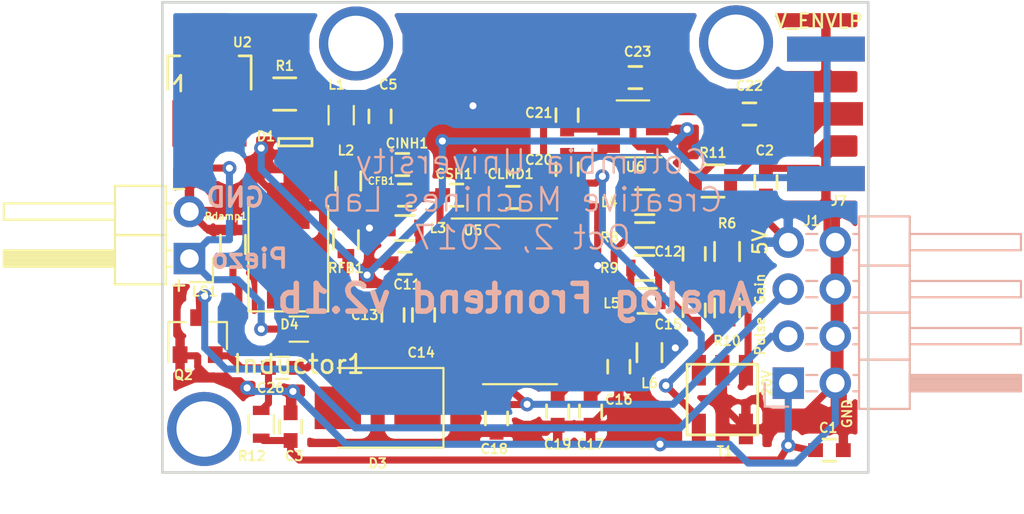
<source format=kicad_pcb>
(kicad_pcb (version 4) (host pcbnew 4.0.7)

  (general
    (links 100)
    (no_connects 0)
    (area 119.378499 87.535 175.412001 115.8053)
    (thickness 1.6)
    (drawings 16)
    (tracks 350)
    (zones 0)
    (modules 52)
    (nets 41)
  )

  (page USLetter)
  (title_block
    (title "Analog Frontend PCB")
    (date 2017-07-31)
    (rev v2.1b)
    (company "Columbia University Creative Machines Lab")
  )

  (layers
    (0 F.Cu signal)
    (31 B.Cu signal)
    (32 B.Adhes user)
    (33 F.Adhes user)
    (34 B.Paste user)
    (35 F.Paste user)
    (36 B.SilkS user)
    (37 F.SilkS user)
    (38 B.Mask user)
    (39 F.Mask user)
    (40 Dwgs.User user)
    (41 Cmts.User user)
    (42 Eco1.User user)
    (43 Eco2.User user)
    (44 Edge.Cuts user)
    (45 Margin user)
    (46 B.CrtYd user)
    (47 F.CrtYd user)
    (48 B.Fab user)
    (49 F.Fab user)
  )

  (setup
    (last_trace_width 0.381)
    (trace_clearance 0.254)
    (zone_clearance 0.508)
    (zone_45_only no)
    (trace_min 0.2)
    (segment_width 0.2)
    (edge_width 0.15)
    (via_size 0.762)
    (via_drill 0.381)
    (via_min_size 0.4)
    (via_min_drill 0.3)
    (uvia_size 0.508)
    (uvia_drill 0.4064)
    (uvias_allowed no)
    (uvia_min_size 0.2)
    (uvia_min_drill 0.1)
    (pcb_text_width 0.3)
    (pcb_text_size 1.5 1.5)
    (mod_edge_width 0.15)
    (mod_text_size 0.508 0.508)
    (mod_text_width 0.1016)
    (pad_size 1.524 1.524)
    (pad_drill 0.762)
    (pad_to_mask_clearance 0)
    (pad_to_paste_clearance -0.0762)
    (aux_axis_origin 0 0)
    (visible_elements 7FFEEFFF)
    (pcbplotparams
      (layerselection 0x310fc_80000001)
      (usegerberextensions false)
      (excludeedgelayer true)
      (linewidth 0.100000)
      (plotframeref false)
      (viasonmask false)
      (mode 1)
      (useauxorigin false)
      (hpglpennumber 1)
      (hpglpenspeed 20)
      (hpglpendiameter 15)
      (hpglpenoverlay 2)
      (psnegative false)
      (psa4output false)
      (plotreference true)
      (plotvalue true)
      (plotinvisibletext false)
      (padsonsilk false)
      (subtractmaskfromsilk false)
      (outputformat 1)
      (mirror false)
      (drillshape 0)
      (scaleselection 1)
      (outputdirectory gerbers/vfinal/))
  )

  (net 0 "")
  (net 1 GND)
  (net 2 +5V)
  (net 3 Vfiltered)
  (net 4 V_VGA)
  (net 5 "Net-(C11-Pad1)")
  (net 6 "Net-(C12-Pad1)")
  (net 7 "Net-(C12-Pad2)")
  (net 8 "Net-(C13-Pad1)")
  (net 9 "Net-(C13-Pad2)")
  (net 10 "Net-(C14-Pad1)")
  (net 11 "Net-(C14-Pad2)")
  (net 12 "Net-(C15-Pad1)")
  (net 13 "Net-(C15-Pad2)")
  (net 14 "Net-(C17-Pad1)")
  (net 15 GAIN)
  (net 16 /VCM)
  (net 17 "Net-(CFB1-Pad1)")
  (net 18 "Net-(CFB1-Pad2)")
  (net 19 "Net-(CINH1-Pad1)")
  (net 20 "Net-(CLMD1-Pad2)")
  (net 21 "Net-(D1-Pad3)")
  (net 22 "Net-(R6-Pad2)")
  (net 23 "Net-(R10-Pad2)")
  (net 24 "Net-(U2-Pad2)")
  (net 25 /VGA_PWR)
  (net 26 /VGA-)
  (net 27 /VGA+)
  (net 28 "Net-(R11-Pad1)")
  (net 29 /PULSE)
  (net 30 /RFin)
  (net 31 /PCAP)
  (net 32 "Net-(J2-Pad1)")
  (net 33 "Net-(J4-Pad1)")
  (net 34 "Net-(J6-Pad1)")
  (net 35 "Net-(C26-Pad2)")
  (net 36 "Net-(D3-Pad1)")
  (net 37 20V)
  (net 38 /V_ENVLP)
  (net 39 /Vpiezo)
  (net 40 "Net-(C26-Pad1)")

  (net_class Default "This is the default net class."
    (clearance 0.254)
    (trace_width 0.381)
    (via_dia 0.762)
    (via_drill 0.381)
    (uvia_dia 0.508)
    (uvia_drill 0.4064)
    (add_net +5V)
    (add_net /PCAP)
    (add_net /PULSE)
    (add_net /RFin)
    (add_net /VCM)
    (add_net /VGA+)
    (add_net /VGA-)
    (add_net /VGA_PWR)
    (add_net /V_ENVLP)
    (add_net /Vpiezo)
    (add_net 20V)
    (add_net GAIN)
    (add_net GND)
    (add_net "Net-(C11-Pad1)")
    (add_net "Net-(C12-Pad1)")
    (add_net "Net-(C12-Pad2)")
    (add_net "Net-(C13-Pad1)")
    (add_net "Net-(C13-Pad2)")
    (add_net "Net-(C14-Pad1)")
    (add_net "Net-(C14-Pad2)")
    (add_net "Net-(C15-Pad1)")
    (add_net "Net-(C15-Pad2)")
    (add_net "Net-(C17-Pad1)")
    (add_net "Net-(C26-Pad1)")
    (add_net "Net-(C26-Pad2)")
    (add_net "Net-(CFB1-Pad1)")
    (add_net "Net-(CFB1-Pad2)")
    (add_net "Net-(CINH1-Pad1)")
    (add_net "Net-(CLMD1-Pad2)")
    (add_net "Net-(D1-Pad3)")
    (add_net "Net-(D3-Pad1)")
    (add_net "Net-(J2-Pad1)")
    (add_net "Net-(J4-Pad1)")
    (add_net "Net-(J6-Pad1)")
    (add_net "Net-(R10-Pad2)")
    (add_net "Net-(R11-Pad1)")
    (add_net "Net-(R6-Pad2)")
    (add_net "Net-(U2-Pad2)")
    (add_net V_VGA)
    (add_net Vfiltered)
  )

  (net_class Power ""
    (clearance 0.381)
    (trace_width 0.762)
    (via_dia 1.524)
    (via_drill 0.889)
    (uvia_dia 0.508)
    (uvia_drill 0.4064)
  )

  (module Resistors_SMD:R_0603 (layer F.Cu) (tedit 594428EE) (tstamp 591D688C)
    (at 154.559 100.33 180)
    (descr "Resistor SMD 0603, reflow soldering, Vishay (see dcrcw.pdf)")
    (tags "resistor 0603")
    (path /591CCE56)
    (attr smd)
    (fp_text reference R8 (at 1.905 -0.127 180) (layer F.SilkS)
      (effects (font (size 0.508 0.508) (thickness 0.1016)))
    )
    (fp_text value 100 (at 0 1.9 180) (layer F.Fab)
      (effects (font (size 1 1) (thickness 0.15)))
    )
    (fp_line (start -0.8 0.4) (end -0.8 -0.4) (layer F.Fab) (width 0.1))
    (fp_line (start 0.8 0.4) (end -0.8 0.4) (layer F.Fab) (width 0.1))
    (fp_line (start 0.8 -0.4) (end 0.8 0.4) (layer F.Fab) (width 0.1))
    (fp_line (start -0.8 -0.4) (end 0.8 -0.4) (layer F.Fab) (width 0.1))
    (fp_line (start -1.3 -0.8) (end 1.3 -0.8) (layer F.CrtYd) (width 0.05))
    (fp_line (start -1.3 0.8) (end 1.3 0.8) (layer F.CrtYd) (width 0.05))
    (fp_line (start -1.3 -0.8) (end -1.3 0.8) (layer F.CrtYd) (width 0.05))
    (fp_line (start 1.3 -0.8) (end 1.3 0.8) (layer F.CrtYd) (width 0.05))
    (fp_line (start 0.5 0.675) (end -0.5 0.675) (layer F.SilkS) (width 0.15))
    (fp_line (start -0.5 -0.675) (end 0.5 -0.675) (layer F.SilkS) (width 0.15))
    (pad 1 smd rect (at -0.75 0 180) (size 0.5 0.9) (layers F.Cu F.Paste F.Mask)
      (net 6 "Net-(C12-Pad1)"))
    (pad 2 smd rect (at 0.75 0 180) (size 0.5 0.9) (layers F.Cu F.Paste F.Mask)
      (net 26 /VGA-))
    (model Resistors_SMD.3dshapes/R_0603.wrl
      (at (xyz 0 0 0))
      (scale (xyz 1 1 1))
      (rotate (xyz 0 0 0))
    )
  )

  (module custom:QSOP-20_3.9x8.6mm_Pitch0.64mm (layer F.Cu) (tedit 58B201A7) (tstamp 591E2467)
    (at 147.828 103.886)
    (descr "20 Lead Quarter Size Outline Plastic Package (QSOP) (https://www.intersil.com/content/dam/Intersil/documents/m20_/m20.15.pdf)")
    (tags "QSOP-20 ")
    (path /591C075D)
    (attr smd)
    (fp_text reference U5 (at -2.54 -3.81) (layer F.SilkS)
      (effects (font (size 0.508 0.508) (thickness 0.1016)))
    )
    (fp_text value AD8331 (at 0 6) (layer F.Fab)
      (effects (font (size 1 1) (thickness 0.15)))
    )
    (fp_line (start 3.8 -4.6) (end 3.8 4.6) (layer F.CrtYd) (width 0.05))
    (fp_line (start -0.64 -4.3) (end -0.64 -4.3) (layer F.Fab) (width 0.12))
    (fp_line (start -0.83 -4.3) (end -0.64 -4.3) (layer F.Fab) (width 0.15))
    (fp_line (start -1.95 -3.18) (end -0.83 -4.3) (layer F.Fab) (width 0.15))
    (fp_line (start -3.8 -4.6) (end 3.8 -4.6) (layer F.CrtYd) (width 0.05))
    (fp_line (start -2 4.5) (end 2 4.5) (layer F.SilkS) (width 0.12))
    (fp_line (start -3.69 -4.45) (end 2 -4.45) (layer F.SilkS) (width 0.12))
    (fp_line (start 1.95 4.3) (end 1.95 -4.3) (layer F.Fab) (width 0.15))
    (fp_line (start -0.635 -4.3) (end 1.95 -4.3) (layer F.Fab) (width 0.15))
    (fp_line (start -1.95 4.3) (end -1.95 -3.175) (layer F.Fab) (width 0.15))
    (fp_line (start -1.95 4.3) (end 1.95 4.3) (layer F.Fab) (width 0.15))
    (fp_line (start -3.8 4.6) (end 3.8 4.6) (layer F.CrtYd) (width 0.05))
    (fp_line (start -3.8 -4.6) (end -3.8 4.6) (layer F.CrtYd) (width 0.05))
    (pad 1 smd rect (at -2.795 -2.8575) (size 1.524 0.38) (layers F.Cu F.Paste F.Mask)
      (net 20 "Net-(CLMD1-Pad2)"))
    (pad 20 smd rect (at 2.795 -2.8575) (size 1.524 0.38) (layers F.Cu F.Paste F.Mask)
      (net 1 GND))
    (pad 2 smd rect (at -2.795 -2.2175) (size 1.524 0.38) (layers F.Cu F.Paste F.Mask)
      (net 17 "Net-(CFB1-Pad1)"))
    (pad 19 smd rect (at 2.795 -2.2175) (size 1.524 0.38) (layers F.Cu F.Paste F.Mask)
      (net 2 +5V))
    (pad 3 smd rect (at -2.795 -1.5775) (size 1.524 0.38) (layers F.Cu F.Paste F.Mask)
      (net 5 "Net-(C11-Pad1)"))
    (pad 18 smd rect (at 2.795 -1.5775) (size 1.524 0.38) (layers F.Cu F.Paste F.Mask)
      (net 2 +5V))
    (pad 4 smd rect (at -2.795 -0.9375) (size 1.524 0.38) (layers F.Cu F.Paste F.Mask)
      (net 8 "Net-(C13-Pad1)"))
    (pad 17 smd rect (at 2.795 -0.9375) (size 1.524 0.38) (layers F.Cu F.Paste F.Mask)
      (net 1 GND))
    (pad 5 smd rect (at -2.795 -0.2975) (size 1.524 0.38) (layers F.Cu F.Paste F.Mask)
      (net 10 "Net-(C14-Pad1)"))
    (pad 16 smd rect (at 2.795 -0.2975) (size 1.524 0.38) (layers F.Cu F.Paste F.Mask)
      (net 26 /VGA-))
    (pad 6 smd rect (at -2.795 0.3425) (size 1.524 0.38) (layers F.Cu F.Paste F.Mask)
      (net 1 GND))
    (pad 15 smd rect (at 2.795 0.3425) (size 1.524 0.38) (layers F.Cu F.Paste F.Mask)
      (net 27 /VGA+))
    (pad 7 smd rect (at -2.795 0.9825) (size 1.524 0.38) (layers F.Cu F.Paste F.Mask)
      (net 11 "Net-(C14-Pad2)"))
    (pad 14 smd rect (at 2.795 0.9825) (size 1.524 0.38) (layers F.Cu F.Paste F.Mask)
      (net 25 /VGA_PWR))
    (pad 8 smd rect (at -2.795 1.6225) (size 1.524 0.38) (layers F.Cu F.Paste F.Mask)
      (net 9 "Net-(C13-Pad2)"))
    (pad 13 smd rect (at 2.795 1.6225) (size 1.524 0.38) (layers F.Cu F.Paste F.Mask)
      (net 25 /VGA_PWR))
    (pad 9 smd rect (at -2.795 2.2625) (size 1.524 0.38) (layers F.Cu F.Paste F.Mask)
      (net 1 GND))
    (pad 12 smd rect (at 2.795 2.2625) (size 1.524 0.38) (layers F.Cu F.Paste F.Mask)
      (net 14 "Net-(C17-Pad1)"))
    (pad 10 smd rect (at -2.795 2.9025) (size 1.524 0.38) (layers F.Cu F.Paste F.Mask)
      (net 15 GAIN))
    (pad 11 smd rect (at 2.795 2.9025) (size 1.524 0.38) (layers F.Cu F.Paste F.Mask)
      (net 16 /VCM))
  )

  (module Resistors_SMD:R_0805 (layer F.Cu) (tedit 59CA903C) (tstamp 591D6862)
    (at 135.128 92.71 180)
    (descr "Resistor SMD 0805, reflow soldering, Vishay (see dcrcw.pdf)")
    (tags "resistor 0805")
    (path /58E08CD5)
    (attr smd)
    (fp_text reference R1 (at 0 1.524 360) (layer F.SilkS)
      (effects (font (size 0.508 0.508) (thickness 0.1016)))
    )
    (fp_text value 100 (at 0 2.1 180) (layer F.Fab)
      (effects (font (size 1 1) (thickness 0.15)))
    )
    (fp_line (start -1 0.625) (end -1 -0.625) (layer F.Fab) (width 0.1))
    (fp_line (start 1 0.625) (end -1 0.625) (layer F.Fab) (width 0.1))
    (fp_line (start 1 -0.625) (end 1 0.625) (layer F.Fab) (width 0.1))
    (fp_line (start -1 -0.625) (end 1 -0.625) (layer F.Fab) (width 0.1))
    (fp_line (start -1.6 -1) (end 1.6 -1) (layer F.CrtYd) (width 0.05))
    (fp_line (start -1.6 1) (end 1.6 1) (layer F.CrtYd) (width 0.05))
    (fp_line (start -1.6 -1) (end -1.6 1) (layer F.CrtYd) (width 0.05))
    (fp_line (start 1.6 -1) (end 1.6 1) (layer F.CrtYd) (width 0.05))
    (fp_line (start 0.6 0.875) (end -0.6 0.875) (layer F.SilkS) (width 0.15))
    (fp_line (start -0.6 -0.875) (end 0.6 -0.875) (layer F.SilkS) (width 0.15))
    (pad 1 smd rect (at -0.95 0 180) (size 0.7 1.3) (layers F.Cu F.Paste F.Mask)
      (net 3 Vfiltered))
    (pad 2 smd rect (at 0.95 0 180) (size 0.7 1.3) (layers F.Cu F.Paste F.Mask)
      (net 21 "Net-(D1-Pad3)"))
    (model Resistors_SMD.3dshapes/R_0805.wrl
      (at (xyz 0 0 0))
      (scale (xyz 1 1 1))
      (rotate (xyz 0 0 0))
    )
  )

  (module Capacitors_SMD:C_0603 (layer F.Cu) (tedit 59D197B3) (tstamp 591D6769)
    (at 140.2715 93.9165 90)
    (descr "Capacitor SMD 0603, reflow soldering, AVX (see smccp.pdf)")
    (tags "capacitor 0603")
    (path /58E08E96)
    (attr smd)
    (fp_text reference C5 (at 1.7145 0.4445 180) (layer F.SilkS)
      (effects (font (size 0.508 0.508) (thickness 0.1016)))
    )
    (fp_text value 1n (at 0 1.9 90) (layer F.Fab)
      (effects (font (size 1 1) (thickness 0.15)))
    )
    (fp_line (start -0.8 0.4) (end -0.8 -0.4) (layer F.Fab) (width 0.15))
    (fp_line (start 0.8 0.4) (end -0.8 0.4) (layer F.Fab) (width 0.15))
    (fp_line (start 0.8 -0.4) (end 0.8 0.4) (layer F.Fab) (width 0.15))
    (fp_line (start -0.8 -0.4) (end 0.8 -0.4) (layer F.Fab) (width 0.15))
    (fp_line (start -1.45 -0.75) (end 1.45 -0.75) (layer F.CrtYd) (width 0.05))
    (fp_line (start -1.45 0.75) (end 1.45 0.75) (layer F.CrtYd) (width 0.05))
    (fp_line (start -1.45 -0.75) (end -1.45 0.75) (layer F.CrtYd) (width 0.05))
    (fp_line (start 1.45 -0.75) (end 1.45 0.75) (layer F.CrtYd) (width 0.05))
    (fp_line (start -0.35 -0.6) (end 0.35 -0.6) (layer F.SilkS) (width 0.15))
    (fp_line (start 0.35 0.6) (end -0.35 0.6) (layer F.SilkS) (width 0.15))
    (pad 1 smd rect (at -0.75 0 90) (size 0.8 0.75) (layers F.Cu F.Paste F.Mask)
      (net 3 Vfiltered))
    (pad 2 smd rect (at 0.75 0 90) (size 0.8 0.75) (layers F.Cu F.Paste F.Mask)
      (net 1 GND))
    (model Capacitors_SMD.3dshapes/C_0603.wrl
      (at (xyz 0 0 0))
      (scale (xyz 1 1 1))
      (rotate (xyz 0 0 0))
    )
  )

  (module TO_SOT_Packages_SMD:SOT89-3_Housing_Handsoldering (layer F.Cu) (tedit 59D197B7) (tstamp 591D68BD)
    (at 131.064 91.948)
    (descr "SOT89-3, Housing, Handsoldering,")
    (tags "SOT89-3, Housing, Handsoldering,")
    (path /591F8A64)
    (attr smd)
    (fp_text reference U2 (at 1.778 -2.032) (layer F.SilkS)
      (effects (font (size 0.508 0.508) (thickness 0.1016)))
    )
    (fp_text value MD0100N8 (at -0.14986 5.30098) (layer F.Fab)
      (effects (font (size 1 1) (thickness 0.15)))
    )
    (fp_line (start -1.89992 0.20066) (end -1.651 -0.09906) (layer F.SilkS) (width 0.15))
    (fp_line (start -1.651 -0.09906) (end -1.5494 -0.24892) (layer F.SilkS) (width 0.15))
    (fp_line (start -1.5494 -0.24892) (end -1.5494 0.59944) (layer F.SilkS) (width 0.15))
    (fp_line (start -2.25044 -1.30048) (end -2.25044 0.50038) (layer F.SilkS) (width 0.15))
    (fp_line (start -2.25044 -1.30048) (end -1.6002 -1.30048) (layer F.SilkS) (width 0.15))
    (fp_line (start 2.25044 -1.30048) (end 2.25044 0.50038) (layer F.SilkS) (width 0.15))
    (fp_line (start 2.25044 -1.30048) (end 1.6002 -1.30048) (layer F.SilkS) (width 0.15))
    (pad 1 smd rect (at -1.50114 2.35204) (size 1.00076 2.5019) (layers F.Cu F.Paste F.Mask)
      (net 39 /Vpiezo))
    (pad 2 smd rect (at 0 2.35204) (size 1.00076 2.5019) (layers F.Cu F.Paste F.Mask)
      (net 24 "Net-(U2-Pad2)"))
    (pad 3 smd rect (at 1.50114 2.35204) (size 1.00076 2.5019) (layers F.Cu F.Paste F.Mask)
      (net 21 "Net-(D1-Pad3)"))
    (pad 2 smd rect (at 0 -1.6002) (size 1.99898 4.0005) (layers F.Cu F.Paste F.Mask)
      (net 24 "Net-(U2-Pad2)"))
    (pad 2 smd trapezoid (at 0 0.7493 180) (size 1.50114 0.7493) (rect_delta 0 0.50038 ) (layers F.Cu F.Paste F.Mask)
      (net 24 "Net-(U2-Pad2)"))
    (model TO_SOT_Packages_SMD.3dshapes/SOT89-3_Housing_Handsoldering.wrl
      (at (xyz 0 0 0))
      (scale (xyz 0.3937 0.3937 0.3937))
      (rotate (xyz 0 0 0))
    )
  )

  (module custom:SOT-523 (layer F.Cu) (tedit 591D3A70) (tstamp 591D67EE)
    (at 135.6995 95.3135 90)
    (path /591F8367)
    (attr smd)
    (fp_text reference D1 (at 0.3175 -1.5875 180) (layer F.SilkS)
      (effects (font (size 0.508 0.508) (thickness 0.1016)))
    )
    (fp_text value BAV99T (at 0 1.905 90) (layer F.Fab)
      (effects (font (size 0.8 0.8) (thickness 0.15)))
    )
    (fp_line (start -0.2 -0.9) (end -0.2 0.9) (layer F.SilkS) (width 0.15))
    (fp_line (start -0.2 0.9) (end 0.2 0.9) (layer F.SilkS) (width 0.15))
    (fp_line (start 0.2 0.9) (end 0.2 -0.9) (layer F.SilkS) (width 0.15))
    (fp_line (start 0.2 -0.9) (end -0.2 -0.9) (layer F.SilkS) (width 0.15))
    (fp_line (start -1.155 -1.1) (end 1.155 -1.1) (layer F.CrtYd) (width 0.15))
    (fp_line (start 1.155 -1.1) (end 1.155 1.1) (layer F.CrtYd) (width 0.15))
    (fp_line (start 1.155 1.1) (end -1.155 1.1) (layer F.CrtYd) (width 0.15))
    (fp_line (start -1.155 1.1) (end -1.155 -1.1) (layer F.CrtYd) (width 0.15))
    (fp_line (start -0.49 -0.85) (end 0.49 -0.85) (layer F.Fab) (width 0.15))
    (fp_line (start 0.49 -0.85) (end 0.49 0.85) (layer F.Fab) (width 0.15))
    (fp_line (start 0.49 0.85) (end -0.49 0.85) (layer F.Fab) (width 0.15))
    (fp_line (start -0.49 0.85) (end -0.49 -0.85) (layer F.Fab) (width 0.15))
    (pad 1 smd rect (at -0.65 -0.5 270) (size 0.51 0.4) (layers F.Cu F.Paste F.Mask)
      (net 1 GND))
    (pad 2 smd rect (at -0.65 0.5 270) (size 0.51 0.4) (layers F.Cu F.Paste F.Mask)
      (net 1 GND))
    (pad 3 smd rect (at 0.65 0 270) (size 0.51 0.4) (layers F.Cu F.Paste F.Mask)
      (net 21 "Net-(D1-Pad3)"))
    (model smd_trans/sot323.wrl
      (at (xyz 0 0 0))
      (scale (xyz 0.75 0.6 0.6))
      (rotate (xyz 0 0 90))
    )
  )

  (module Capacitors_SMD:C_0603 (layer F.Cu) (tedit 5944278A) (tstamp 591D6787)
    (at 141.617 101.854 180)
    (descr "Capacitor SMD 0603, reflow soldering, AVX (see smccp.pdf)")
    (tags "capacitor 0603")
    (path /591C8787)
    (attr smd)
    (fp_text reference C11 (at -0.115 -1.143 180) (layer F.SilkS)
      (effects (font (size 0.508 0.508) (thickness 0.1016)))
    )
    (fp_text value 0.1µF (at 0 1.9 180) (layer F.Fab)
      (effects (font (size 1 1) (thickness 0.15)))
    )
    (fp_line (start -0.8 0.4) (end -0.8 -0.4) (layer F.Fab) (width 0.15))
    (fp_line (start 0.8 0.4) (end -0.8 0.4) (layer F.Fab) (width 0.15))
    (fp_line (start 0.8 -0.4) (end 0.8 0.4) (layer F.Fab) (width 0.15))
    (fp_line (start -0.8 -0.4) (end 0.8 -0.4) (layer F.Fab) (width 0.15))
    (fp_line (start -1.45 -0.75) (end 1.45 -0.75) (layer F.CrtYd) (width 0.05))
    (fp_line (start -1.45 0.75) (end 1.45 0.75) (layer F.CrtYd) (width 0.05))
    (fp_line (start -1.45 -0.75) (end -1.45 0.75) (layer F.CrtYd) (width 0.05))
    (fp_line (start 1.45 -0.75) (end 1.45 0.75) (layer F.CrtYd) (width 0.05))
    (fp_line (start -0.35 -0.6) (end 0.35 -0.6) (layer F.SilkS) (width 0.15))
    (fp_line (start 0.35 0.6) (end -0.35 0.6) (layer F.SilkS) (width 0.15))
    (pad 1 smd rect (at -0.75 0 180) (size 0.8 0.75) (layers F.Cu F.Paste F.Mask)
      (net 5 "Net-(C11-Pad1)"))
    (pad 2 smd rect (at 0.75 0 180) (size 0.8 0.75) (layers F.Cu F.Paste F.Mask)
      (net 1 GND))
    (model Capacitors_SMD.3dshapes/C_0603.wrl
      (at (xyz 0 0 0))
      (scale (xyz 1 1 1))
      (rotate (xyz 0 0 0))
    )
  )

  (module Capacitors_SMD:C_0603 (layer F.Cu) (tedit 59442973) (tstamp 591D678D)
    (at 157.226 101.346 90)
    (descr "Capacitor SMD 0603, reflow soldering, AVX (see smccp.pdf)")
    (tags "capacitor 0603")
    (path /591CF666)
    (attr smd)
    (fp_text reference C12 (at 0.127 -1.397 180) (layer F.SilkS)
      (effects (font (size 0.508 0.508) (thickness 0.1016)))
    )
    (fp_text value 0.1µF (at 0 1.9 90) (layer F.Fab)
      (effects (font (size 1 1) (thickness 0.15)))
    )
    (fp_line (start -0.8 0.4) (end -0.8 -0.4) (layer F.Fab) (width 0.15))
    (fp_line (start 0.8 0.4) (end -0.8 0.4) (layer F.Fab) (width 0.15))
    (fp_line (start 0.8 -0.4) (end 0.8 0.4) (layer F.Fab) (width 0.15))
    (fp_line (start -0.8 -0.4) (end 0.8 -0.4) (layer F.Fab) (width 0.15))
    (fp_line (start -1.45 -0.75) (end 1.45 -0.75) (layer F.CrtYd) (width 0.05))
    (fp_line (start -1.45 0.75) (end 1.45 0.75) (layer F.CrtYd) (width 0.05))
    (fp_line (start -1.45 -0.75) (end -1.45 0.75) (layer F.CrtYd) (width 0.05))
    (fp_line (start 1.45 -0.75) (end 1.45 0.75) (layer F.CrtYd) (width 0.05))
    (fp_line (start -0.35 -0.6) (end 0.35 -0.6) (layer F.SilkS) (width 0.15))
    (fp_line (start 0.35 0.6) (end -0.35 0.6) (layer F.SilkS) (width 0.15))
    (pad 1 smd rect (at -0.75 0 90) (size 0.8 0.75) (layers F.Cu F.Paste F.Mask)
      (net 6 "Net-(C12-Pad1)"))
    (pad 2 smd rect (at 0.75 0 90) (size 0.8 0.75) (layers F.Cu F.Paste F.Mask)
      (net 7 "Net-(C12-Pad2)"))
    (model Capacitors_SMD.3dshapes/C_0603.wrl
      (at (xyz 0 0 0))
      (scale (xyz 1 1 1))
      (rotate (xyz 0 0 0))
    )
  )

  (module Capacitors_SMD:C_0603 (layer F.Cu) (tedit 59442C60) (tstamp 591D6793)
    (at 140.97 104.648 270)
    (descr "Capacitor SMD 0603, reflow soldering, AVX (see smccp.pdf)")
    (tags "capacitor 0603")
    (path /591C253F)
    (attr smd)
    (fp_text reference C13 (at 0 1.524 360) (layer F.SilkS)
      (effects (font (size 0.508 0.508) (thickness 0.1016)))
    )
    (fp_text value 0.1µF (at 0 1.9 270) (layer F.Fab)
      (effects (font (size 1 1) (thickness 0.15)))
    )
    (fp_line (start -0.8 0.4) (end -0.8 -0.4) (layer F.Fab) (width 0.15))
    (fp_line (start 0.8 0.4) (end -0.8 0.4) (layer F.Fab) (width 0.15))
    (fp_line (start 0.8 -0.4) (end 0.8 0.4) (layer F.Fab) (width 0.15))
    (fp_line (start -0.8 -0.4) (end 0.8 -0.4) (layer F.Fab) (width 0.15))
    (fp_line (start -1.45 -0.75) (end 1.45 -0.75) (layer F.CrtYd) (width 0.05))
    (fp_line (start -1.45 0.75) (end 1.45 0.75) (layer F.CrtYd) (width 0.05))
    (fp_line (start -1.45 -0.75) (end -1.45 0.75) (layer F.CrtYd) (width 0.05))
    (fp_line (start 1.45 -0.75) (end 1.45 0.75) (layer F.CrtYd) (width 0.05))
    (fp_line (start -0.35 -0.6) (end 0.35 -0.6) (layer F.SilkS) (width 0.15))
    (fp_line (start 0.35 0.6) (end -0.35 0.6) (layer F.SilkS) (width 0.15))
    (pad 1 smd rect (at -0.75 0 270) (size 0.8 0.75) (layers F.Cu F.Paste F.Mask)
      (net 8 "Net-(C13-Pad1)"))
    (pad 2 smd rect (at 0.75 0 270) (size 0.8 0.75) (layers F.Cu F.Paste F.Mask)
      (net 9 "Net-(C13-Pad2)"))
    (model Capacitors_SMD.3dshapes/C_0603.wrl
      (at (xyz 0 0 0))
      (scale (xyz 1 1 1))
      (rotate (xyz 0 0 0))
    )
  )

  (module Capacitors_SMD:C_0603 (layer F.Cu) (tedit 59442C69) (tstamp 591D6799)
    (at 142.621 104.648 270)
    (descr "Capacitor SMD 0603, reflow soldering, AVX (see smccp.pdf)")
    (tags "capacitor 0603")
    (path /591C1AD6)
    (attr smd)
    (fp_text reference C14 (at 2.032 0.127 360) (layer F.SilkS)
      (effects (font (size 0.508 0.508) (thickness 0.1016)))
    )
    (fp_text value 0.1µF (at 0 1.9 270) (layer F.Fab)
      (effects (font (size 1 1) (thickness 0.15)))
    )
    (fp_line (start -0.8 0.4) (end -0.8 -0.4) (layer F.Fab) (width 0.15))
    (fp_line (start 0.8 0.4) (end -0.8 0.4) (layer F.Fab) (width 0.15))
    (fp_line (start 0.8 -0.4) (end 0.8 0.4) (layer F.Fab) (width 0.15))
    (fp_line (start -0.8 -0.4) (end 0.8 -0.4) (layer F.Fab) (width 0.15))
    (fp_line (start -1.45 -0.75) (end 1.45 -0.75) (layer F.CrtYd) (width 0.05))
    (fp_line (start -1.45 0.75) (end 1.45 0.75) (layer F.CrtYd) (width 0.05))
    (fp_line (start -1.45 -0.75) (end -1.45 0.75) (layer F.CrtYd) (width 0.05))
    (fp_line (start 1.45 -0.75) (end 1.45 0.75) (layer F.CrtYd) (width 0.05))
    (fp_line (start -0.35 -0.6) (end 0.35 -0.6) (layer F.SilkS) (width 0.15))
    (fp_line (start 0.35 0.6) (end -0.35 0.6) (layer F.SilkS) (width 0.15))
    (pad 1 smd rect (at -0.75 0 270) (size 0.8 0.75) (layers F.Cu F.Paste F.Mask)
      (net 10 "Net-(C14-Pad1)"))
    (pad 2 smd rect (at 0.75 0 270) (size 0.8 0.75) (layers F.Cu F.Paste F.Mask)
      (net 11 "Net-(C14-Pad2)"))
    (model Capacitors_SMD.3dshapes/C_0603.wrl
      (at (xyz 0 0 0))
      (scale (xyz 1 1 1))
      (rotate (xyz 0 0 0))
    )
  )

  (module Capacitors_SMD:C_0603 (layer F.Cu) (tedit 59442938) (tstamp 591D679F)
    (at 157.226 104.394 90)
    (descr "Capacitor SMD 0603, reflow soldering, AVX (see smccp.pdf)")
    (tags "capacitor 0603")
    (path /591CF7EE)
    (attr smd)
    (fp_text reference C15 (at -0.762 -1.397 180) (layer F.SilkS)
      (effects (font (size 0.508 0.508) (thickness 0.1016)))
    )
    (fp_text value 0.1µF (at 0 1.9 90) (layer F.Fab)
      (effects (font (size 1 1) (thickness 0.15)))
    )
    (fp_line (start -0.8 0.4) (end -0.8 -0.4) (layer F.Fab) (width 0.15))
    (fp_line (start 0.8 0.4) (end -0.8 0.4) (layer F.Fab) (width 0.15))
    (fp_line (start 0.8 -0.4) (end 0.8 0.4) (layer F.Fab) (width 0.15))
    (fp_line (start -0.8 -0.4) (end 0.8 -0.4) (layer F.Fab) (width 0.15))
    (fp_line (start -1.45 -0.75) (end 1.45 -0.75) (layer F.CrtYd) (width 0.05))
    (fp_line (start -1.45 0.75) (end 1.45 0.75) (layer F.CrtYd) (width 0.05))
    (fp_line (start -1.45 -0.75) (end -1.45 0.75) (layer F.CrtYd) (width 0.05))
    (fp_line (start 1.45 -0.75) (end 1.45 0.75) (layer F.CrtYd) (width 0.05))
    (fp_line (start -0.35 -0.6) (end 0.35 -0.6) (layer F.SilkS) (width 0.15))
    (fp_line (start 0.35 0.6) (end -0.35 0.6) (layer F.SilkS) (width 0.15))
    (pad 1 smd rect (at -0.75 0 90) (size 0.8 0.75) (layers F.Cu F.Paste F.Mask)
      (net 12 "Net-(C15-Pad1)"))
    (pad 2 smd rect (at 0.75 0 90) (size 0.8 0.75) (layers F.Cu F.Paste F.Mask)
      (net 13 "Net-(C15-Pad2)"))
    (model Capacitors_SMD.3dshapes/C_0603.wrl
      (at (xyz 0 0 0))
      (scale (xyz 1 1 1))
      (rotate (xyz 0 0 0))
    )
  )

  (module Capacitors_SMD:C_0603 (layer F.Cu) (tedit 594428AF) (tstamp 591D67A5)
    (at 153.162 107.442 270)
    (descr "Capacitor SMD 0603, reflow soldering, AVX (see smccp.pdf)")
    (tags "capacitor 0603")
    (path /591C7038)
    (attr smd)
    (fp_text reference C16 (at 1.778 0 360) (layer F.SilkS)
      (effects (font (size 0.508 0.508) (thickness 0.1016)))
    )
    (fp_text value 0.1µF (at 0 1.9 270) (layer F.Fab)
      (effects (font (size 1 1) (thickness 0.15)))
    )
    (fp_line (start -0.8 0.4) (end -0.8 -0.4) (layer F.Fab) (width 0.15))
    (fp_line (start 0.8 0.4) (end -0.8 0.4) (layer F.Fab) (width 0.15))
    (fp_line (start 0.8 -0.4) (end 0.8 0.4) (layer F.Fab) (width 0.15))
    (fp_line (start -0.8 -0.4) (end 0.8 -0.4) (layer F.Fab) (width 0.15))
    (fp_line (start -1.45 -0.75) (end 1.45 -0.75) (layer F.CrtYd) (width 0.05))
    (fp_line (start -1.45 0.75) (end 1.45 0.75) (layer F.CrtYd) (width 0.05))
    (fp_line (start -1.45 -0.75) (end -1.45 0.75) (layer F.CrtYd) (width 0.05))
    (fp_line (start 1.45 -0.75) (end 1.45 0.75) (layer F.CrtYd) (width 0.05))
    (fp_line (start -0.35 -0.6) (end 0.35 -0.6) (layer F.SilkS) (width 0.15))
    (fp_line (start 0.35 0.6) (end -0.35 0.6) (layer F.SilkS) (width 0.15))
    (pad 1 smd rect (at -0.75 0 270) (size 0.8 0.75) (layers F.Cu F.Paste F.Mask)
      (net 25 /VGA_PWR))
    (pad 2 smd rect (at 0.75 0 270) (size 0.8 0.75) (layers F.Cu F.Paste F.Mask)
      (net 1 GND))
    (model Capacitors_SMD.3dshapes/C_0603.wrl
      (at (xyz 0 0 0))
      (scale (xyz 1 1 1))
      (rotate (xyz 0 0 0))
    )
  )

  (module Capacitors_SMD:C_0603 (layer F.Cu) (tedit 59442C32) (tstamp 591D67AB)
    (at 151.638 109.855 270)
    (descr "Capacitor SMD 0603, reflow soldering, AVX (see smccp.pdf)")
    (tags "capacitor 0603")
    (path /591D36CE)
    (attr smd)
    (fp_text reference C17 (at 1.778 0 360) (layer F.SilkS)
      (effects (font (size 0.508 0.508) (thickness 0.1016)))
    )
    (fp_text value 0.1µF (at 0 1.9 270) (layer F.Fab)
      (effects (font (size 1 1) (thickness 0.15)))
    )
    (fp_line (start -0.8 0.4) (end -0.8 -0.4) (layer F.Fab) (width 0.15))
    (fp_line (start 0.8 0.4) (end -0.8 0.4) (layer F.Fab) (width 0.15))
    (fp_line (start 0.8 -0.4) (end 0.8 0.4) (layer F.Fab) (width 0.15))
    (fp_line (start -0.8 -0.4) (end 0.8 -0.4) (layer F.Fab) (width 0.15))
    (fp_line (start -1.45 -0.75) (end 1.45 -0.75) (layer F.CrtYd) (width 0.05))
    (fp_line (start -1.45 0.75) (end 1.45 0.75) (layer F.CrtYd) (width 0.05))
    (fp_line (start -1.45 -0.75) (end -1.45 0.75) (layer F.CrtYd) (width 0.05))
    (fp_line (start 1.45 -0.75) (end 1.45 0.75) (layer F.CrtYd) (width 0.05))
    (fp_line (start -0.35 -0.6) (end 0.35 -0.6) (layer F.SilkS) (width 0.15))
    (fp_line (start 0.35 0.6) (end -0.35 0.6) (layer F.SilkS) (width 0.15))
    (pad 1 smd rect (at -0.75 0 270) (size 0.8 0.75) (layers F.Cu F.Paste F.Mask)
      (net 14 "Net-(C17-Pad1)"))
    (pad 2 smd rect (at 0.75 0 270) (size 0.8 0.75) (layers F.Cu F.Paste F.Mask)
      (net 1 GND))
    (model Capacitors_SMD.3dshapes/C_0603.wrl
      (at (xyz 0 0 0))
      (scale (xyz 1 1 1))
      (rotate (xyz 0 0 0))
    )
  )

  (module Capacitors_SMD:C_0603 (layer F.Cu) (tedit 597A4F3D) (tstamp 591D67B1)
    (at 146.558 110.236 270)
    (descr "Capacitor SMD 0603, reflow soldering, AVX (see smccp.pdf)")
    (tags "capacitor 0603")
    (path /591C3A41)
    (attr smd)
    (fp_text reference C18 (at 1.651 0.127 360) (layer F.SilkS)
      (effects (font (size 0.508 0.508) (thickness 0.1016)))
    )
    (fp_text value 1nF (at 0 1.9 270) (layer F.Fab)
      (effects (font (size 1 1) (thickness 0.15)))
    )
    (fp_line (start -0.8 0.4) (end -0.8 -0.4) (layer F.Fab) (width 0.15))
    (fp_line (start 0.8 0.4) (end -0.8 0.4) (layer F.Fab) (width 0.15))
    (fp_line (start 0.8 -0.4) (end 0.8 0.4) (layer F.Fab) (width 0.15))
    (fp_line (start -0.8 -0.4) (end 0.8 -0.4) (layer F.Fab) (width 0.15))
    (fp_line (start -1.45 -0.75) (end 1.45 -0.75) (layer F.CrtYd) (width 0.05))
    (fp_line (start -1.45 0.75) (end 1.45 0.75) (layer F.CrtYd) (width 0.05))
    (fp_line (start -1.45 -0.75) (end -1.45 0.75) (layer F.CrtYd) (width 0.05))
    (fp_line (start 1.45 -0.75) (end 1.45 0.75) (layer F.CrtYd) (width 0.05))
    (fp_line (start -0.35 -0.6) (end 0.35 -0.6) (layer F.SilkS) (width 0.15))
    (fp_line (start 0.35 0.6) (end -0.35 0.6) (layer F.SilkS) (width 0.15))
    (pad 1 smd rect (at -0.75 0 270) (size 0.8 0.75) (layers F.Cu F.Paste F.Mask)
      (net 15 GAIN))
    (pad 2 smd rect (at 0.75 0 270) (size 0.8 0.75) (layers F.Cu F.Paste F.Mask)
      (net 1 GND))
    (model Capacitors_SMD.3dshapes/C_0603.wrl
      (at (xyz 0 0 0))
      (scale (xyz 1 1 1))
      (rotate (xyz 0 0 0))
    )
  )

  (module Capacitors_SMD:C_0603 (layer F.Cu) (tedit 59442C3E) (tstamp 591D67B7)
    (at 149.86 109.855 270)
    (descr "Capacitor SMD 0603, reflow soldering, AVX (see smccp.pdf)")
    (tags "capacitor 0603")
    (path /591C80AF)
    (attr smd)
    (fp_text reference C19 (at 1.778 0 360) (layer F.SilkS)
      (effects (font (size 0.508 0.508) (thickness 0.1016)))
    )
    (fp_text value 1nF (at 0 1.9 270) (layer F.Fab)
      (effects (font (size 1 1) (thickness 0.15)))
    )
    (fp_line (start -0.8 0.4) (end -0.8 -0.4) (layer F.Fab) (width 0.15))
    (fp_line (start 0.8 0.4) (end -0.8 0.4) (layer F.Fab) (width 0.15))
    (fp_line (start 0.8 -0.4) (end 0.8 0.4) (layer F.Fab) (width 0.15))
    (fp_line (start -0.8 -0.4) (end 0.8 -0.4) (layer F.Fab) (width 0.15))
    (fp_line (start -1.45 -0.75) (end 1.45 -0.75) (layer F.CrtYd) (width 0.05))
    (fp_line (start -1.45 0.75) (end 1.45 0.75) (layer F.CrtYd) (width 0.05))
    (fp_line (start -1.45 -0.75) (end -1.45 0.75) (layer F.CrtYd) (width 0.05))
    (fp_line (start 1.45 -0.75) (end 1.45 0.75) (layer F.CrtYd) (width 0.05))
    (fp_line (start -0.35 -0.6) (end 0.35 -0.6) (layer F.SilkS) (width 0.15))
    (fp_line (start 0.35 0.6) (end -0.35 0.6) (layer F.SilkS) (width 0.15))
    (pad 1 smd rect (at -0.75 0 270) (size 0.8 0.75) (layers F.Cu F.Paste F.Mask)
      (net 16 /VCM))
    (pad 2 smd rect (at 0.75 0 270) (size 0.8 0.75) (layers F.Cu F.Paste F.Mask)
      (net 1 GND))
    (model Capacitors_SMD.3dshapes/C_0603.wrl
      (at (xyz 0 0 0))
      (scale (xyz 1 1 1))
      (rotate (xyz 0 0 0))
    )
  )

  (module Capacitors_SMD:C_0603 (layer F.Cu) (tedit 5415D631) (tstamp 591D67BD)
    (at 150.368 96.774 90)
    (descr "Capacitor SMD 0603, reflow soldering, AVX (see smccp.pdf)")
    (tags "capacitor 0603")
    (path /58FC016E)
    (attr smd)
    (fp_text reference C20 (at 0.508 -1.524 180) (layer F.SilkS)
      (effects (font (size 0.508 0.508) (thickness 0.1016)))
    )
    (fp_text value 6.8nF (at 0 1.9 90) (layer F.Fab)
      (effects (font (size 1 1) (thickness 0.15)))
    )
    (fp_line (start -0.8 0.4) (end -0.8 -0.4) (layer F.Fab) (width 0.15))
    (fp_line (start 0.8 0.4) (end -0.8 0.4) (layer F.Fab) (width 0.15))
    (fp_line (start 0.8 -0.4) (end 0.8 0.4) (layer F.Fab) (width 0.15))
    (fp_line (start -0.8 -0.4) (end 0.8 -0.4) (layer F.Fab) (width 0.15))
    (fp_line (start -1.45 -0.75) (end 1.45 -0.75) (layer F.CrtYd) (width 0.05))
    (fp_line (start -1.45 0.75) (end 1.45 0.75) (layer F.CrtYd) (width 0.05))
    (fp_line (start -1.45 -0.75) (end -1.45 0.75) (layer F.CrtYd) (width 0.05))
    (fp_line (start 1.45 -0.75) (end 1.45 0.75) (layer F.CrtYd) (width 0.05))
    (fp_line (start -0.35 -0.6) (end 0.35 -0.6) (layer F.SilkS) (width 0.15))
    (fp_line (start 0.35 0.6) (end -0.35 0.6) (layer F.SilkS) (width 0.15))
    (pad 1 smd rect (at -0.75 0 90) (size 0.8 0.75) (layers F.Cu F.Paste F.Mask)
      (net 4 V_VGA))
    (pad 2 smd rect (at 0.75 0 90) (size 0.8 0.75) (layers F.Cu F.Paste F.Mask)
      (net 30 /RFin))
    (model Capacitors_SMD.3dshapes/C_0603.wrl
      (at (xyz 0 0 0))
      (scale (xyz 1 1 1))
      (rotate (xyz 0 0 0))
    )
  )

  (module Capacitors_SMD:C_0603 (layer F.Cu) (tedit 5415D631) (tstamp 591D67C3)
    (at 150.368 93.853 90)
    (descr "Capacitor SMD 0603, reflow soldering, AVX (see smccp.pdf)")
    (tags "capacitor 0603")
    (path /58FBF128)
    (attr smd)
    (fp_text reference C21 (at 0.127 -1.524 180) (layer F.SilkS)
      (effects (font (size 0.508 0.508) (thickness 0.1016)))
    )
    (fp_text value 2.2nF (at 0 1.9 90) (layer F.Fab)
      (effects (font (size 1 1) (thickness 0.15)))
    )
    (fp_line (start -0.8 0.4) (end -0.8 -0.4) (layer F.Fab) (width 0.15))
    (fp_line (start 0.8 0.4) (end -0.8 0.4) (layer F.Fab) (width 0.15))
    (fp_line (start 0.8 -0.4) (end 0.8 0.4) (layer F.Fab) (width 0.15))
    (fp_line (start -0.8 -0.4) (end 0.8 -0.4) (layer F.Fab) (width 0.15))
    (fp_line (start -1.45 -0.75) (end 1.45 -0.75) (layer F.CrtYd) (width 0.05))
    (fp_line (start -1.45 0.75) (end 1.45 0.75) (layer F.CrtYd) (width 0.05))
    (fp_line (start -1.45 -0.75) (end -1.45 0.75) (layer F.CrtYd) (width 0.05))
    (fp_line (start 1.45 -0.75) (end 1.45 0.75) (layer F.CrtYd) (width 0.05))
    (fp_line (start -0.35 -0.6) (end 0.35 -0.6) (layer F.SilkS) (width 0.15))
    (fp_line (start 0.35 0.6) (end -0.35 0.6) (layer F.SilkS) (width 0.15))
    (pad 1 smd rect (at -0.75 0 90) (size 0.8 0.75) (layers F.Cu F.Paste F.Mask)
      (net 31 /PCAP))
    (pad 2 smd rect (at 0.75 0 90) (size 0.8 0.75) (layers F.Cu F.Paste F.Mask)
      (net 2 +5V))
    (model Capacitors_SMD.3dshapes/C_0603.wrl
      (at (xyz 0 0 0))
      (scale (xyz 1 1 1))
      (rotate (xyz 0 0 0))
    )
  )

  (module Capacitors_SMD:C_0603 (layer F.Cu) (tedit 5415D631) (tstamp 591D67C9)
    (at 160.2105 93.7895 180)
    (descr "Capacitor SMD 0603, reflow soldering, AVX (see smccp.pdf)")
    (tags "capacitor 0603")
    (path /5921E51F)
    (attr smd)
    (fp_text reference C22 (at 0 1.524 180) (layer F.SilkS)
      (effects (font (size 0.508 0.508) (thickness 0.1016)))
    )
    (fp_text value 470pF (at 0 1.9 180) (layer F.Fab)
      (effects (font (size 1 1) (thickness 0.15)))
    )
    (fp_line (start -0.8 0.4) (end -0.8 -0.4) (layer F.Fab) (width 0.15))
    (fp_line (start 0.8 0.4) (end -0.8 0.4) (layer F.Fab) (width 0.15))
    (fp_line (start 0.8 -0.4) (end 0.8 0.4) (layer F.Fab) (width 0.15))
    (fp_line (start -0.8 -0.4) (end 0.8 -0.4) (layer F.Fab) (width 0.15))
    (fp_line (start -1.45 -0.75) (end 1.45 -0.75) (layer F.CrtYd) (width 0.05))
    (fp_line (start -1.45 0.75) (end 1.45 0.75) (layer F.CrtYd) (width 0.05))
    (fp_line (start -1.45 -0.75) (end -1.45 0.75) (layer F.CrtYd) (width 0.05))
    (fp_line (start 1.45 -0.75) (end 1.45 0.75) (layer F.CrtYd) (width 0.05))
    (fp_line (start -0.35 -0.6) (end 0.35 -0.6) (layer F.SilkS) (width 0.15))
    (fp_line (start 0.35 0.6) (end -0.35 0.6) (layer F.SilkS) (width 0.15))
    (pad 1 smd rect (at -0.75 0 180) (size 0.8 0.75) (layers F.Cu F.Paste F.Mask)
      (net 38 /V_ENVLP))
    (pad 2 smd rect (at 0.75 0 180) (size 0.8 0.75) (layers F.Cu F.Paste F.Mask)
      (net 1 GND))
    (model Capacitors_SMD.3dshapes/C_0603.wrl
      (at (xyz 0 0 0))
      (scale (xyz 1 1 1))
      (rotate (xyz 0 0 0))
    )
  )

  (module Capacitors_SMD:C_0603 (layer F.Cu) (tedit 5415D631) (tstamp 591D67CF)
    (at 154.051 91.821)
    (descr "Capacitor SMD 0603, reflow soldering, AVX (see smccp.pdf)")
    (tags "capacitor 0603")
    (path /591D88F9)
    (attr smd)
    (fp_text reference C23 (at 0.127 -1.397 180) (layer F.SilkS)
      (effects (font (size 0.508 0.508) (thickness 0.1016)))
    )
    (fp_text value 0.1µF (at 0 1.9) (layer F.Fab)
      (effects (font (size 1 1) (thickness 0.15)))
    )
    (fp_line (start -0.8 0.4) (end -0.8 -0.4) (layer F.Fab) (width 0.15))
    (fp_line (start 0.8 0.4) (end -0.8 0.4) (layer F.Fab) (width 0.15))
    (fp_line (start 0.8 -0.4) (end 0.8 0.4) (layer F.Fab) (width 0.15))
    (fp_line (start -0.8 -0.4) (end 0.8 -0.4) (layer F.Fab) (width 0.15))
    (fp_line (start -1.45 -0.75) (end 1.45 -0.75) (layer F.CrtYd) (width 0.05))
    (fp_line (start -1.45 0.75) (end 1.45 0.75) (layer F.CrtYd) (width 0.05))
    (fp_line (start -1.45 -0.75) (end -1.45 0.75) (layer F.CrtYd) (width 0.05))
    (fp_line (start 1.45 -0.75) (end 1.45 0.75) (layer F.CrtYd) (width 0.05))
    (fp_line (start -0.35 -0.6) (end 0.35 -0.6) (layer F.SilkS) (width 0.15))
    (fp_line (start 0.35 0.6) (end -0.35 0.6) (layer F.SilkS) (width 0.15))
    (pad 1 smd rect (at -0.75 0) (size 0.8 0.75) (layers F.Cu F.Paste F.Mask)
      (net 2 +5V))
    (pad 2 smd rect (at 0.75 0) (size 0.8 0.75) (layers F.Cu F.Paste F.Mask)
      (net 1 GND))
    (model Capacitors_SMD.3dshapes/C_0603.wrl
      (at (xyz 0 0 0))
      (scale (xyz 1 1 1))
      (rotate (xyz 0 0 0))
    )
  )

  (module Capacitors_SMD:C_0603 (layer F.Cu) (tedit 59D1C9B7) (tstamp 591D67D5)
    (at 141.605 98.171 180)
    (descr "Capacitor SMD 0603, reflow soldering, AVX (see smccp.pdf)")
    (tags "capacitor 0603")
    (path /591F49DF)
    (attr smd)
    (fp_text reference CFB1 (at 1.27 0.762 180) (layer F.SilkS)
      (effects (font (size 0.381 0.381) (thickness 0.0762)))
    )
    (fp_text value 18nF (at 0 1.9 180) (layer F.Fab)
      (effects (font (size 1 1) (thickness 0.15)))
    )
    (fp_line (start -0.8 0.4) (end -0.8 -0.4) (layer F.Fab) (width 0.15))
    (fp_line (start 0.8 0.4) (end -0.8 0.4) (layer F.Fab) (width 0.15))
    (fp_line (start 0.8 -0.4) (end 0.8 0.4) (layer F.Fab) (width 0.15))
    (fp_line (start -0.8 -0.4) (end 0.8 -0.4) (layer F.Fab) (width 0.15))
    (fp_line (start -1.45 -0.75) (end 1.45 -0.75) (layer F.CrtYd) (width 0.05))
    (fp_line (start -1.45 0.75) (end 1.45 0.75) (layer F.CrtYd) (width 0.05))
    (fp_line (start -1.45 -0.75) (end -1.45 0.75) (layer F.CrtYd) (width 0.05))
    (fp_line (start 1.45 -0.75) (end 1.45 0.75) (layer F.CrtYd) (width 0.05))
    (fp_line (start -0.35 -0.6) (end 0.35 -0.6) (layer F.SilkS) (width 0.15))
    (fp_line (start 0.35 0.6) (end -0.35 0.6) (layer F.SilkS) (width 0.15))
    (pad 1 smd rect (at -0.75 0 180) (size 0.8 0.75) (layers F.Cu F.Paste F.Mask)
      (net 17 "Net-(CFB1-Pad1)"))
    (pad 2 smd rect (at 0.75 0 180) (size 0.8 0.75) (layers F.Cu F.Paste F.Mask)
      (net 18 "Net-(CFB1-Pad2)"))
    (model Capacitors_SMD.3dshapes/C_0603.wrl
      (at (xyz 0 0 0))
      (scale (xyz 1 1 1))
      (rotate (xyz 0 0 0))
    )
  )

  (module Capacitors_SMD:C_0603 (layer F.Cu) (tedit 594425B8) (tstamp 591D67DB)
    (at 141.478 96.52)
    (descr "Capacitor SMD 0603, reflow soldering, AVX (see smccp.pdf)")
    (tags "capacitor 0603")
    (path /592085D9)
    (attr smd)
    (fp_text reference CINH1 (at 0.254 -1.143) (layer F.SilkS)
      (effects (font (size 0.508 0.508) (thickness 0.1016)))
    )
    (fp_text value 0.1µF (at 0 1.9) (layer F.Fab)
      (effects (font (size 1 1) (thickness 0.15)))
    )
    (fp_line (start -0.8 0.4) (end -0.8 -0.4) (layer F.Fab) (width 0.15))
    (fp_line (start 0.8 0.4) (end -0.8 0.4) (layer F.Fab) (width 0.15))
    (fp_line (start 0.8 -0.4) (end 0.8 0.4) (layer F.Fab) (width 0.15))
    (fp_line (start -0.8 -0.4) (end 0.8 -0.4) (layer F.Fab) (width 0.15))
    (fp_line (start -1.45 -0.75) (end 1.45 -0.75) (layer F.CrtYd) (width 0.05))
    (fp_line (start -1.45 0.75) (end 1.45 0.75) (layer F.CrtYd) (width 0.05))
    (fp_line (start -1.45 -0.75) (end -1.45 0.75) (layer F.CrtYd) (width 0.05))
    (fp_line (start 1.45 -0.75) (end 1.45 0.75) (layer F.CrtYd) (width 0.05))
    (fp_line (start -0.35 -0.6) (end 0.35 -0.6) (layer F.SilkS) (width 0.15))
    (fp_line (start 0.35 0.6) (end -0.35 0.6) (layer F.SilkS) (width 0.15))
    (pad 1 smd rect (at -0.75 0) (size 0.8 0.75) (layers F.Cu F.Paste F.Mask)
      (net 19 "Net-(CINH1-Pad1)"))
    (pad 2 smd rect (at 0.75 0) (size 0.8 0.75) (layers F.Cu F.Paste F.Mask)
      (net 17 "Net-(CFB1-Pad1)"))
    (model Capacitors_SMD.3dshapes/C_0603.wrl
      (at (xyz 0 0 0))
      (scale (xyz 1 1 1))
      (rotate (xyz 0 0 0))
    )
  )

  (module Capacitors_SMD:C_0603 (layer F.Cu) (tedit 59442640) (tstamp 591D67E1)
    (at 147.447 98.298 180)
    (descr "Capacitor SMD 0603, reflow soldering, AVX (see smccp.pdf)")
    (tags "capacitor 0603")
    (path /591C095D)
    (attr smd)
    (fp_text reference CLMD1 (at 0.127 1.27 360) (layer F.SilkS)
      (effects (font (size 0.508 0.508) (thickness 0.1016)))
    )
    (fp_text value 0.1µF (at 0 1.9 180) (layer F.Fab)
      (effects (font (size 1 1) (thickness 0.15)))
    )
    (fp_line (start -0.8 0.4) (end -0.8 -0.4) (layer F.Fab) (width 0.15))
    (fp_line (start 0.8 0.4) (end -0.8 0.4) (layer F.Fab) (width 0.15))
    (fp_line (start 0.8 -0.4) (end 0.8 0.4) (layer F.Fab) (width 0.15))
    (fp_line (start -0.8 -0.4) (end 0.8 -0.4) (layer F.Fab) (width 0.15))
    (fp_line (start -1.45 -0.75) (end 1.45 -0.75) (layer F.CrtYd) (width 0.05))
    (fp_line (start -1.45 0.75) (end 1.45 0.75) (layer F.CrtYd) (width 0.05))
    (fp_line (start -1.45 -0.75) (end -1.45 0.75) (layer F.CrtYd) (width 0.05))
    (fp_line (start 1.45 -0.75) (end 1.45 0.75) (layer F.CrtYd) (width 0.05))
    (fp_line (start -0.35 -0.6) (end 0.35 -0.6) (layer F.SilkS) (width 0.15))
    (fp_line (start 0.35 0.6) (end -0.35 0.6) (layer F.SilkS) (width 0.15))
    (pad 1 smd rect (at -0.75 0 180) (size 0.8 0.75) (layers F.Cu F.Paste F.Mask)
      (net 1 GND))
    (pad 2 smd rect (at 0.75 0 180) (size 0.8 0.75) (layers F.Cu F.Paste F.Mask)
      (net 20 "Net-(CLMD1-Pad2)"))
    (model Capacitors_SMD.3dshapes/C_0603.wrl
      (at (xyz 0 0 0))
      (scale (xyz 1 1 1))
      (rotate (xyz 0 0 0))
    )
  )

  (module Capacitors_SMD:C_0603 (layer F.Cu) (tedit 59442615) (tstamp 591D67E7)
    (at 144.399 98.171)
    (descr "Capacitor SMD 0603, reflow soldering, AVX (see smccp.pdf)")
    (tags "capacitor 0603")
    (path /591F55DF)
    (attr smd)
    (fp_text reference CSH1 (at -0.127 -1.143 180) (layer F.SilkS)
      (effects (font (size 0.508 0.508) (thickness 0.1016)))
    )
    (fp_text value 22pF (at 0 1.9) (layer F.Fab)
      (effects (font (size 1 1) (thickness 0.15)))
    )
    (fp_line (start -0.8 0.4) (end -0.8 -0.4) (layer F.Fab) (width 0.15))
    (fp_line (start 0.8 0.4) (end -0.8 0.4) (layer F.Fab) (width 0.15))
    (fp_line (start 0.8 -0.4) (end 0.8 0.4) (layer F.Fab) (width 0.15))
    (fp_line (start -0.8 -0.4) (end 0.8 -0.4) (layer F.Fab) (width 0.15))
    (fp_line (start -1.45 -0.75) (end 1.45 -0.75) (layer F.CrtYd) (width 0.05))
    (fp_line (start -1.45 0.75) (end 1.45 0.75) (layer F.CrtYd) (width 0.05))
    (fp_line (start -1.45 -0.75) (end -1.45 0.75) (layer F.CrtYd) (width 0.05))
    (fp_line (start 1.45 -0.75) (end 1.45 0.75) (layer F.CrtYd) (width 0.05))
    (fp_line (start -0.35 -0.6) (end 0.35 -0.6) (layer F.SilkS) (width 0.15))
    (fp_line (start 0.35 0.6) (end -0.35 0.6) (layer F.SilkS) (width 0.15))
    (pad 1 smd rect (at -0.75 0) (size 0.8 0.75) (layers F.Cu F.Paste F.Mask)
      (net 17 "Net-(CFB1-Pad1)"))
    (pad 2 smd rect (at 0.75 0) (size 0.8 0.75) (layers F.Cu F.Paste F.Mask)
      (net 1 GND))
    (model Capacitors_SMD.3dshapes/C_0603.wrl
      (at (xyz 0 0 0))
      (scale (xyz 1 1 1))
      (rotate (xyz 0 0 0))
    )
  )

  (module Resistors_SMD:R_0603 (layer F.Cu) (tedit 58307A47) (tstamp 591D681E)
    (at 138.557 97.409 270)
    (descr "Resistor SMD 0603, reflow soldering, Vishay (see dcrcw.pdf)")
    (tags "resistor 0603")
    (path /591C9538)
    (attr smd)
    (fp_text reference L2 (at -1.651 0.127 360) (layer F.SilkS)
      (effects (font (size 0.508 0.508) (thickness 0.1016)))
    )
    (fp_text value "120nH FB" (at 0 1.9 270) (layer F.Fab)
      (effects (font (size 1 1) (thickness 0.15)))
    )
    (fp_line (start -0.8 0.4) (end -0.8 -0.4) (layer F.Fab) (width 0.1))
    (fp_line (start 0.8 0.4) (end -0.8 0.4) (layer F.Fab) (width 0.1))
    (fp_line (start 0.8 -0.4) (end 0.8 0.4) (layer F.Fab) (width 0.1))
    (fp_line (start -0.8 -0.4) (end 0.8 -0.4) (layer F.Fab) (width 0.1))
    (fp_line (start -1.3 -0.8) (end 1.3 -0.8) (layer F.CrtYd) (width 0.05))
    (fp_line (start -1.3 0.8) (end 1.3 0.8) (layer F.CrtYd) (width 0.05))
    (fp_line (start -1.3 -0.8) (end -1.3 0.8) (layer F.CrtYd) (width 0.05))
    (fp_line (start 1.3 -0.8) (end 1.3 0.8) (layer F.CrtYd) (width 0.05))
    (fp_line (start 0.5 0.675) (end -0.5 0.675) (layer F.SilkS) (width 0.15))
    (fp_line (start -0.5 -0.675) (end 0.5 -0.675) (layer F.SilkS) (width 0.15))
    (pad 1 smd rect (at -0.75 0 270) (size 0.5 0.9) (layers F.Cu F.Paste F.Mask)
      (net 3 Vfiltered))
    (pad 2 smd rect (at 0.75 0 270) (size 0.5 0.9) (layers F.Cu F.Paste F.Mask)
      (net 19 "Net-(CINH1-Pad1)"))
    (model Resistors_SMD.3dshapes/R_0603.wrl
      (at (xyz 0 0 0))
      (scale (xyz 1 1 1))
      (rotate (xyz 0 0 0))
    )
  )

  (module Resistors_SMD:R_0603 (layer F.Cu) (tedit 5944276A) (tstamp 591D6824)
    (at 141.617 99.949)
    (descr "Resistor SMD 0603, reflow soldering, Vishay (see dcrcw.pdf)")
    (tags "resistor 0603")
    (path /591C91FE)
    (attr smd)
    (fp_text reference L3 (at 1.778 0) (layer F.SilkS)
      (effects (font (size 0.508 0.508) (thickness 0.1016)))
    )
    (fp_text value "120nH FB" (at 0 1.9) (layer F.Fab)
      (effects (font (size 1 1) (thickness 0.15)))
    )
    (fp_line (start -0.8 0.4) (end -0.8 -0.4) (layer F.Fab) (width 0.1))
    (fp_line (start 0.8 0.4) (end -0.8 0.4) (layer F.Fab) (width 0.1))
    (fp_line (start 0.8 -0.4) (end 0.8 0.4) (layer F.Fab) (width 0.1))
    (fp_line (start -0.8 -0.4) (end 0.8 -0.4) (layer F.Fab) (width 0.1))
    (fp_line (start -1.3 -0.8) (end 1.3 -0.8) (layer F.CrtYd) (width 0.05))
    (fp_line (start -1.3 0.8) (end 1.3 0.8) (layer F.CrtYd) (width 0.05))
    (fp_line (start -1.3 -0.8) (end -1.3 0.8) (layer F.CrtYd) (width 0.05))
    (fp_line (start 1.3 -0.8) (end 1.3 0.8) (layer F.CrtYd) (width 0.05))
    (fp_line (start 0.5 0.675) (end -0.5 0.675) (layer F.SilkS) (width 0.15))
    (fp_line (start -0.5 -0.675) (end 0.5 -0.675) (layer F.SilkS) (width 0.15))
    (pad 1 smd rect (at -0.75 0) (size 0.5 0.9) (layers F.Cu F.Paste F.Mask)
      (net 2 +5V))
    (pad 2 smd rect (at 0.75 0) (size 0.5 0.9) (layers F.Cu F.Paste F.Mask)
      (net 5 "Net-(C11-Pad1)"))
    (model Resistors_SMD.3dshapes/R_0603.wrl
      (at (xyz 0 0 0))
      (scale (xyz 1 1 1))
      (rotate (xyz 0 0 0))
    )
  )

  (module Resistors_SMD:R_0603 (layer F.Cu) (tedit 5944290D) (tstamp 591D682A)
    (at 154.559 98.552)
    (descr "Resistor SMD 0603, reflow soldering, Vishay (see dcrcw.pdf)")
    (tags "resistor 0603")
    (path /591CCFF6)
    (attr smd)
    (fp_text reference L4 (at -1.917 0) (layer F.SilkS)
      (effects (font (size 0.508 0.508) (thickness 0.1016)))
    )
    (fp_text value "120nH FB" (at 0 1.9) (layer F.Fab)
      (effects (font (size 1 1) (thickness 0.15)))
    )
    (fp_line (start -0.8 0.4) (end -0.8 -0.4) (layer F.Fab) (width 0.1))
    (fp_line (start 0.8 0.4) (end -0.8 0.4) (layer F.Fab) (width 0.1))
    (fp_line (start 0.8 -0.4) (end 0.8 0.4) (layer F.Fab) (width 0.1))
    (fp_line (start -0.8 -0.4) (end 0.8 -0.4) (layer F.Fab) (width 0.1))
    (fp_line (start -1.3 -0.8) (end 1.3 -0.8) (layer F.CrtYd) (width 0.05))
    (fp_line (start -1.3 0.8) (end 1.3 0.8) (layer F.CrtYd) (width 0.05))
    (fp_line (start -1.3 -0.8) (end -1.3 0.8) (layer F.CrtYd) (width 0.05))
    (fp_line (start 1.3 -0.8) (end 1.3 0.8) (layer F.CrtYd) (width 0.05))
    (fp_line (start 0.5 0.675) (end -0.5 0.675) (layer F.SilkS) (width 0.15))
    (fp_line (start -0.5 -0.675) (end 0.5 -0.675) (layer F.SilkS) (width 0.15))
    (pad 1 smd rect (at -0.75 0) (size 0.5 0.9) (layers F.Cu F.Paste F.Mask)
      (net 26 /VGA-))
    (pad 2 smd rect (at 0.75 0) (size 0.5 0.9) (layers F.Cu F.Paste F.Mask)
      (net 6 "Net-(C12-Pad1)"))
    (model Resistors_SMD.3dshapes/R_0603.wrl
      (at (xyz 0 0 0))
      (scale (xyz 1 1 1))
      (rotate (xyz 0 0 0))
    )
  )

  (module Resistors_SMD:R_0603 (layer F.Cu) (tedit 59442900) (tstamp 591D6830)
    (at 154.686 103.886)
    (descr "Resistor SMD 0603, reflow soldering, Vishay (see dcrcw.pdf)")
    (tags "resistor 0603")
    (path /591CD8FF)
    (attr smd)
    (fp_text reference L5 (at -1.917 0.127) (layer F.SilkS)
      (effects (font (size 0.508 0.508) (thickness 0.1016)))
    )
    (fp_text value "120nH FB" (at 0 1.9) (layer F.Fab)
      (effects (font (size 1 1) (thickness 0.15)))
    )
    (fp_line (start -0.8 0.4) (end -0.8 -0.4) (layer F.Fab) (width 0.1))
    (fp_line (start 0.8 0.4) (end -0.8 0.4) (layer F.Fab) (width 0.1))
    (fp_line (start 0.8 -0.4) (end 0.8 0.4) (layer F.Fab) (width 0.1))
    (fp_line (start -0.8 -0.4) (end 0.8 -0.4) (layer F.Fab) (width 0.1))
    (fp_line (start -1.3 -0.8) (end 1.3 -0.8) (layer F.CrtYd) (width 0.05))
    (fp_line (start -1.3 0.8) (end 1.3 0.8) (layer F.CrtYd) (width 0.05))
    (fp_line (start -1.3 -0.8) (end -1.3 0.8) (layer F.CrtYd) (width 0.05))
    (fp_line (start 1.3 -0.8) (end 1.3 0.8) (layer F.CrtYd) (width 0.05))
    (fp_line (start 0.5 0.675) (end -0.5 0.675) (layer F.SilkS) (width 0.15))
    (fp_line (start -0.5 -0.675) (end 0.5 -0.675) (layer F.SilkS) (width 0.15))
    (pad 1 smd rect (at -0.75 0) (size 0.5 0.9) (layers F.Cu F.Paste F.Mask)
      (net 27 /VGA+))
    (pad 2 smd rect (at 0.75 0) (size 0.5 0.9) (layers F.Cu F.Paste F.Mask)
      (net 12 "Net-(C15-Pad1)"))
    (model Resistors_SMD.3dshapes/R_0603.wrl
      (at (xyz 0 0 0))
      (scale (xyz 1 1 1))
      (rotate (xyz 0 0 0))
    )
  )

  (module Resistors_SMD:R_0603 (layer F.Cu) (tedit 59442C23) (tstamp 591D6836)
    (at 154.813 106.68 270)
    (descr "Resistor SMD 0603, reflow soldering, Vishay (see dcrcw.pdf)")
    (tags "resistor 0603")
    (path /591C70E1)
    (attr smd)
    (fp_text reference L6 (at 1.651 0 360) (layer F.SilkS)
      (effects (font (size 0.508 0.508) (thickness 0.1016)))
    )
    (fp_text value "120nH FB" (at 0 1.9 270) (layer F.Fab)
      (effects (font (size 1 1) (thickness 0.15)))
    )
    (fp_line (start -0.8 0.4) (end -0.8 -0.4) (layer F.Fab) (width 0.1))
    (fp_line (start 0.8 0.4) (end -0.8 0.4) (layer F.Fab) (width 0.1))
    (fp_line (start 0.8 -0.4) (end 0.8 0.4) (layer F.Fab) (width 0.1))
    (fp_line (start -0.8 -0.4) (end 0.8 -0.4) (layer F.Fab) (width 0.1))
    (fp_line (start -1.3 -0.8) (end 1.3 -0.8) (layer F.CrtYd) (width 0.05))
    (fp_line (start -1.3 0.8) (end 1.3 0.8) (layer F.CrtYd) (width 0.05))
    (fp_line (start -1.3 -0.8) (end -1.3 0.8) (layer F.CrtYd) (width 0.05))
    (fp_line (start 1.3 -0.8) (end 1.3 0.8) (layer F.CrtYd) (width 0.05))
    (fp_line (start 0.5 0.675) (end -0.5 0.675) (layer F.SilkS) (width 0.15))
    (fp_line (start -0.5 -0.675) (end 0.5 -0.675) (layer F.SilkS) (width 0.15))
    (pad 1 smd rect (at -0.75 0 270) (size 0.5 0.9) (layers F.Cu F.Paste F.Mask)
      (net 25 /VGA_PWR))
    (pad 2 smd rect (at 0.75 0 270) (size 0.5 0.9) (layers F.Cu F.Paste F.Mask)
      (net 2 +5V))
    (model Resistors_SMD.3dshapes/R_0603.wrl
      (at (xyz 0 0 0))
      (scale (xyz 1 1 1))
      (rotate (xyz 0 0 0))
    )
  )

  (module Resistors_SMD:R_0603 (layer F.Cu) (tedit 5944299E) (tstamp 591D6880)
    (at 159.004 101.219 270)
    (descr "Resistor SMD 0603, reflow soldering, Vishay (see dcrcw.pdf)")
    (tags "resistor 0603")
    (path /591CFF75)
    (attr smd)
    (fp_text reference R6 (at -1.524 0 360) (layer F.SilkS)
      (effects (font (size 0.508 0.508) (thickness 0.1016)))
    )
    (fp_text value 237 (at 0 1.9 270) (layer F.Fab)
      (effects (font (size 1 1) (thickness 0.15)))
    )
    (fp_line (start -0.8 0.4) (end -0.8 -0.4) (layer F.Fab) (width 0.1))
    (fp_line (start 0.8 0.4) (end -0.8 0.4) (layer F.Fab) (width 0.1))
    (fp_line (start 0.8 -0.4) (end 0.8 0.4) (layer F.Fab) (width 0.1))
    (fp_line (start -0.8 -0.4) (end 0.8 -0.4) (layer F.Fab) (width 0.1))
    (fp_line (start -1.3 -0.8) (end 1.3 -0.8) (layer F.CrtYd) (width 0.05))
    (fp_line (start -1.3 0.8) (end 1.3 0.8) (layer F.CrtYd) (width 0.05))
    (fp_line (start -1.3 -0.8) (end -1.3 0.8) (layer F.CrtYd) (width 0.05))
    (fp_line (start 1.3 -0.8) (end 1.3 0.8) (layer F.CrtYd) (width 0.05))
    (fp_line (start 0.5 0.675) (end -0.5 0.675) (layer F.SilkS) (width 0.15))
    (fp_line (start -0.5 -0.675) (end 0.5 -0.675) (layer F.SilkS) (width 0.15))
    (pad 1 smd rect (at -0.75 0 270) (size 0.5 0.9) (layers F.Cu F.Paste F.Mask)
      (net 7 "Net-(C12-Pad2)"))
    (pad 2 smd rect (at 0.75 0 270) (size 0.5 0.9) (layers F.Cu F.Paste F.Mask)
      (net 22 "Net-(R6-Pad2)"))
    (model Resistors_SMD.3dshapes/R_0603.wrl
      (at (xyz 0 0 0))
      (scale (xyz 1 1 1))
      (rotate (xyz 0 0 0))
    )
  )

  (module Resistors_SMD:R_0603 (layer F.Cu) (tedit 594428DE) (tstamp 591D6892)
    (at 154.559 102.108 180)
    (descr "Resistor SMD 0603, reflow soldering, Vishay (see dcrcw.pdf)")
    (tags "resistor 0603")
    (path /591CCF43)
    (attr smd)
    (fp_text reference R9 (at 1.917 0 180) (layer F.SilkS)
      (effects (font (size 0.508 0.508) (thickness 0.1016)))
    )
    (fp_text value 100 (at 0 1.9 180) (layer F.Fab)
      (effects (font (size 1 1) (thickness 0.15)))
    )
    (fp_line (start -0.8 0.4) (end -0.8 -0.4) (layer F.Fab) (width 0.1))
    (fp_line (start 0.8 0.4) (end -0.8 0.4) (layer F.Fab) (width 0.1))
    (fp_line (start 0.8 -0.4) (end 0.8 0.4) (layer F.Fab) (width 0.1))
    (fp_line (start -0.8 -0.4) (end 0.8 -0.4) (layer F.Fab) (width 0.1))
    (fp_line (start -1.3 -0.8) (end 1.3 -0.8) (layer F.CrtYd) (width 0.05))
    (fp_line (start -1.3 0.8) (end 1.3 0.8) (layer F.CrtYd) (width 0.05))
    (fp_line (start -1.3 -0.8) (end -1.3 0.8) (layer F.CrtYd) (width 0.05))
    (fp_line (start 1.3 -0.8) (end 1.3 0.8) (layer F.CrtYd) (width 0.05))
    (fp_line (start 0.5 0.675) (end -0.5 0.675) (layer F.SilkS) (width 0.15))
    (fp_line (start -0.5 -0.675) (end 0.5 -0.675) (layer F.SilkS) (width 0.15))
    (pad 1 smd rect (at -0.75 0 180) (size 0.5 0.9) (layers F.Cu F.Paste F.Mask)
      (net 12 "Net-(C15-Pad1)"))
    (pad 2 smd rect (at 0.75 0 180) (size 0.5 0.9) (layers F.Cu F.Paste F.Mask)
      (net 27 /VGA+))
    (model Resistors_SMD.3dshapes/R_0603.wrl
      (at (xyz 0 0 0))
      (scale (xyz 1 1 1))
      (rotate (xyz 0 0 0))
    )
  )

  (module Resistors_SMD:R_0603 (layer F.Cu) (tedit 59442966) (tstamp 591D6898)
    (at 159.004 104.267 270)
    (descr "Resistor SMD 0603, reflow soldering, Vishay (see dcrcw.pdf)")
    (tags "resistor 0603")
    (path /591D00FA)
    (attr smd)
    (fp_text reference R10 (at 1.778 0 360) (layer F.SilkS)
      (effects (font (size 0.508 0.508) (thickness 0.1016)))
    )
    (fp_text value 237 (at 0 1.9 270) (layer F.Fab)
      (effects (font (size 1 1) (thickness 0.15)))
    )
    (fp_line (start -0.8 0.4) (end -0.8 -0.4) (layer F.Fab) (width 0.1))
    (fp_line (start 0.8 0.4) (end -0.8 0.4) (layer F.Fab) (width 0.1))
    (fp_line (start 0.8 -0.4) (end 0.8 0.4) (layer F.Fab) (width 0.1))
    (fp_line (start -0.8 -0.4) (end 0.8 -0.4) (layer F.Fab) (width 0.1))
    (fp_line (start -1.3 -0.8) (end 1.3 -0.8) (layer F.CrtYd) (width 0.05))
    (fp_line (start -1.3 0.8) (end 1.3 0.8) (layer F.CrtYd) (width 0.05))
    (fp_line (start -1.3 -0.8) (end -1.3 0.8) (layer F.CrtYd) (width 0.05))
    (fp_line (start 1.3 -0.8) (end 1.3 0.8) (layer F.CrtYd) (width 0.05))
    (fp_line (start 0.5 0.675) (end -0.5 0.675) (layer F.SilkS) (width 0.15))
    (fp_line (start -0.5 -0.675) (end 0.5 -0.675) (layer F.SilkS) (width 0.15))
    (pad 1 smd rect (at -0.75 0 270) (size 0.5 0.9) (layers F.Cu F.Paste F.Mask)
      (net 13 "Net-(C15-Pad2)"))
    (pad 2 smd rect (at 0.75 0 270) (size 0.5 0.9) (layers F.Cu F.Paste F.Mask)
      (net 23 "Net-(R10-Pad2)"))
    (model Resistors_SMD.3dshapes/R_0603.wrl
      (at (xyz 0 0 0))
      (scale (xyz 1 1 1))
      (rotate (xyz 0 0 0))
    )
  )

  (module Resistors_SMD:R_0805 (layer F.Cu) (tedit 58307B54) (tstamp 591D689E)
    (at 158.242 97.409)
    (descr "Resistor SMD 0805, reflow soldering, Vishay (see dcrcw.pdf)")
    (tags "resistor 0805")
    (path /5921E895)
    (attr smd)
    (fp_text reference R11 (at 0 -1.524) (layer F.SilkS)
      (effects (font (size 0.508 0.508) (thickness 0.1016)))
    )
    (fp_text value 68 (at 0 2.1) (layer F.Fab)
      (effects (font (size 1 1) (thickness 0.15)))
    )
    (fp_line (start -1 0.625) (end -1 -0.625) (layer F.Fab) (width 0.1))
    (fp_line (start 1 0.625) (end -1 0.625) (layer F.Fab) (width 0.1))
    (fp_line (start 1 -0.625) (end 1 0.625) (layer F.Fab) (width 0.1))
    (fp_line (start -1 -0.625) (end 1 -0.625) (layer F.Fab) (width 0.1))
    (fp_line (start -1.6 -1) (end 1.6 -1) (layer F.CrtYd) (width 0.05))
    (fp_line (start -1.6 1) (end 1.6 1) (layer F.CrtYd) (width 0.05))
    (fp_line (start -1.6 -1) (end -1.6 1) (layer F.CrtYd) (width 0.05))
    (fp_line (start 1.6 -1) (end 1.6 1) (layer F.CrtYd) (width 0.05))
    (fp_line (start 0.6 0.875) (end -0.6 0.875) (layer F.SilkS) (width 0.15))
    (fp_line (start -0.6 -0.875) (end 0.6 -0.875) (layer F.SilkS) (width 0.15))
    (pad 1 smd rect (at -0.95 0) (size 0.7 1.3) (layers F.Cu F.Paste F.Mask)
      (net 28 "Net-(R11-Pad1)"))
    (pad 2 smd rect (at 0.95 0) (size 0.7 1.3) (layers F.Cu F.Paste F.Mask)
      (net 38 /V_ENVLP))
    (model Resistors_SMD.3dshapes/R_0805.wrl
      (at (xyz 0 0 0))
      (scale (xyz 1 1 1))
      (rotate (xyz 0 0 0))
    )
  )

  (module Resistors_SMD:R_0603 (layer F.Cu) (tedit 5944270E) (tstamp 591D68A4)
    (at 138.43 100.584 270)
    (descr "Resistor SMD 0603, reflow soldering, Vishay (see dcrcw.pdf)")
    (tags "resistor 0603")
    (path /591F4EDF)
    (attr smd)
    (fp_text reference RFB1 (at 1.524 0 360) (layer F.SilkS)
      (effects (font (size 0.508 0.508) (thickness 0.1016)))
    )
    (fp_text value 274 (at 0 1.9 270) (layer F.Fab)
      (effects (font (size 1 1) (thickness 0.15)))
    )
    (fp_line (start -0.8 0.4) (end -0.8 -0.4) (layer F.Fab) (width 0.1))
    (fp_line (start 0.8 0.4) (end -0.8 0.4) (layer F.Fab) (width 0.1))
    (fp_line (start 0.8 -0.4) (end 0.8 0.4) (layer F.Fab) (width 0.1))
    (fp_line (start -0.8 -0.4) (end 0.8 -0.4) (layer F.Fab) (width 0.1))
    (fp_line (start -1.3 -0.8) (end 1.3 -0.8) (layer F.CrtYd) (width 0.05))
    (fp_line (start -1.3 0.8) (end 1.3 0.8) (layer F.CrtYd) (width 0.05))
    (fp_line (start -1.3 -0.8) (end -1.3 0.8) (layer F.CrtYd) (width 0.05))
    (fp_line (start 1.3 -0.8) (end 1.3 0.8) (layer F.CrtYd) (width 0.05))
    (fp_line (start 0.5 0.675) (end -0.5 0.675) (layer F.SilkS) (width 0.15))
    (fp_line (start -0.5 -0.675) (end 0.5 -0.675) (layer F.SilkS) (width 0.15))
    (pad 1 smd rect (at -0.75 0 270) (size 0.5 0.9) (layers F.Cu F.Paste F.Mask)
      (net 18 "Net-(CFB1-Pad2)"))
    (pad 2 smd rect (at 0.75 0 270) (size 0.5 0.9) (layers F.Cu F.Paste F.Mask)
      (net 8 "Net-(C13-Pad1)"))
    (model Resistors_SMD.3dshapes/R_0603.wrl
      (at (xyz 0 0 0))
      (scale (xyz 1 1 1))
      (rotate (xyz 0 0 0))
    )
  )

  (module custom:TSOT-23-6_MK06A (layer F.Cu) (tedit 58CE4E80) (tstamp 591D68F7)
    (at 153.924 94.615 180)
    (descr "6-pin TSOT23 package, http://cds.linear.com/docs/en/packaging/SOT_6_05-08-1636.pdf")
    (tags "TSOT-23-6 MK06A TSOT-6")
    (path /58FBDBA6)
    (attr smd)
    (fp_text reference U6 (at -0.127 -2.032 180) (layer F.SilkS)
      (effects (font (size 0.508 0.508) (thickness 0.1016)))
    )
    (fp_text value LTC5507 (at 0 2.5 180) (layer F.Fab)
      (effects (font (size 1 1) (thickness 0.15)))
    )
    (fp_text user %R (at 0 0 180) (layer F.Fab)
      (effects (font (size 0.5 0.5) (thickness 0.075)))
    )
    (fp_line (start -0.88 1.56) (end 0.88 1.56) (layer F.SilkS) (width 0.12))
    (fp_line (start 0.88 -1.51) (end -1.55 -1.51) (layer F.SilkS) (width 0.12))
    (fp_line (start -0.88 -1) (end -0.43 -1.45) (layer F.Fab) (width 0.1))
    (fp_line (start 0.88 -1.45) (end -0.43 -1.45) (layer F.Fab) (width 0.1))
    (fp_line (start -0.88 -1) (end -0.88 1.45) (layer F.Fab) (width 0.1))
    (fp_line (start 0.88 1.45) (end -0.88 1.45) (layer F.Fab) (width 0.1))
    (fp_line (start 0.88 -1.45) (end 0.88 1.45) (layer F.Fab) (width 0.1))
    (fp_line (start -2.17 -1.7) (end 2.17 -1.7) (layer F.CrtYd) (width 0.05))
    (fp_line (start -2.17 -1.7) (end -2.17 1.7) (layer F.CrtYd) (width 0.05))
    (fp_line (start 2.17 1.7) (end 2.17 -1.7) (layer F.CrtYd) (width 0.05))
    (fp_line (start 2.17 1.7) (end -2.17 1.7) (layer F.CrtYd) (width 0.05))
    (pad 1 smd rect (at -1.31 -0.95 180) (size 1.22 0.65) (layers F.Cu F.Paste F.Mask)
      (net 2 +5V))
    (pad 2 smd rect (at -1.31 0 180) (size 1.22 0.65) (layers F.Cu F.Paste F.Mask)
      (net 1 GND))
    (pad 3 smd rect (at -1.31 0.95 180) (size 1.22 0.65) (layers F.Cu F.Paste F.Mask)
      (net 28 "Net-(R11-Pad1)"))
    (pad 4 smd rect (at 1.31 0.95 180) (size 1.22 0.65) (layers F.Cu F.Paste F.Mask)
      (net 2 +5V))
    (pad 5 smd rect (at 1.31 0 180) (size 1.22 0.65) (layers F.Cu F.Paste F.Mask)
      (net 31 /PCAP))
    (pad 6 smd rect (at 1.31 -0.95 180) (size 1.22 0.65) (layers F.Cu F.Paste F.Mask)
      (net 30 /RFin))
    (model ${KISYS3DMOD}/TO_SOT_Packages_SMD.3dshapes/TSOT-23-6_MK06A.wrl
      (at (xyz 0 0 0))
      (scale (xyz 1 1 1))
      (rotate (xyz 0 0 0))
    )
  )

  (module custom:CX2041NLT (layer F.Cu) (tedit 5942FFBC) (tstamp 591D68AD)
    (at 158.75 109.22 180)
    (path /591D38EB)
    (fp_text reference T1 (at -0.127 -2.794 360) (layer F.SilkS)
      (effects (font (size 0.508 0.508) (thickness 0.1016)))
    )
    (fp_text value CX2041NLT (at 0 3.81 180) (layer F.Fab)
      (effects (font (size 1.2 1.2) (thickness 0.15)))
    )
    (fp_line (start -1.905 -1.905) (end -1.905 1.905) (layer F.SilkS) (width 0.15))
    (fp_line (start 1.905 1.905) (end -1.905 1.905) (layer F.SilkS) (width 0.15))
    (fp_line (start 1.905 -1.905) (end 1.905 1.905) (layer F.SilkS) (width 0.15))
    (fp_line (start -1.905 -1.905) (end 1.905 -1.905) (layer F.SilkS) (width 0.15))
    (pad 5 smd rect (at -1.27 -1.5875 180) (size 0.762 1.651) (layers F.Cu F.Paste F.Mask)
      (net 1 GND))
    (pad 1 smd rect (at -1.27 1.5875 180) (size 0.762 1.651) (layers F.Cu F.Paste F.Mask)
      (net 22 "Net-(R6-Pad2)"))
    (pad 2 smd rect (at 0 1.5875 180) (size 0.762 1.651) (layers F.Cu F.Paste F.Mask)
      (net 1 GND))
    (pad 4 smd rect (at 1.27 -1.5875 180) (size 0.762 1.651) (layers F.Cu F.Paste F.Mask)
      (net 4 V_VGA))
    (pad 3 smd rect (at 1.27 1.5875 180) (size 0.762 1.651) (layers F.Cu F.Paste F.Mask)
      (net 23 "Net-(R10-Pad2)"))
  )

  (module Inductors_SMD:L_0603 (layer F.Cu) (tedit 58307A47) (tstamp 597A2911)
    (at 138.176 93.853 90)
    (descr "Resistor SMD 0603, reflow soldering, Vishay (see dcrcw.pdf)")
    (tags "resistor 0603")
    (path /58E08D29)
    (attr smd)
    (fp_text reference L1 (at 1.651 -0.254 180) (layer F.SilkS)
      (effects (font (size 0.508 0.508) (thickness 0.1016)))
    )
    (fp_text value 1u (at 0 1.9 90) (layer F.Fab)
      (effects (font (size 1 1) (thickness 0.15)))
    )
    (fp_text user %R (at 0 0 90) (layer F.Fab)
      (effects (font (size 0.4 0.4) (thickness 0.075)))
    )
    (fp_line (start -0.8 0.4) (end -0.8 -0.4) (layer F.Fab) (width 0.1))
    (fp_line (start 0.8 0.4) (end -0.8 0.4) (layer F.Fab) (width 0.1))
    (fp_line (start 0.8 -0.4) (end 0.8 0.4) (layer F.Fab) (width 0.1))
    (fp_line (start -0.8 -0.4) (end 0.8 -0.4) (layer F.Fab) (width 0.1))
    (fp_line (start -1.3 -0.8) (end 1.3 -0.8) (layer F.CrtYd) (width 0.05))
    (fp_line (start -1.3 0.8) (end 1.3 0.8) (layer F.CrtYd) (width 0.05))
    (fp_line (start -1.3 -0.8) (end -1.3 0.8) (layer F.CrtYd) (width 0.05))
    (fp_line (start 1.3 -0.8) (end 1.3 0.8) (layer F.CrtYd) (width 0.05))
    (fp_line (start 0.5 0.68) (end -0.5 0.68) (layer F.SilkS) (width 0.12))
    (fp_line (start -0.5 -0.68) (end 0.5 -0.68) (layer F.SilkS) (width 0.12))
    (pad 1 smd rect (at -0.75 0 90) (size 0.5 0.9) (layers F.Cu F.Paste F.Mask)
      (net 3 Vfiltered))
    (pad 2 smd rect (at 0.75 0 90) (size 0.5 0.9) (layers F.Cu F.Paste F.Mask)
      (net 1 GND))
    (model Inductors_SMD.3dshapes\L_0603.wrl
      (at (xyz 0 0 0))
      (scale (xyz 1 1 1))
      (rotate (xyz 0 0 0))
    )
  )

  (module custom:SCREWM3 (layer F.Cu) (tedit 59D1C7DE) (tstamp 598102FF)
    (at 139.0015 90.3605)
    (path /598103B0)
    (fp_text reference J2 (at -0.0635 -0.1905) (layer F.SilkS) hide
      (effects (font (size 0.508 0.508) (thickness 0.1016)))
    )
    (fp_text value Screw_Terminal_1x01 (at 0.0762 3.3608) (layer F.Fab)
      (effects (font (size 1 1) (thickness 0.15)))
    )
    (pad 1 thru_hole circle (at -0.0254 -0.381) (size 4 4) (drill 3) (layers *.Cu *.Mask)
      (net 32 "Net-(J2-Pad1)"))
  )

  (module custom:SCREWM3 (layer F.Cu) (tedit 59D1C7DB) (tstamp 59810309)
    (at 130.81 111.1885)
    (path /59810517)
    (fp_text reference J4 (at -0.254 -0.4445) (layer F.SilkS) hide
      (effects (font (size 0.508 0.508) (thickness 0.1016)))
    )
    (fp_text value Screw_Terminal_1x01 (at 0.0762 3.3608) (layer F.Fab)
      (effects (font (size 1 1) (thickness 0.15)))
    )
    (pad 1 thru_hole circle (at -0.0254 -0.381) (size 4 4) (drill 3) (layers *.Cu *.Mask)
      (net 33 "Net-(J4-Pad1)"))
  )

  (module custom:SCREWM3 (layer F.Cu) (tedit 59D1C7E0) (tstamp 5981030E)
    (at 159.512 90.297)
    (path /5980FFF4)
    (fp_text reference J6 (at -0.254 -0.381) (layer F.SilkS) hide
      (effects (font (size 0.508 0.508) (thickness 0.1016)))
    )
    (fp_text value Screw_Terminal_1x01 (at 0.0762 3.3608) (layer F.Fab)
      (effects (font (size 1 1) (thickness 0.15)))
    )
    (pad 1 thru_hole circle (at -0.0254 -0.381) (size 4 4) (drill 3) (layers *.Cu *.Mask)
      (net 34 "Net-(J6-Pad1)"))
  )

  (module Capacitors_SMD:C_0603 (layer F.Cu) (tedit 59958EE7) (tstamp 59CA4809)
    (at 135.001 107.5055 180)
    (descr "Capacitor SMD 0603, reflow soldering, AVX (see smccp.pdf)")
    (tags "capacitor 0603")
    (path /59C81D72)
    (attr smd)
    (fp_text reference C26 (at 0.635 -1.0795 180) (layer F.SilkS)
      (effects (font (size 0.508 0.508) (thickness 0.1016)))
    )
    (fp_text value .01u (at 0 1.5 180) (layer F.Fab)
      (effects (font (size 1 1) (thickness 0.15)))
    )
    (fp_line (start 1.4 0.65) (end -1.4 0.65) (layer F.CrtYd) (width 0.05))
    (fp_line (start 1.4 0.65) (end 1.4 -0.65) (layer F.CrtYd) (width 0.05))
    (fp_line (start -1.4 -0.65) (end -1.4 0.65) (layer F.CrtYd) (width 0.05))
    (fp_line (start -1.4 -0.65) (end 1.4 -0.65) (layer F.CrtYd) (width 0.05))
    (fp_line (start 0.35 0.6) (end -0.35 0.6) (layer F.SilkS) (width 0.12))
    (fp_line (start -0.35 -0.6) (end 0.35 -0.6) (layer F.SilkS) (width 0.12))
    (fp_line (start -0.8 -0.4) (end 0.8 -0.4) (layer F.Fab) (width 0.1))
    (fp_line (start 0.8 -0.4) (end 0.8 0.4) (layer F.Fab) (width 0.1))
    (fp_line (start 0.8 0.4) (end -0.8 0.4) (layer F.Fab) (width 0.1))
    (fp_line (start -0.8 0.4) (end -0.8 -0.4) (layer F.Fab) (width 0.1))
    (fp_text user %R (at 0 0 180) (layer F.Fab)
      (effects (font (size 0.3 0.3) (thickness 0.075)))
    )
    (pad 2 smd rect (at 0.75 0 180) (size 0.8 0.75) (layers F.Cu F.Paste F.Mask)
      (net 35 "Net-(C26-Pad2)"))
    (pad 1 smd rect (at -0.75 0 180) (size 0.8 0.75) (layers F.Cu F.Paste F.Mask)
      (net 40 "Net-(C26-Pad1)"))
    (model Capacitors_SMD.3dshapes/C_0603.wrl
      (at (xyz 0 0 0))
      (scale (xyz 1 1 1))
      (rotate (xyz 0 0 0))
    )
  )

  (module Diodes_SMD:D_SMB (layer F.Cu) (tedit 58645DF3) (tstamp 59CA4821)
    (at 140.1445 109.6645 180)
    (descr "Diode SMB (DO-214AA)")
    (tags "Diode SMB (DO-214AA)")
    (path /59C823DF)
    (attr smd)
    (fp_text reference D3 (at 0 -3 180) (layer F.SilkS)
      (effects (font (size 0.508 0.508) (thickness 0.1016)))
    )
    (fp_text value BZX84C6V2L (at 0 3.1 180) (layer F.Fab)
      (effects (font (size 1 1) (thickness 0.15)))
    )
    (fp_text user %R (at 0 -3 180) (layer F.Fab)
      (effects (font (size 1 1) (thickness 0.15)))
    )
    (fp_line (start -3.55 -2.15) (end -3.55 2.15) (layer F.SilkS) (width 0.12))
    (fp_line (start 2.3 2) (end -2.3 2) (layer F.Fab) (width 0.1))
    (fp_line (start -2.3 2) (end -2.3 -2) (layer F.Fab) (width 0.1))
    (fp_line (start 2.3 -2) (end 2.3 2) (layer F.Fab) (width 0.1))
    (fp_line (start 2.3 -2) (end -2.3 -2) (layer F.Fab) (width 0.1))
    (fp_line (start -3.65 -2.25) (end 3.65 -2.25) (layer F.CrtYd) (width 0.05))
    (fp_line (start 3.65 -2.25) (end 3.65 2.25) (layer F.CrtYd) (width 0.05))
    (fp_line (start 3.65 2.25) (end -3.65 2.25) (layer F.CrtYd) (width 0.05))
    (fp_line (start -3.65 2.25) (end -3.65 -2.25) (layer F.CrtYd) (width 0.05))
    (fp_line (start -0.64944 0.00102) (end -1.55114 0.00102) (layer F.Fab) (width 0.1))
    (fp_line (start 0.50118 0.00102) (end 1.4994 0.00102) (layer F.Fab) (width 0.1))
    (fp_line (start -0.64944 -0.79908) (end -0.64944 0.80112) (layer F.Fab) (width 0.1))
    (fp_line (start 0.50118 0.75032) (end 0.50118 -0.79908) (layer F.Fab) (width 0.1))
    (fp_line (start -0.64944 0.00102) (end 0.50118 0.75032) (layer F.Fab) (width 0.1))
    (fp_line (start -0.64944 0.00102) (end 0.50118 -0.79908) (layer F.Fab) (width 0.1))
    (fp_line (start -3.55 2.15) (end 2.15 2.15) (layer F.SilkS) (width 0.12))
    (fp_line (start -3.55 -2.15) (end 2.15 -2.15) (layer F.SilkS) (width 0.12))
    (pad 1 smd rect (at -2.15 0 180) (size 2.5 2.3) (layers F.Cu F.Paste F.Mask)
      (net 36 "Net-(D3-Pad1)"))
    (pad 2 smd rect (at 2.15 0 180) (size 2.5 2.3) (layers F.Cu F.Paste F.Mask)
      (net 40 "Net-(C26-Pad1)"))
    (model ${KISYS3DMOD}/Diodes_SMD.3dshapes/D_SMB.wrl
      (at (xyz 0 0 0))
      (scale (xyz 1 1 1))
      (rotate (xyz 0 0 0))
    )
  )

  (module Diodes_SMD:D_SMB (layer F.Cu) (tedit 59D190C4) (tstamp 59CA4839)
    (at 135.3185 100.9015 90)
    (descr "Diode SMB (DO-214AA)")
    (tags "Diode SMB (DO-214AA)")
    (path /59C82315)
    (attr smd)
    (fp_text reference D4 (at -4.2545 0.0635 180) (layer F.SilkS)
      (effects (font (size 0.508 0.508) (thickness 0.1016)))
    )
    (fp_text value BZX84C6V2L (at 0 3.1 90) (layer F.Fab)
      (effects (font (size 1 1) (thickness 0.15)))
    )
    (fp_text user %R (at 0.5715 1.4605 90) (layer F.Fab)
      (effects (font (size 1 1) (thickness 0.15)))
    )
    (fp_line (start -3.55 -2.15) (end -3.55 2.15) (layer F.SilkS) (width 0.12))
    (fp_line (start 2.3 2) (end -2.3 2) (layer F.Fab) (width 0.1))
    (fp_line (start -2.3 2) (end -2.3 -2) (layer F.Fab) (width 0.1))
    (fp_line (start 2.3 -2) (end 2.3 2) (layer F.Fab) (width 0.1))
    (fp_line (start 2.3 -2) (end -2.3 -2) (layer F.Fab) (width 0.1))
    (fp_line (start -3.65 -2.25) (end 3.65 -2.25) (layer F.CrtYd) (width 0.05))
    (fp_line (start 3.65 -2.25) (end 3.65 2.25) (layer F.CrtYd) (width 0.05))
    (fp_line (start 3.65 2.25) (end -3.65 2.25) (layer F.CrtYd) (width 0.05))
    (fp_line (start -3.65 2.25) (end -3.65 -2.25) (layer F.CrtYd) (width 0.05))
    (fp_line (start -0.64944 0.00102) (end -1.55114 0.00102) (layer F.Fab) (width 0.1))
    (fp_line (start 0.50118 0.00102) (end 1.4994 0.00102) (layer F.Fab) (width 0.1))
    (fp_line (start -0.64944 -0.79908) (end -0.64944 0.80112) (layer F.Fab) (width 0.1))
    (fp_line (start 0.50118 0.75032) (end 0.50118 -0.79908) (layer F.Fab) (width 0.1))
    (fp_line (start -0.64944 0.00102) (end 0.50118 0.75032) (layer F.Fab) (width 0.1))
    (fp_line (start -0.64944 0.00102) (end 0.50118 -0.79908) (layer F.Fab) (width 0.1))
    (fp_line (start -3.55 2.15) (end 2.15 2.15) (layer F.SilkS) (width 0.12))
    (fp_line (start -3.55 -2.15) (end 2.15 -2.15) (layer F.SilkS) (width 0.12))
    (pad 1 smd rect (at -2.15 0 90) (size 2.5 2.3) (layers F.Cu F.Paste F.Mask)
      (net 36 "Net-(D3-Pad1)"))
    (pad 2 smd rect (at 2.15 0 90) (size 2.5 2.3) (layers F.Cu F.Paste F.Mask)
      (net 1 GND))
    (model ${KISYS3DMOD}/Diodes_SMD.3dshapes/D_SMB.wrl
      (at (xyz 0 0 0))
      (scale (xyz 1 1 1))
      (rotate (xyz 0 0 0))
    )
  )

  (module TO_SOT_Packages_SMD:SOT-23 (layer F.Cu) (tedit 59CA48A8) (tstamp 59CA4870)
    (at 130.429 105.791 90)
    (descr "SOT-23, Standard")
    (tags SOT-23)
    (path /59C81F08)
    (attr smd)
    (fp_text reference Q2 (at -2.0955 -0.762 180) (layer F.SilkS)
      (effects (font (size 0.508 0.508) (thickness 0.1016)))
    )
    (fp_text value Q_NMOS_SDG (at 0 2.5 90) (layer F.Fab)
      (effects (font (size 1 1) (thickness 0.15)))
    )
    (fp_text user %R (at 0 0 180) (layer F.Fab)
      (effects (font (size 0.5 0.5) (thickness 0.075)))
    )
    (fp_line (start -0.7 -0.95) (end -0.7 1.5) (layer F.Fab) (width 0.1))
    (fp_line (start -0.15 -1.52) (end 0.7 -1.52) (layer F.Fab) (width 0.1))
    (fp_line (start -0.7 -0.95) (end -0.15 -1.52) (layer F.Fab) (width 0.1))
    (fp_line (start 0.7 -1.52) (end 0.7 1.52) (layer F.Fab) (width 0.1))
    (fp_line (start -0.7 1.52) (end 0.7 1.52) (layer F.Fab) (width 0.1))
    (fp_line (start 0.76 1.58) (end 0.76 0.65) (layer F.SilkS) (width 0.12))
    (fp_line (start 0.76 -1.58) (end 0.76 -0.65) (layer F.SilkS) (width 0.12))
    (fp_line (start -1.7 -1.75) (end 1.7 -1.75) (layer F.CrtYd) (width 0.05))
    (fp_line (start 1.7 -1.75) (end 1.7 1.75) (layer F.CrtYd) (width 0.05))
    (fp_line (start 1.7 1.75) (end -1.7 1.75) (layer F.CrtYd) (width 0.05))
    (fp_line (start -1.7 1.75) (end -1.7 -1.75) (layer F.CrtYd) (width 0.05))
    (fp_line (start 0.76 -1.58) (end -1.4 -1.58) (layer F.SilkS) (width 0.12))
    (fp_line (start 0.76 1.58) (end -0.7 1.58) (layer F.SilkS) (width 0.12))
    (pad 1 smd rect (at -1 -0.95 90) (size 0.9 0.8) (layers F.Cu F.Paste F.Mask)
      (net 1 GND))
    (pad 2 smd rect (at -1 0.95 90) (size 0.9 0.8) (layers F.Cu F.Paste F.Mask)
      (net 35 "Net-(C26-Pad2)"))
    (pad 3 smd rect (at 1 0 90) (size 0.9 0.8) (layers F.Cu F.Paste F.Mask)
      (net 29 /PULSE))
    (model ${KISYS3DMOD}/TO_SOT_Packages_SMD.3dshapes/SOT-23.wrl
      (at (xyz 0 0 0))
      (scale (xyz 1 1 1))
      (rotate (xyz 0 0 0))
    )
  )

  (module Resistors_SMD:R_0603 (layer F.Cu) (tedit 59D1C84E) (tstamp 59CA4881)
    (at 133.858 110.5535 90)
    (descr "Resistor SMD 0603, reflow soldering, Vishay (see dcrcw.pdf)")
    (tags "resistor 0603")
    (path /59C8297E)
    (attr smd)
    (fp_text reference R12 (at -1.7145 -0.508 180) (layer F.SilkS)
      (effects (font (size 0.508 0.508) (thickness 0.1016)))
    )
    (fp_text value 4.02 (at 0 1.5 90) (layer F.Fab)
      (effects (font (size 1 1) (thickness 0.15)))
    )
    (fp_text user %R (at 0 0 90) (layer F.Fab)
      (effects (font (size 0.4 0.4) (thickness 0.075)))
    )
    (fp_line (start -0.8 0.4) (end -0.8 -0.4) (layer F.Fab) (width 0.1))
    (fp_line (start 0.8 0.4) (end -0.8 0.4) (layer F.Fab) (width 0.1))
    (fp_line (start 0.8 -0.4) (end 0.8 0.4) (layer F.Fab) (width 0.1))
    (fp_line (start -0.8 -0.4) (end 0.8 -0.4) (layer F.Fab) (width 0.1))
    (fp_line (start 0.5 0.68) (end -0.5 0.68) (layer F.SilkS) (width 0.12))
    (fp_line (start -0.5 -0.68) (end 0.5 -0.68) (layer F.SilkS) (width 0.12))
    (fp_line (start -1.25 -0.7) (end 1.25 -0.7) (layer F.CrtYd) (width 0.05))
    (fp_line (start -1.25 -0.7) (end -1.25 0.7) (layer F.CrtYd) (width 0.05))
    (fp_line (start 1.25 0.7) (end 1.25 -0.7) (layer F.CrtYd) (width 0.05))
    (fp_line (start 1.25 0.7) (end -1.25 0.7) (layer F.CrtYd) (width 0.05))
    (pad 1 smd rect (at -0.75 0 90) (size 0.5 0.9) (layers F.Cu F.Paste F.Mask)
      (net 37 20V))
    (pad 2 smd rect (at 0.75 0 90) (size 0.5 0.9) (layers F.Cu F.Paste F.Mask)
      (net 35 "Net-(C26-Pad2)"))
    (model ${KISYS3DMOD}/Resistors_SMD.3dshapes/R_0603.wrl
      (at (xyz 0 0 0))
      (scale (xyz 1 1 1))
      (rotate (xyz 0 0 0))
    )
  )

  (module Capacitors_SMD:C_0603 (layer F.Cu) (tedit 5415D631) (tstamp 59CE9417)
    (at 164.5285 111.9505)
    (descr "Capacitor SMD 0603, reflow soldering, AVX (see smccp.pdf)")
    (tags "capacitor 0603")
    (path /59CEB4BB)
    (attr smd)
    (fp_text reference C1 (at -0.0635 -1.2065) (layer F.SilkS)
      (effects (font (size 0.508 0.508) (thickness 0.1016)))
    )
    (fp_text value 0.1u (at 0 1.9) (layer F.Fab)
      (effects (font (size 1 1) (thickness 0.15)))
    )
    (fp_line (start -0.8 0.4) (end -0.8 -0.4) (layer F.Fab) (width 0.15))
    (fp_line (start 0.8 0.4) (end -0.8 0.4) (layer F.Fab) (width 0.15))
    (fp_line (start 0.8 -0.4) (end 0.8 0.4) (layer F.Fab) (width 0.15))
    (fp_line (start -0.8 -0.4) (end 0.8 -0.4) (layer F.Fab) (width 0.15))
    (fp_line (start -1.45 -0.75) (end 1.45 -0.75) (layer F.CrtYd) (width 0.05))
    (fp_line (start -1.45 0.75) (end 1.45 0.75) (layer F.CrtYd) (width 0.05))
    (fp_line (start -1.45 -0.75) (end -1.45 0.75) (layer F.CrtYd) (width 0.05))
    (fp_line (start 1.45 -0.75) (end 1.45 0.75) (layer F.CrtYd) (width 0.05))
    (fp_line (start -0.35 -0.6) (end 0.35 -0.6) (layer F.SilkS) (width 0.15))
    (fp_line (start 0.35 0.6) (end -0.35 0.6) (layer F.SilkS) (width 0.15))
    (pad 1 smd rect (at -0.75 0) (size 0.8 0.75) (layers F.Cu F.Paste F.Mask)
      (net 37 20V))
    (pad 2 smd rect (at 0.75 0) (size 0.8 0.75) (layers F.Cu F.Paste F.Mask)
      (net 1 GND))
    (model Capacitors_SMD.3dshapes/C_0603.wrl
      (at (xyz 0 0 0))
      (scale (xyz 1 1 1))
      (rotate (xyz 0 0 0))
    )
  )

  (module Capacitors_SMD:C_0603 (layer F.Cu) (tedit 5415D631) (tstamp 59CE941D)
    (at 161.0995 97.4725 90)
    (descr "Capacitor SMD 0603, reflow soldering, AVX (see smccp.pdf)")
    (tags "capacitor 0603")
    (path /59CEBD90)
    (attr smd)
    (fp_text reference C2 (at 1.7145 -0.0635 180) (layer F.SilkS)
      (effects (font (size 0.508 0.508) (thickness 0.1016)))
    )
    (fp_text value 0.1u (at 0 1.9 90) (layer F.Fab)
      (effects (font (size 1 1) (thickness 0.15)))
    )
    (fp_line (start -0.8 0.4) (end -0.8 -0.4) (layer F.Fab) (width 0.15))
    (fp_line (start 0.8 0.4) (end -0.8 0.4) (layer F.Fab) (width 0.15))
    (fp_line (start 0.8 -0.4) (end 0.8 0.4) (layer F.Fab) (width 0.15))
    (fp_line (start -0.8 -0.4) (end 0.8 -0.4) (layer F.Fab) (width 0.15))
    (fp_line (start -1.45 -0.75) (end 1.45 -0.75) (layer F.CrtYd) (width 0.05))
    (fp_line (start -1.45 0.75) (end 1.45 0.75) (layer F.CrtYd) (width 0.05))
    (fp_line (start -1.45 -0.75) (end -1.45 0.75) (layer F.CrtYd) (width 0.05))
    (fp_line (start 1.45 -0.75) (end 1.45 0.75) (layer F.CrtYd) (width 0.05))
    (fp_line (start -0.35 -0.6) (end 0.35 -0.6) (layer F.SilkS) (width 0.15))
    (fp_line (start 0.35 0.6) (end -0.35 0.6) (layer F.SilkS) (width 0.15))
    (pad 1 smd rect (at -0.75 0 90) (size 0.8 0.75) (layers F.Cu F.Paste F.Mask)
      (net 2 +5V))
    (pad 2 smd rect (at 0.75 0 90) (size 0.8 0.75) (layers F.Cu F.Paste F.Mask)
      (net 1 GND))
    (model Capacitors_SMD.3dshapes/C_0603.wrl
      (at (xyz 0 0 0))
      (scale (xyz 1 1 1))
      (rotate (xyz 0 0 0))
    )
  )

  (module Capacitors_SMD:C_0603 (layer F.Cu) (tedit 59D1C85D) (tstamp 59CE9423)
    (at 135.4455 110.6805 90)
    (descr "Capacitor SMD 0603, reflow soldering, AVX (see smccp.pdf)")
    (tags "capacitor 0603")
    (path /59CE9F4E)
    (attr smd)
    (fp_text reference C3 (at -1.5875 0.1905 180) (layer F.SilkS)
      (effects (font (size 0.508 0.508) (thickness 0.1016)))
    )
    (fp_text value 0.1u (at 0 1.9 90) (layer F.Fab)
      (effects (font (size 1 1) (thickness 0.15)))
    )
    (fp_line (start -0.8 0.4) (end -0.8 -0.4) (layer F.Fab) (width 0.15))
    (fp_line (start 0.8 0.4) (end -0.8 0.4) (layer F.Fab) (width 0.15))
    (fp_line (start 0.8 -0.4) (end 0.8 0.4) (layer F.Fab) (width 0.15))
    (fp_line (start -0.8 -0.4) (end 0.8 -0.4) (layer F.Fab) (width 0.15))
    (fp_line (start -1.45 -0.75) (end 1.45 -0.75) (layer F.CrtYd) (width 0.05))
    (fp_line (start -1.45 0.75) (end 1.45 0.75) (layer F.CrtYd) (width 0.05))
    (fp_line (start -1.45 -0.75) (end -1.45 0.75) (layer F.CrtYd) (width 0.05))
    (fp_line (start 1.45 -0.75) (end 1.45 0.75) (layer F.CrtYd) (width 0.05))
    (fp_line (start -0.35 -0.6) (end 0.35 -0.6) (layer F.SilkS) (width 0.15))
    (fp_line (start 0.35 0.6) (end -0.35 0.6) (layer F.SilkS) (width 0.15))
    (pad 1 smd rect (at -0.75 0 90) (size 0.8 0.75) (layers F.Cu F.Paste F.Mask)
      (net 37 20V))
    (pad 2 smd rect (at 0.75 0 90) (size 0.8 0.75) (layers F.Cu F.Paste F.Mask)
      (net 1 GND))
    (model Capacitors_SMD.3dshapes/C_0603.wrl
      (at (xyz 0 0 0))
      (scale (xyz 1 1 1))
      (rotate (xyz 0 0 0))
    )
  )

  (module Pin_Headers:Pin_Header_Angled_2x04_Pitch2.54mm (layer B.Cu) (tedit 5862ED53) (tstamp 59CE9653)
    (at 162.306 108.331)
    (descr "Through hole angled pin header, 2x04, 2.54mm pitch, 6mm pin length, double rows")
    (tags "Through hole angled pin header THT 2x04 2.54mm double row")
    (path /597B5015)
    (fp_text reference J1 (at 1.27 -8.763) (layer F.SilkS)
      (effects (font (size 0.508 0.508) (thickness 0.1016)))
    )
    (fp_text value CONN_02X03 (at 5.585 -9.89) (layer B.Fab)
      (effects (font (size 1 1) (thickness 0.15)) (justify mirror))
    )
    (fp_line (start 3.94 1.27) (end 3.94 -1.27) (layer B.Fab) (width 0.1))
    (fp_line (start 3.94 -1.27) (end 6.44 -1.27) (layer B.Fab) (width 0.1))
    (fp_line (start 6.44 -1.27) (end 6.44 1.27) (layer B.Fab) (width 0.1))
    (fp_line (start 6.44 1.27) (end 3.94 1.27) (layer B.Fab) (width 0.1))
    (fp_line (start 0 0.32) (end 0 -0.32) (layer B.Fab) (width 0.1))
    (fp_line (start 0 -0.32) (end 12.44 -0.32) (layer B.Fab) (width 0.1))
    (fp_line (start 12.44 -0.32) (end 12.44 0.32) (layer B.Fab) (width 0.1))
    (fp_line (start 12.44 0.32) (end 0 0.32) (layer B.Fab) (width 0.1))
    (fp_line (start 3.94 -1.27) (end 3.94 -3.81) (layer B.Fab) (width 0.1))
    (fp_line (start 3.94 -3.81) (end 6.44 -3.81) (layer B.Fab) (width 0.1))
    (fp_line (start 6.44 -3.81) (end 6.44 -1.27) (layer B.Fab) (width 0.1))
    (fp_line (start 6.44 -1.27) (end 3.94 -1.27) (layer B.Fab) (width 0.1))
    (fp_line (start 0 -2.22) (end 0 -2.86) (layer B.Fab) (width 0.1))
    (fp_line (start 0 -2.86) (end 12.44 -2.86) (layer B.Fab) (width 0.1))
    (fp_line (start 12.44 -2.86) (end 12.44 -2.22) (layer B.Fab) (width 0.1))
    (fp_line (start 12.44 -2.22) (end 0 -2.22) (layer B.Fab) (width 0.1))
    (fp_line (start 3.94 -3.81) (end 3.94 -6.35) (layer B.Fab) (width 0.1))
    (fp_line (start 3.94 -6.35) (end 6.44 -6.35) (layer B.Fab) (width 0.1))
    (fp_line (start 6.44 -6.35) (end 6.44 -3.81) (layer B.Fab) (width 0.1))
    (fp_line (start 6.44 -3.81) (end 3.94 -3.81) (layer B.Fab) (width 0.1))
    (fp_line (start 0 -4.76) (end 0 -5.4) (layer B.Fab) (width 0.1))
    (fp_line (start 0 -5.4) (end 12.44 -5.4) (layer B.Fab) (width 0.1))
    (fp_line (start 12.44 -5.4) (end 12.44 -4.76) (layer B.Fab) (width 0.1))
    (fp_line (start 12.44 -4.76) (end 0 -4.76) (layer B.Fab) (width 0.1))
    (fp_line (start 3.94 -6.35) (end 3.94 -8.89) (layer B.Fab) (width 0.1))
    (fp_line (start 3.94 -8.89) (end 6.44 -8.89) (layer B.Fab) (width 0.1))
    (fp_line (start 6.44 -8.89) (end 6.44 -6.35) (layer B.Fab) (width 0.1))
    (fp_line (start 6.44 -6.35) (end 3.94 -6.35) (layer B.Fab) (width 0.1))
    (fp_line (start 0 -7.3) (end 0 -7.94) (layer B.Fab) (width 0.1))
    (fp_line (start 0 -7.94) (end 12.44 -7.94) (layer B.Fab) (width 0.1))
    (fp_line (start 12.44 -7.94) (end 12.44 -7.3) (layer B.Fab) (width 0.1))
    (fp_line (start 12.44 -7.3) (end 0 -7.3) (layer B.Fab) (width 0.1))
    (fp_line (start 3.82 1.39) (end 3.82 -1.27) (layer B.SilkS) (width 0.12))
    (fp_line (start 3.82 -1.27) (end 6.56 -1.27) (layer B.SilkS) (width 0.12))
    (fp_line (start 6.56 -1.27) (end 6.56 1.39) (layer B.SilkS) (width 0.12))
    (fp_line (start 6.56 1.39) (end 3.82 1.39) (layer B.SilkS) (width 0.12))
    (fp_line (start 6.56 0.44) (end 6.56 -0.44) (layer B.SilkS) (width 0.12))
    (fp_line (start 6.56 -0.44) (end 12.56 -0.44) (layer B.SilkS) (width 0.12))
    (fp_line (start 12.56 -0.44) (end 12.56 0.44) (layer B.SilkS) (width 0.12))
    (fp_line (start 12.56 0.44) (end 6.56 0.44) (layer B.SilkS) (width 0.12))
    (fp_line (start 3.51 0.44) (end 3.82 0.44) (layer B.SilkS) (width 0.12))
    (fp_line (start 3.51 -0.44) (end 3.82 -0.44) (layer B.SilkS) (width 0.12))
    (fp_line (start 0.97 0.44) (end 1.57 0.44) (layer B.SilkS) (width 0.12))
    (fp_line (start 0.97 -0.44) (end 1.57 -0.44) (layer B.SilkS) (width 0.12))
    (fp_line (start 6.56 0.32) (end 12.56 0.32) (layer B.SilkS) (width 0.12))
    (fp_line (start 6.56 0.2) (end 12.56 0.2) (layer B.SilkS) (width 0.12))
    (fp_line (start 6.56 0.08) (end 12.56 0.08) (layer B.SilkS) (width 0.12))
    (fp_line (start 6.56 -0.04) (end 12.56 -0.04) (layer B.SilkS) (width 0.12))
    (fp_line (start 6.56 -0.16) (end 12.56 -0.16) (layer B.SilkS) (width 0.12))
    (fp_line (start 6.56 -0.28) (end 12.56 -0.28) (layer B.SilkS) (width 0.12))
    (fp_line (start 6.56 -0.4) (end 12.56 -0.4) (layer B.SilkS) (width 0.12))
    (fp_line (start 3.82 -1.27) (end 3.82 -3.81) (layer B.SilkS) (width 0.12))
    (fp_line (start 3.82 -3.81) (end 6.56 -3.81) (layer B.SilkS) (width 0.12))
    (fp_line (start 6.56 -3.81) (end 6.56 -1.27) (layer B.SilkS) (width 0.12))
    (fp_line (start 6.56 -1.27) (end 3.82 -1.27) (layer B.SilkS) (width 0.12))
    (fp_line (start 6.56 -2.1) (end 6.56 -2.98) (layer B.SilkS) (width 0.12))
    (fp_line (start 6.56 -2.98) (end 12.56 -2.98) (layer B.SilkS) (width 0.12))
    (fp_line (start 12.56 -2.98) (end 12.56 -2.1) (layer B.SilkS) (width 0.12))
    (fp_line (start 12.56 -2.1) (end 6.56 -2.1) (layer B.SilkS) (width 0.12))
    (fp_line (start 3.51 -2.1) (end 3.82 -2.1) (layer B.SilkS) (width 0.12))
    (fp_line (start 3.51 -2.98) (end 3.82 -2.98) (layer B.SilkS) (width 0.12))
    (fp_line (start 0.97 -2.1) (end 1.57 -2.1) (layer B.SilkS) (width 0.12))
    (fp_line (start 0.97 -2.98) (end 1.57 -2.98) (layer B.SilkS) (width 0.12))
    (fp_line (start 3.82 -3.81) (end 3.82 -6.35) (layer B.SilkS) (width 0.12))
    (fp_line (start 3.82 -6.35) (end 6.56 -6.35) (layer B.SilkS) (width 0.12))
    (fp_line (start 6.56 -6.35) (end 6.56 -3.81) (layer B.SilkS) (width 0.12))
    (fp_line (start 6.56 -3.81) (end 3.82 -3.81) (layer B.SilkS) (width 0.12))
    (fp_line (start 6.56 -4.64) (end 6.56 -5.52) (layer B.SilkS) (width 0.12))
    (fp_line (start 6.56 -5.52) (end 12.56 -5.52) (layer B.SilkS) (width 0.12))
    (fp_line (start 12.56 -5.52) (end 12.56 -4.64) (layer B.SilkS) (width 0.12))
    (fp_line (start 12.56 -4.64) (end 6.56 -4.64) (layer B.SilkS) (width 0.12))
    (fp_line (start 3.51 -4.64) (end 3.82 -4.64) (layer B.SilkS) (width 0.12))
    (fp_line (start 3.51 -5.52) (end 3.82 -5.52) (layer B.SilkS) (width 0.12))
    (fp_line (start 0.97 -4.64) (end 1.57 -4.64) (layer B.SilkS) (width 0.12))
    (fp_line (start 0.97 -5.52) (end 1.57 -5.52) (layer B.SilkS) (width 0.12))
    (fp_line (start 3.82 -6.35) (end 3.82 -9.01) (layer B.SilkS) (width 0.12))
    (fp_line (start 3.82 -9.01) (end 6.56 -9.01) (layer B.SilkS) (width 0.12))
    (fp_line (start 6.56 -9.01) (end 6.56 -6.35) (layer B.SilkS) (width 0.12))
    (fp_line (start 6.56 -6.35) (end 3.82 -6.35) (layer B.SilkS) (width 0.12))
    (fp_line (start 6.56 -7.18) (end 6.56 -8.06) (layer B.SilkS) (width 0.12))
    (fp_line (start 6.56 -8.06) (end 12.56 -8.06) (layer B.SilkS) (width 0.12))
    (fp_line (start 12.56 -8.06) (end 12.56 -7.18) (layer B.SilkS) (width 0.12))
    (fp_line (start 12.56 -7.18) (end 6.56 -7.18) (layer B.SilkS) (width 0.12))
    (fp_line (start 3.51 -7.18) (end 3.82 -7.18) (layer B.SilkS) (width 0.12))
    (fp_line (start 3.51 -8.06) (end 3.82 -8.06) (layer B.SilkS) (width 0.12))
    (fp_line (start 0.97 -7.18) (end 1.57 -7.18) (layer B.SilkS) (width 0.12))
    (fp_line (start 0.97 -8.06) (end 1.57 -8.06) (layer B.SilkS) (width 0.12))
    (fp_line (start -1.27 0) (end -1.27 1.27) (layer B.SilkS) (width 0.12))
    (fp_line (start -1.27 1.27) (end 0 1.27) (layer B.SilkS) (width 0.12))
    (fp_line (start -1.6 1.6) (end -1.6 -9.2) (layer B.CrtYd) (width 0.05))
    (fp_line (start -1.6 -9.2) (end 12.7 -9.2) (layer B.CrtYd) (width 0.05))
    (fp_line (start 12.7 -9.2) (end 12.7 1.6) (layer B.CrtYd) (width 0.05))
    (fp_line (start 12.7 1.6) (end -1.6 1.6) (layer B.CrtYd) (width 0.05))
    (pad 1 thru_hole rect (at 0 0) (size 1.7 1.7) (drill 1) (layers *.Cu *.Mask)
      (net 37 20V))
    (pad 2 thru_hole oval (at 2.54 0) (size 1.7 1.7) (drill 1) (layers *.Cu *.Mask)
      (net 1 GND))
    (pad 3 thru_hole oval (at 0 -2.54) (size 1.7 1.7) (drill 1) (layers *.Cu *.Mask)
      (net 29 /PULSE))
    (pad 4 thru_hole oval (at 2.54 -2.54) (size 1.7 1.7) (drill 1) (layers *.Cu *.Mask)
      (net 1 GND))
    (pad 5 thru_hole oval (at 0 -5.08) (size 1.7 1.7) (drill 1) (layers *.Cu *.Mask)
      (net 15 GAIN))
    (pad 6 thru_hole oval (at 2.54 -5.08) (size 1.7 1.7) (drill 1) (layers *.Cu *.Mask)
      (net 1 GND))
    (pad 7 thru_hole oval (at 0 -7.62) (size 1.7 1.7) (drill 1) (layers *.Cu *.Mask)
      (net 2 +5V))
    (pad 8 thru_hole oval (at 2.54 -7.62) (size 1.7 1.7) (drill 1) (layers *.Cu *.Mask)
      (net 1 GND))
    (model Pin_Headers.3dshapes/Pin_Header_Angled_2x04_Pitch2.54mm.wrl
      (at (xyz 0.05 -0.15 0))
      (scale (xyz 1 1 1))
      (rotate (xyz 0 180 90))
    )
  )

  (module Pin_Headers:Pin_Header_Angled_1x02_Pitch2.54mm (layer F.Cu) (tedit 5862ED52) (tstamp 59CE997E)
    (at 129.9845 101.6 180)
    (descr "Through hole angled pin header, 1x02, 2.54mm pitch, 6mm pin length, single row")
    (tags "Through hole angled pin header THT 1x02 2.54mm single row")
    (path /591F749E)
    (fp_text reference LS1 (at -0.8255 -1.778 180) (layer F.SilkS)
      (effects (font (size 0.508 0.508) (thickness 0.1016)))
    )
    (fp_text value Piezo (at 4.315 4.81 180) (layer F.Fab)
      (effects (font (size 1 1) (thickness 0.15)))
    )
    (fp_line (start 1.4 -1.27) (end 1.4 1.27) (layer F.Fab) (width 0.1))
    (fp_line (start 1.4 1.27) (end 3.9 1.27) (layer F.Fab) (width 0.1))
    (fp_line (start 3.9 1.27) (end 3.9 -1.27) (layer F.Fab) (width 0.1))
    (fp_line (start 3.9 -1.27) (end 1.4 -1.27) (layer F.Fab) (width 0.1))
    (fp_line (start 0 -0.32) (end 0 0.32) (layer F.Fab) (width 0.1))
    (fp_line (start 0 0.32) (end 9.9 0.32) (layer F.Fab) (width 0.1))
    (fp_line (start 9.9 0.32) (end 9.9 -0.32) (layer F.Fab) (width 0.1))
    (fp_line (start 9.9 -0.32) (end 0 -0.32) (layer F.Fab) (width 0.1))
    (fp_line (start 1.4 1.27) (end 1.4 3.81) (layer F.Fab) (width 0.1))
    (fp_line (start 1.4 3.81) (end 3.9 3.81) (layer F.Fab) (width 0.1))
    (fp_line (start 3.9 3.81) (end 3.9 1.27) (layer F.Fab) (width 0.1))
    (fp_line (start 3.9 1.27) (end 1.4 1.27) (layer F.Fab) (width 0.1))
    (fp_line (start 0 2.22) (end 0 2.86) (layer F.Fab) (width 0.1))
    (fp_line (start 0 2.86) (end 9.9 2.86) (layer F.Fab) (width 0.1))
    (fp_line (start 9.9 2.86) (end 9.9 2.22) (layer F.Fab) (width 0.1))
    (fp_line (start 9.9 2.22) (end 0 2.22) (layer F.Fab) (width 0.1))
    (fp_line (start 1.28 -1.39) (end 1.28 1.27) (layer F.SilkS) (width 0.12))
    (fp_line (start 1.28 1.27) (end 4.02 1.27) (layer F.SilkS) (width 0.12))
    (fp_line (start 4.02 1.27) (end 4.02 -1.39) (layer F.SilkS) (width 0.12))
    (fp_line (start 4.02 -1.39) (end 1.28 -1.39) (layer F.SilkS) (width 0.12))
    (fp_line (start 4.02 -0.44) (end 4.02 0.44) (layer F.SilkS) (width 0.12))
    (fp_line (start 4.02 0.44) (end 10.02 0.44) (layer F.SilkS) (width 0.12))
    (fp_line (start 10.02 0.44) (end 10.02 -0.44) (layer F.SilkS) (width 0.12))
    (fp_line (start 10.02 -0.44) (end 4.02 -0.44) (layer F.SilkS) (width 0.12))
    (fp_line (start 0.97 -0.44) (end 1.28 -0.44) (layer F.SilkS) (width 0.12))
    (fp_line (start 0.97 0.44) (end 1.28 0.44) (layer F.SilkS) (width 0.12))
    (fp_line (start 4.02 -0.32) (end 10.02 -0.32) (layer F.SilkS) (width 0.12))
    (fp_line (start 4.02 -0.2) (end 10.02 -0.2) (layer F.SilkS) (width 0.12))
    (fp_line (start 4.02 -0.08) (end 10.02 -0.08) (layer F.SilkS) (width 0.12))
    (fp_line (start 4.02 0.04) (end 10.02 0.04) (layer F.SilkS) (width 0.12))
    (fp_line (start 4.02 0.16) (end 10.02 0.16) (layer F.SilkS) (width 0.12))
    (fp_line (start 4.02 0.28) (end 10.02 0.28) (layer F.SilkS) (width 0.12))
    (fp_line (start 4.02 0.4) (end 10.02 0.4) (layer F.SilkS) (width 0.12))
    (fp_line (start 1.28 1.27) (end 1.28 3.93) (layer F.SilkS) (width 0.12))
    (fp_line (start 1.28 3.93) (end 4.02 3.93) (layer F.SilkS) (width 0.12))
    (fp_line (start 4.02 3.93) (end 4.02 1.27) (layer F.SilkS) (width 0.12))
    (fp_line (start 4.02 1.27) (end 1.28 1.27) (layer F.SilkS) (width 0.12))
    (fp_line (start 4.02 2.1) (end 4.02 2.98) (layer F.SilkS) (width 0.12))
    (fp_line (start 4.02 2.98) (end 10.02 2.98) (layer F.SilkS) (width 0.12))
    (fp_line (start 10.02 2.98) (end 10.02 2.1) (layer F.SilkS) (width 0.12))
    (fp_line (start 10.02 2.1) (end 4.02 2.1) (layer F.SilkS) (width 0.12))
    (fp_line (start 0.97 2.1) (end 1.28 2.1) (layer F.SilkS) (width 0.12))
    (fp_line (start 0.97 2.98) (end 1.28 2.98) (layer F.SilkS) (width 0.12))
    (fp_line (start -1.27 0) (end -1.27 -1.27) (layer F.SilkS) (width 0.12))
    (fp_line (start -1.27 -1.27) (end 0 -1.27) (layer F.SilkS) (width 0.12))
    (fp_line (start -1.6 -1.6) (end -1.6 4.1) (layer F.CrtYd) (width 0.05))
    (fp_line (start -1.6 4.1) (end 10.2 4.1) (layer F.CrtYd) (width 0.05))
    (fp_line (start 10.2 4.1) (end 10.2 -1.6) (layer F.CrtYd) (width 0.05))
    (fp_line (start 10.2 -1.6) (end -1.6 -1.6) (layer F.CrtYd) (width 0.05))
    (pad 1 thru_hole rect (at 0 0 180) (size 1.7 1.7) (drill 1) (layers *.Cu *.Mask)
      (net 39 /Vpiezo))
    (pad 2 thru_hole oval (at 0 2.54 180) (size 1.7 1.7) (drill 1) (layers *.Cu *.Mask)
      (net 1 GND))
    (model Pin_Headers.3dshapes/Pin_Header_Angled_1x02_Pitch2.54mm.wrl
      (at (xyz 0 -0.05 0))
      (scale (xyz 1 1 1))
      (rotate (xyz 0 0 90))
    )
  )

  (module Resistors_SMD:R_0603 (layer F.Cu) (tedit 59D1CD84) (tstamp 59D1D55F)
    (at 132.334 100.838 90)
    (descr "Resistor SMD 0603, reflow soldering, Vishay (see dcrcw.pdf)")
    (tags "resistor 0603")
    (path /59C827AE)
    (attr smd)
    (fp_text reference Rdamp1 (at 1.524 -0.381 180) (layer F.SilkS)
      (effects (font (size 0.381 0.381) (thickness 0.0762)))
    )
    (fp_text value 200 (at 0 1.9 90) (layer F.Fab)
      (effects (font (size 1 1) (thickness 0.15)))
    )
    (fp_line (start -0.8 0.4) (end -0.8 -0.4) (layer F.Fab) (width 0.1))
    (fp_line (start 0.8 0.4) (end -0.8 0.4) (layer F.Fab) (width 0.1))
    (fp_line (start 0.8 -0.4) (end 0.8 0.4) (layer F.Fab) (width 0.1))
    (fp_line (start -0.8 -0.4) (end 0.8 -0.4) (layer F.Fab) (width 0.1))
    (fp_line (start -1.3 -0.8) (end 1.3 -0.8) (layer F.CrtYd) (width 0.05))
    (fp_line (start -1.3 0.8) (end 1.3 0.8) (layer F.CrtYd) (width 0.05))
    (fp_line (start -1.3 -0.8) (end -1.3 0.8) (layer F.CrtYd) (width 0.05))
    (fp_line (start 1.3 -0.8) (end 1.3 0.8) (layer F.CrtYd) (width 0.05))
    (fp_line (start 0.5 0.675) (end -0.5 0.675) (layer F.SilkS) (width 0.15))
    (fp_line (start -0.5 -0.675) (end 0.5 -0.675) (layer F.SilkS) (width 0.15))
    (pad 1 smd rect (at -0.75 0 90) (size 0.5 0.9) (layers F.Cu F.Paste F.Mask)
      (net 40 "Net-(C26-Pad1)"))
    (pad 2 smd rect (at 0.75 0 90) (size 0.5 0.9) (layers F.Cu F.Paste F.Mask)
      (net 1 GND))
    (model Resistors_SMD.3dshapes/R_0603.wrl
      (at (xyz 0 0 0))
      (scale (xyz 1 1 1))
      (rotate (xyz 0 0 0))
    )
  )

  (module custom:SAM8857-ND (layer F.Cu) (tedit 59D28DFC) (tstamp 59D290CC)
    (at 166.438 93.782 90)
    (path /59D28DE8)
    (fp_text reference J7 (at -4.699 -1.397 180) (layer F.SilkS)
      (effects (font (size 0.508 0.508) (thickness 0.1016)))
    )
    (fp_text value CONN_COAXIAL (at 0 5.08 90) (layer F.Fab)
      (effects (font (size 1 1) (thickness 0.15)))
    )
    (pad 2 connect rect (at 3.5 -2.1 90) (size 1.35 4.2) (layers *.Mask F.Cu)
      (net 1 GND))
    (pad 2 connect rect (at -3.5 -2.1 90) (size 1.35 4.2) (layers *.Mask F.Cu)
      (net 1 GND))
    (pad 1 connect rect (at 0 -1.9 90) (size 1.27 3.6) (layers F.Cu F.Mask)
      (net 38 /V_ENVLP))
    (pad 2 connect rect (at -3.5 -2.1 90) (size 1.35 4.2) (layers *.Mask B.Cu)
      (net 1 GND))
    (pad 2 connect rect (at 3.5 -2.1 90) (size 1.35 4.2) (layers *.Mask B.Cu)
      (net 1 GND))
  )

  (module Inductors_SMD:L_0603 (layer F.Cu) (tedit 58307A47) (tstamp 59FBA606)
    (at 135.89 105.41 180)
    (descr "Resistor SMD 0603, reflow soldering, Vishay (see dcrcw.pdf)")
    (tags "resistor 0603")
    (path /59FBBB93)
    (attr smd)
    (fp_text reference Inductor1 (at 0 -1.9 180) (layer F.SilkS)
      (effects (font (size 1 1) (thickness 0.15)))
    )
    (fp_text value .35u (at 0 1.9 180) (layer F.Fab)
      (effects (font (size 1 1) (thickness 0.15)))
    )
    (fp_text user %R (at 0 0 180) (layer F.Fab)
      (effects (font (size 0.4 0.4) (thickness 0.075)))
    )
    (fp_line (start -0.8 0.4) (end -0.8 -0.4) (layer F.Fab) (width 0.1))
    (fp_line (start 0.8 0.4) (end -0.8 0.4) (layer F.Fab) (width 0.1))
    (fp_line (start 0.8 -0.4) (end 0.8 0.4) (layer F.Fab) (width 0.1))
    (fp_line (start -0.8 -0.4) (end 0.8 -0.4) (layer F.Fab) (width 0.1))
    (fp_line (start -1.3 -0.8) (end 1.3 -0.8) (layer F.CrtYd) (width 0.05))
    (fp_line (start -1.3 0.8) (end 1.3 0.8) (layer F.CrtYd) (width 0.05))
    (fp_line (start -1.3 -0.8) (end -1.3 0.8) (layer F.CrtYd) (width 0.05))
    (fp_line (start 1.3 -0.8) (end 1.3 0.8) (layer F.CrtYd) (width 0.05))
    (fp_line (start 0.5 0.68) (end -0.5 0.68) (layer F.SilkS) (width 0.12))
    (fp_line (start -0.5 -0.68) (end 0.5 -0.68) (layer F.SilkS) (width 0.12))
    (pad 1 smd rect (at -0.75 0 180) (size 0.5 0.9) (layers F.Cu F.Paste F.Mask)
      (net 40 "Net-(C26-Pad1)"))
    (pad 2 smd rect (at 0.75 0 180) (size 0.5 0.9) (layers F.Cu F.Paste F.Mask)
      (net 39 /Vpiezo))
    (model ${KISYS3DMOD}/Inductors_SMD.3dshapes/L_0603.wrl
      (at (xyz 0 0 0))
      (scale (xyz 1 1 1))
      (rotate (xyz 0 0 0))
    )
  )

  (gr_text - (at 129.413 97.79) (layer F.SilkS) (tstamp 59D1D353)
    (effects (font (size 0.762 0.762) (thickness 0.127)))
  )
  (gr_text + (at 129.413 102.997) (layer F.SilkS) (tstamp 59D1D34D)
    (effects (font (size 0.762 0.762) (thickness 0.127)))
  )
  (gr_text GND (at 165.481 109.982 90) (layer F.SilkS) (tstamp 59D1D30E)
    (effects (font (size 0.508 0.508) (thickness 0.1016)))
  )
  (gr_text 20V (at 161.163 108.331 90) (layer F.SilkS) (tstamp 59D1D302)
    (effects (font (size 0.508 0.508) (thickness 0.1016)))
  )
  (gr_text Pulse (at 160.782 105.791 90) (layer F.SilkS) (tstamp 59D1D2FC)
    (effects (font (size 0.508 0.508) (thickness 0.1016)))
  )
  (gr_text Gain (at 160.782 103.251 90) (layer F.SilkS) (tstamp 59D1D2F9)
    (effects (font (size 0.508 0.508) (thickness 0.1016)))
  )
  (gr_text 5V (at 160.782 100.711 90) (layer F.SilkS)
    (effects (font (size 0.762 0.762) (thickness 0.127)))
  )
  (gr_line (start 166.624 87.757) (end 128.524 87.757) (layer Edge.Cuts) (width 0.15))
  (gr_line (start 166.624 113.157) (end 166.624 87.757) (layer Edge.Cuts) (width 0.15))
  (gr_line (start 128.524 113.157) (end 166.624 113.157) (layer Edge.Cuts) (width 0.15))
  (gr_line (start 128.524 87.757) (end 128.524 113.157) (layer Edge.Cuts) (width 0.15))
  (gr_text V_ENVLP (at 163.957 88.773) (layer F.SilkS)
    (effects (font (size 0.762 0.762) (thickness 0.127)))
  )
  (gr_text Piezo (at 133.223 101.6) (layer B.SilkS) (tstamp 5942FB1C)
    (effects (font (size 1.016 1.016) (thickness 0.2032)) (justify mirror))
  )
  (gr_text GND (at 132.461 98.298) (layer B.SilkS) (tstamp 5942FB18)
    (effects (font (size 1.016 1.016) (thickness 0.2032)) (justify mirror))
  )
  (gr_text "Analog Frontend v2.1b\n" (at 147.574 103.759) (layer B.SilkS) (tstamp 595FA3C0)
    (effects (font (size 1.5 1.5) (thickness 0.3)) (justify mirror))
  )
  (gr_text "Columbia University \nCreative Machines Lab\nOct 2, 2017" (at 147.955 98.425) (layer B.SilkS)
    (effects (font (size 1.27 1.27) (thickness 0.127)) (justify mirror))
  )

  (segment (start 130.944199 107.942801) (end 131.310801 107.942801) (width 0.381) (layer F.Cu) (net 1))
  (segment (start 131.310801 107.942801) (end 131.572 108.204) (width 0.381) (layer F.Cu) (net 1) (tstamp 59FBCD46))
  (segment (start 131.572 108.204) (end 132.715 108.204) (width 0.381) (layer F.Cu) (net 1) (tstamp 59FBCD49))
  (segment (start 133.2865 108.7755) (end 135.5725 108.7755) (width 0.381) (layer B.Cu) (net 1))
  (segment (start 133.096 108.585) (end 133.2865 108.7755) (width 0.381) (layer B.Cu) (net 1) (tstamp 59D195BF))
  (via (at 133.096 108.585) (size 0.762) (drill 0.381) (layers F.Cu B.Cu) (net 1))
  (segment (start 132.715 108.204) (end 133.096 108.585) (width 0.381) (layer F.Cu) (net 1) (tstamp 59FBCD3E))
  (segment (start 130.944199 107.942801) (end 130.429 107.427602) (width 0.381) (layer F.Cu) (net 1) (tstamp 59FBCD41))
  (segment (start 129.606 106.8545) (end 130.387 106.8545) (width 0.381) (layer F.Cu) (net 1))
  (segment (start 130.429 106.8965) (end 130.429 107.427602) (width 0.381) (layer F.Cu) (net 1))
  (segment (start 130.387 106.8545) (end 130.429 106.8965) (width 0.381) (layer F.Cu) (net 1))
  (segment (start 156.845 94.615) (end 156.845 94.6785) (width 0.381) (layer B.Cu) (net 1))
  (segment (start 155.234 94.615) (end 156.845 94.615) (width 0.381) (layer F.Cu) (net 1))
  (via (at 156.845 94.615) (size 0.762) (drill 0.381) (layers F.Cu B.Cu) (net 1))
  (segment (start 156.845 94.6785) (end 155.98775 95.53575) (width 0.381) (layer B.Cu) (net 1) (tstamp 59D198D3))
  (segment (start 154.801 91.821) (end 157.492 91.821) (width 0.381) (layer F.Cu) (net 1))
  (segment (start 157.492 91.821) (end 159.4605 93.7895) (width 0.381) (layer F.Cu) (net 1) (tstamp 59D198AD))
  (segment (start 135.6995 96.5835) (end 135.6995 98.3705) (width 0.381) (layer F.Cu) (net 1))
  (segment (start 135.6995 98.3705) (end 135.3185 98.7515) (width 0.381) (layer F.Cu) (net 1) (tstamp 59D19770))
  (segment (start 135.1995 95.9635) (end 135.1995 96.401) (width 0.381) (layer F.Cu) (net 1))
  (segment (start 136.1995 96.3375) (end 136.1995 95.9635) (width 0.381) (layer F.Cu) (net 1) (tstamp 59D1976B))
  (segment (start 135.9535 96.5835) (end 136.1995 96.3375) (width 0.381) (layer F.Cu) (net 1) (tstamp 59D1976A))
  (segment (start 135.382 96.5835) (end 135.6995 96.5835) (width 0.381) (layer F.Cu) (net 1) (tstamp 59D19769))
  (segment (start 135.6995 96.5835) (end 135.9535 96.5835) (width 0.381) (layer F.Cu) (net 1) (tstamp 59D1976E))
  (segment (start 135.1995 96.401) (end 135.382 96.5835) (width 0.381) (layer F.Cu) (net 1) (tstamp 59D19768))
  (segment (start 132.334 99.961) (end 134.109 99.961) (width 0.381) (layer F.Cu) (net 1) (status 10))
  (segment (start 134.109 99.961) (end 135.3185 98.7515) (width 0.381) (layer F.Cu) (net 1) (tstamp 59D196C9))
  (segment (start 135.5725 109.8035) (end 135.5725 108.7755) (width 0.381) (layer F.Cu) (net 1))
  (segment (start 138.43 111.633) (end 155.3845 111.633) (width 0.381) (layer B.Cu) (net 1))
  (segment (start 135.5725 108.7755) (end 138.43 111.633) (width 0.381) (layer B.Cu) (net 1) (tstamp 59D195A4))
  (via (at 135.5725 108.7755) (size 0.762) (drill 0.381) (layers F.Cu B.Cu) (net 1))
  (segment (start 135.5725 109.8035) (end 135.4455 109.9305) (width 0.381) (layer F.Cu) (net 1) (tstamp 59D195B9))
  (segment (start 160.528 112.649) (end 160.147 112.649) (width 0.381) (layer B.Cu) (net 1))
  (segment (start 164.846 110.49) (end 162.687 112.649) (width 0.381) (layer B.Cu) (net 1) (tstamp 59D19548))
  (segment (start 164.846 108.331) (end 164.846 110.49) (width 0.381) (layer B.Cu) (net 1))
  (segment (start 155.3845 111.633) (end 159.131 111.633) (width 0.381) (layer B.Cu) (net 1))
  (segment (start 162.687 112.649) (end 160.528 112.649) (width 0.381) (layer B.Cu) (net 1))
  (segment (start 160.147 112.649) (end 159.131 111.633) (width 0.381) (layer B.Cu) (net 1) (tstamp 59D19598))
  (segment (start 155.3845 111.633) (end 155.3845 110.4145) (width 0.381) (layer F.Cu) (net 1))
  (segment (start 155.3845 110.4145) (end 153.162 108.192) (width 0.381) (layer F.Cu) (net 1) (tstamp 59D19557))
  (via (at 155.3845 111.633) (size 0.762) (drill 0.381) (layers F.Cu B.Cu) (net 1))
  (segment (start 161.0995 96.7225) (end 163.8935 96.7225) (width 0.381) (layer F.Cu) (net 1))
  (segment (start 163.8935 96.7225) (end 164.397 97.226) (width 0.381) (layer F.Cu) (net 1) (tstamp 59D191B5))
  (segment (start 165.2785 111.9505) (end 165.2785 108.7635) (width 0.381) (layer F.Cu) (net 1))
  (segment (start 165.2785 108.7635) (end 164.846 108.331) (width 0.381) (layer F.Cu) (net 1) (tstamp 59D1918E))
  (segment (start 133.858 95.631) (end 133.858 96.774) (width 0.381) (layer B.Cu) (net 1))
  (segment (start 133.858 96.774) (end 139.573 102.489) (width 0.381) (layer B.Cu) (net 1) (tstamp 59D19104))
  (segment (start 143.637 95.25) (end 143.637 98.425) (width 0.381) (layer B.Cu) (net 1))
  (segment (start 143.637 98.425) (end 139.573 102.489) (width 0.381) (layer B.Cu) (net 1) (tstamp 59D190FA))
  (segment (start 132.334 99.961) (end 130.8855 99.961) (width 0.381) (layer F.Cu) (net 1) (status 10))
  (segment (start 130.8855 99.961) (end 129.9845 99.06) (width 0.381) (layer F.Cu) (net 1) (tstamp 59D190F7))
  (segment (start 129.9845 99.06) (end 130.81 99.06) (width 0.381) (layer B.Cu) (net 1))
  (via (at 139.573 102.489) (size 0.762) (drill 0.381) (layers F.Cu B.Cu) (net 1))
  (segment (start 140.867 101.854) (end 140.208 101.854) (width 0.381) (layer F.Cu) (net 1))
  (segment (start 140.208 101.854) (end 139.573 102.489) (width 0.381) (layer F.Cu) (net 1) (tstamp 59D18F84))
  (segment (start 133.858 95.631) (end 133.858 97.418) (width 0.381) (layer F.Cu) (net 1))
  (segment (start 133.858 97.418) (end 135.1915 98.7515) (width 0.381) (layer F.Cu) (net 1) (tstamp 59D18F5D))
  (segment (start 164.397 97.226) (end 157.678 97.226) (width 0.381) (layer B.Cu) (net 1))
  (segment (start 155.702 95.25) (end 143.637 95.25) (width 0.381) (layer B.Cu) (net 1) (tstamp 59D18CEA))
  (segment (start 157.678 97.226) (end 155.98775 95.53575) (width 0.381) (layer B.Cu) (net 1) (tstamp 59D18CE7))
  (segment (start 155.98775 95.53575) (end 155.702 95.25) (width 0.381) (layer B.Cu) (net 1) (tstamp 59D198D6))
  (segment (start 145.149 98.171) (end 145.149 97.675) (width 0.381) (layer F.Cu) (net 1))
  (segment (start 145.149 97.675) (end 146.3615 96.4625) (width 0.381) (layer F.Cu) (net 1) (tstamp 59D18B91))
  (via (at 143.637 95.25) (size 0.762) (drill 0.381) (layers F.Cu B.Cu) (net 1))
  (segment (start 143.637 95.25) (end 145.149 95.25) (width 0.381) (layer F.Cu) (net 1))
  (segment (start 145.149 95.25) (end 146.3615 96.4625) (width 0.381) (layer F.Cu) (net 1) (tstamp 59D18B46))
  (segment (start 146.3615 96.4625) (end 148.197 98.298) (width 0.381) (layer F.Cu) (net 1) (tstamp 59D18B94))
  (segment (start 148.197 98.298) (end 148.197 98.6025) (width 0.381) (layer F.Cu) (net 1))
  (segment (start 148.197 98.6025) (end 150.623 101.0285) (width 0.381) (layer F.Cu) (net 1) (tstamp 59D18B36))
  (segment (start 146.558 110.986) (end 149.237 110.986) (width 0.381) (layer F.Cu) (net 1))
  (segment (start 149.237 110.986) (end 149.479 110.744) (width 0.381) (layer F.Cu) (net 1) (tstamp 59D18678))
  (segment (start 149.86 110.605) (end 151.638 110.605) (width 0.381) (layer F.Cu) (net 1))
  (segment (start 153.162 108.192) (end 153.162 109.081) (width 0.381) (layer F.Cu) (net 1))
  (segment (start 153.162 109.081) (end 151.638 110.605) (width 0.381) (layer F.Cu) (net 1) (tstamp 59D1861E))
  (segment (start 147.447 104.2285) (end 147.447 106.045) (width 0.381) (layer F.Cu) (net 1))
  (segment (start 147.3435 106.1485) (end 145.033 106.1485) (width 0.381) (layer F.Cu) (net 1) (tstamp 59D1858B))
  (segment (start 147.447 106.045) (end 147.3435 106.1485) (width 0.381) (layer F.Cu) (net 1) (tstamp 59D1858A))
  (segment (start 148.0185 102.9335) (end 148.0185 103.6955) (width 0.381) (layer F.Cu) (net 1))
  (segment (start 147.4855 104.2285) (end 147.447 104.2285) (width 0.381) (layer F.Cu) (net 1) (tstamp 59D18585))
  (segment (start 147.447 104.2285) (end 145.033 104.2285) (width 0.381) (layer F.Cu) (net 1) (tstamp 59D18588))
  (segment (start 148.0185 103.6955) (end 147.4855 104.2285) (width 0.381) (layer F.Cu) (net 1) (tstamp 59D18581))
  (segment (start 148.0185 101.0285) (end 148.0185 102.9335) (width 0.381) (layer F.Cu) (net 1))
  (segment (start 148.0335 102.9485) (end 150.623 102.9485) (width 0.381) (layer F.Cu) (net 1) (tstamp 59D18575))
  (segment (start 148.0185 102.9335) (end 148.0335 102.9485) (width 0.381) (layer F.Cu) (net 1) (tstamp 59D18574))
  (segment (start 148.0185 101.0285) (end 150.623 101.0285) (width 0.381) (layer F.Cu) (net 1) (tstamp 59D18570))
  (segment (start 160.02 110.8075) (end 162.3695 110.8075) (width 0.381) (layer F.Cu) (net 1))
  (segment (start 162.3695 110.8075) (end 164.846 108.331) (width 0.381) (layer F.Cu) (net 1) (tstamp 59D181F5))
  (segment (start 158.75 107.6325) (end 158.75 109.5375) (width 0.381) (layer F.Cu) (net 1))
  (segment (start 158.75 109.5375) (end 160.02 110.8075) (width 0.381) (layer F.Cu) (net 1) (tstamp 59D17F4F))
  (segment (start 162.974136 97.226) (end 164.397 97.226) (width 0.381) (layer F.Cu) (net 1))
  (segment (start 130.429 99.06) (end 130.302 99.06) (width 0.381) (layer B.Cu) (net 1))
  (via (at 133.858 95.631) (size 0.762) (drill 0.381) (layers F.Cu B.Cu) (net 1))
  (segment (start 165.1 105.791) (end 165.1 108.331) (width 0.381) (layer F.Cu) (net 1))
  (segment (start 165.1 103.251) (end 165.1 105.791) (width 0.381) (layer F.Cu) (net 1))
  (segment (start 165.1 100.711) (end 165.1 103.251) (width 0.381) (layer F.Cu) (net 1))
  (segment (start 164.397 90.226) (end 164.397 97.226) (width 0.381) (layer B.Cu) (net 1))
  (segment (start 164.397 97.226) (end 164.397 100.655) (width 0.381) (layer F.Cu) (net 1))
  (segment (start 164.397 100.655) (end 164.27 100.782) (width 0.381) (layer F.Cu) (net 1) (tstamp 59839005))
  (segment (start 138.176 93.103) (end 141.49 93.103) (width 0.381) (layer F.Cu) (net 1))
  (segment (start 141.49 93.103) (end 143.637 95.25) (width 0.381) (layer F.Cu) (net 1) (tstamp 597B6A6E))
  (segment (start 155.234 95.565) (end 155.234 96.6235) (width 0.381) (layer F.Cu) (net 2))
  (segment (start 160.2105 99.1235) (end 161.0995 98.2345) (width 0.381) (layer F.Cu) (net 2) (tstamp 59D1984C))
  (segment (start 156.4005 99.1235) (end 160.2105 99.1235) (width 0.381) (layer F.Cu) (net 2) (tstamp 59D1984A))
  (segment (start 156.4005 97.79) (end 156.4005 99.1235) (width 0.381) (layer F.Cu) (net 2) (tstamp 59D19849))
  (segment (start 155.234 96.6235) (end 156.4005 97.79) (width 0.381) (layer F.Cu) (net 2) (tstamp 59D19846))
  (segment (start 161.0995 98.2345) (end 161.0995 98.2225) (width 0.381) (layer F.Cu) (net 2) (tstamp 59D1984F))
  (segment (start 161.0995 98.2225) (end 161.0995 99.5045) (width 0.381) (layer F.Cu) (net 2))
  (segment (start 161.0995 99.5045) (end 162.306 100.711) (width 0.381) (layer F.Cu) (net 2) (tstamp 59D191B2))
  (segment (start 139.7 99.949) (end 140.867 99.949) (width 0.381) (layer F.Cu) (net 2))
  (via (at 139.7 99.949) (size 0.762) (drill 0.381) (layers F.Cu B.Cu) (net 2))
  (segment (start 139.7 97.663) (end 139.7 99.949) (width 0.381) (layer B.Cu) (net 2))
  (segment (start 139.7 99.949) (end 139.573 100.076) (width 0.381) (layer B.Cu) (net 2) (tstamp 59D18A4D))
  (segment (start 145.288 93.345) (end 144.018 93.345) (width 0.381) (layer B.Cu) (net 2))
  (segment (start 144.018 93.345) (end 139.7 97.663) (width 0.381) (layer B.Cu) (net 2) (tstamp 59D189FC))
  (segment (start 152.019 99.903962) (end 152.019 101.981) (width 0.381) (layer F.Cu) (net 2))
  (segment (start 152.019 98.806) (end 152.019 99.903962) (width 0.381) (layer F.Cu) (net 2))
  (segment (start 149.098 93.345) (end 149.098 98.552) (width 0.381) (layer F.Cu) (net 2))
  (segment (start 149.352 98.806) (end 152.019 98.806) (width 0.381) (layer F.Cu) (net 2) (tstamp 59D188B2))
  (segment (start 149.098 98.552) (end 149.352 98.806) (width 0.381) (layer F.Cu) (net 2) (tstamp 59D188B1))
  (segment (start 145.288 93.345) (end 149.098 93.345) (width 0.381) (layer F.Cu) (net 2))
  (segment (start 149.098 93.345) (end 150.126 93.345) (width 0.381) (layer F.Cu) (net 2) (tstamp 59D188AF))
  (segment (start 150.126 93.345) (end 150.368 93.103) (width 0.381) (layer F.Cu) (net 2) (tstamp 59D18876))
  (segment (start 153.301 91.821) (end 153.301 92.978) (width 0.381) (layer F.Cu) (net 2))
  (segment (start 153.301 92.978) (end 152.614 93.665) (width 0.381) (layer F.Cu) (net 2) (tstamp 59D1886A))
  (segment (start 150.368 93.103) (end 152.052 93.103) (width 0.381) (layer F.Cu) (net 2))
  (segment (start 152.052 93.103) (end 152.614 93.665) (width 0.381) (layer F.Cu) (net 2) (tstamp 59D1882F))
  (segment (start 150.623 102.3085) (end 151.6915 102.3085) (width 0.381) (layer F.Cu) (net 2))
  (segment (start 151.6915 102.3085) (end 152.019 101.981) (width 0.381) (layer F.Cu) (net 2) (tstamp 59D18523))
  (segment (start 150.623 101.6685) (end 151.7065 101.6685) (width 0.381) (layer F.Cu) (net 2))
  (segment (start 151.7065 101.6685) (end 152.019 101.981) (width 0.381) (layer F.Cu) (net 2) (tstamp 59D1851F))
  (via (at 152.019 101.981) (size 0.762) (drill 0.381) (layers F.Cu B.Cu) (net 2))
  (segment (start 152.019 101.981) (end 152.019 102.235) (width 0.381) (layer B.Cu) (net 2))
  (segment (start 152.019 102.235) (end 156.21 106.426) (width 0.381) (layer B.Cu) (net 2) (tstamp 59D18507))
  (via (at 156.21 106.426) (size 0.762) (drill 0.381) (layers F.Cu B.Cu) (net 2))
  (segment (start 156.21 106.426) (end 155.817 106.426) (width 0.381) (layer F.Cu) (net 2))
  (segment (start 155.817 106.426) (end 154.813 107.43) (width 0.381) (layer F.Cu) (net 2) (tstamp 59D183B4))
  (segment (start 152.614 93.665) (end 153.355 93.665) (width 0.381) (layer F.Cu) (net 2))
  (segment (start 154.239 95.565) (end 155.234 95.565) (width 0.381) (layer F.Cu) (net 2) (tstamp 59D18352))
  (segment (start 153.924 95.25) (end 154.239 95.565) (width 0.381) (layer F.Cu) (net 2) (tstamp 59D18350))
  (segment (start 153.924 94.234) (end 153.924 95.25) (width 0.381) (layer F.Cu) (net 2) (tstamp 59D1834E))
  (segment (start 153.355 93.665) (end 153.924 94.234) (width 0.381) (layer F.Cu) (net 2) (tstamp 59D18349))
  (via (at 145.288 93.345) (size 0.762) (drill 0.381) (layers F.Cu B.Cu) (net 2))
  (segment (start 138.176 94.603) (end 140.208 94.603) (width 0.381) (layer F.Cu) (net 3))
  (segment (start 140.208 94.603) (end 140.2715 94.6665) (width 0.381) (layer F.Cu) (net 3) (tstamp 59D1979C))
  (segment (start 136.078 92.71) (end 136.283 92.71) (width 0.381) (layer F.Cu) (net 3))
  (segment (start 136.283 92.71) (end 138.176 94.603) (width 0.381) (layer F.Cu) (net 3) (tstamp 59D19786))
  (segment (start 138.176 94.603) (end 138.176 96.278) (width 0.381) (layer F.Cu) (net 3))
  (segment (start 138.176 96.278) (end 138.557 96.659) (width 0.381) (layer F.Cu) (net 3) (tstamp 59D18D81))
  (segment (start 152.273 97.155) (end 152.273 100.3935) (width 0.381) (layer B.Cu) (net 4))
  (segment (start 152.273 100.3935) (end 157.607 105.7275) (width 0.381) (layer B.Cu) (net 4) (tstamp 59D19830))
  (segment (start 150.368 97.524) (end 151.904 97.524) (width 0.381) (layer F.Cu) (net 4))
  (segment (start 151.904 97.524) (end 152.273 97.155) (width 0.381) (layer F.Cu) (net 4) (tstamp 59D1883E))
  (segment (start 157.607 106.553) (end 155.702 108.458) (width 0.381) (layer B.Cu) (net 4) (tstamp 59D18380))
  (segment (start 157.607 105.7275) (end 157.607 106.553) (width 0.381) (layer B.Cu) (net 4) (tstamp 59D19836))
  (segment (start 155.702 108.458) (end 157.48 110.236) (width 0.381) (layer F.Cu) (net 4) (tstamp 59D18175))
  (via (at 155.702 108.458) (size 0.762) (drill 0.381) (layers F.Cu B.Cu) (net 4))
  (segment (start 157.48 110.8075) (end 157.48 110.236) (width 0.381) (layer F.Cu) (net 4))
  (segment (start 157.48 110.8075) (end 157.4165 110.8075) (width 0.381) (layer F.Cu) (net 4))
  (via (at 152.273 97.155) (size 0.762) (drill 0.381) (layers F.Cu B.Cu) (net 4))
  (segment (start 152.273 97.155) (end 152.297 97.179) (width 0.381) (layer F.Cu) (net 4) (tstamp 59838AFE))
  (segment (start 152.273 97.155) (end 152.297 97.179) (width 0.381) (layer B.Cu) (net 4) (tstamp 59838B08))
  (segment (start 142.367 99.949) (end 142.367 101.854) (width 0.381) (layer F.Cu) (net 5))
  (segment (start 145.033 102.3085) (end 142.8215 102.3085) (width 0.381) (layer F.Cu) (net 5))
  (segment (start 142.8215 102.3085) (end 142.367 101.854) (width 0.381) (layer F.Cu) (net 5))
  (segment (start 155.309 98.552) (end 155.309 100.33) (width 0.381) (layer F.Cu) (net 6))
  (segment (start 155.309 100.33) (end 155.46 100.33) (width 0.381) (layer F.Cu) (net 6))
  (segment (start 155.46 100.33) (end 157.226 102.096) (width 0.381) (layer F.Cu) (net 6) (tstamp 59D18435))
  (segment (start 157.226 100.596) (end 158.877 100.596) (width 0.381) (layer F.Cu) (net 7))
  (segment (start 158.877 100.596) (end 159.004 100.469) (width 0.381) (layer F.Cu) (net 7) (tstamp 59D181EB))
  (segment (start 138.43 101.334) (end 138.43 103.124) (width 0.381) (layer F.Cu) (net 8))
  (segment (start 139.204 103.898) (end 140.97 103.898) (width 0.381) (layer F.Cu) (net 8) (tstamp 59D18F7E))
  (segment (start 138.43 103.124) (end 139.204 103.898) (width 0.381) (layer F.Cu) (net 8) (tstamp 59D18F7B))
  (segment (start 138.43 101.334) (end 138.43 101.358) (width 0.381) (layer F.Cu) (net 8))
  (segment (start 140.97 103.898) (end 140.97 103.378) (width 0.381) (layer F.Cu) (net 8))
  (segment (start 143.8425 102.9485) (end 145.033 102.9485) (width 0.381) (layer F.Cu) (net 8))
  (segment (start 141.3995 102.9485) (end 143.8425 102.9485) (width 0.381) (layer F.Cu) (net 8))
  (segment (start 140.97 103.378) (end 141.3995 102.9485) (width 0.381) (layer F.Cu) (net 8))
  (segment (start 140.97 103.587989) (end 140.97 103.898) (width 0.381) (layer F.Cu) (net 8) (tstamp 59D186DF))
  (segment (start 145.033 102.953498) (end 145.033 102.9485) (width 0.381) (layer F.Cu) (net 8) (tstamp 59D186C2))
  (segment (start 140.97 105.398) (end 140.97 106.045) (width 0.381) (layer F.Cu) (net 9))
  (segment (start 141.167501 106.242501) (end 143.185499 106.242501) (width 0.381) (layer F.Cu) (net 9))
  (segment (start 140.97 106.045) (end 141.167501 106.242501) (width 0.381) (layer F.Cu) (net 9))
  (segment (start 143.185499 106.242501) (end 143.9195 105.5085) (width 0.381) (layer F.Cu) (net 9))
  (segment (start 143.9195 105.5085) (end 145.033 105.5085) (width 0.381) (layer F.Cu) (net 9))
  (segment (start 145.033 103.5885) (end 142.9305 103.5885) (width 0.381) (layer F.Cu) (net 10))
  (segment (start 142.9305 103.5885) (end 142.621 103.898) (width 0.381) (layer F.Cu) (net 10) (tstamp 59D18768))
  (segment (start 142.621 105.398) (end 142.887 105.398) (width 0.381) (layer F.Cu) (net 11))
  (segment (start 142.887 105.398) (end 143.4165 104.8685) (width 0.381) (layer F.Cu) (net 11) (tstamp 59D1871E))
  (segment (start 143.4165 104.8685) (end 145.033 104.8685) (width 0.381) (layer F.Cu) (net 11) (tstamp 59D18721))
  (segment (start 155.309 102.108) (end 155.309 103.759) (width 0.381) (layer F.Cu) (net 12))
  (segment (start 155.309 103.759) (end 155.436 103.886) (width 0.381) (layer F.Cu) (net 12) (tstamp 59D18432))
  (segment (start 155.436 103.886) (end 155.968 103.886) (width 0.381) (layer F.Cu) (net 12))
  (segment (start 155.968 103.886) (end 157.226 105.144) (width 0.381) (layer F.Cu) (net 12) (tstamp 59D1842C))
  (segment (start 157.226 103.644) (end 158.877 103.644) (width 0.381) (layer F.Cu) (net 13))
  (segment (start 158.877 103.644) (end 159.004 103.517) (width 0.381) (layer F.Cu) (net 13) (tstamp 59D180C5))
  (segment (start 150.623 106.1485) (end 152.1225 106.1485) (width 0.381) (layer F.Cu) (net 14))
  (segment (start 152.146 108.597) (end 151.638 109.105) (width 0.381) (layer F.Cu) (net 14) (tstamp 59D1861B))
  (segment (start 152.146 106.172) (end 152.146 108.597) (width 0.381) (layer F.Cu) (net 14) (tstamp 59D1861A))
  (segment (start 152.1225 106.1485) (end 152.146 106.172) (width 0.381) (layer F.Cu) (net 14) (tstamp 59D18619))
  (segment (start 146.558 109.486) (end 148.197 109.486) (width 0.381) (layer F.Cu) (net 15))
  (segment (start 148.197 109.486) (end 148.209 109.474) (width 0.381) (layer F.Cu) (net 15) (tstamp 59D18675))
  (segment (start 145.033 106.7885) (end 148.081 109.346) (width 0.381) (layer F.Cu) (net 15))
  (segment (start 148.081 109.346) (end 148.209 109.474) (width 0.381) (layer F.Cu) (net 15) (tstamp 59D1859D))
  (segment (start 148.209 109.474) (end 156.083 109.474) (width 0.381) (layer B.Cu) (net 15))
  (segment (start 156.083 109.474) (end 162.306 103.251) (width 0.381) (layer B.Cu) (net 15) (tstamp 59D1814D))
  (via (at 148.209 109.474) (size 0.762) (drill 0.381) (layers F.Cu B.Cu) (net 15))
  (segment (start 148.336 109.601) (end 148.209 109.474) (width 0.381) (layer F.Cu) (net 15))
  (segment (start 148.082 109.601) (end 148.336 109.347) (width 0.381) (layer B.Cu) (net 15) (tstamp 597A4D67))
  (segment (start 148.209 109.474) (end 148.082 109.601) (width 0.381) (layer B.Cu) (net 15) (tstamp 597A4D66))
  (segment (start 148.336 109.347) (end 148.336 109.601) (width 0.381) (layer B.Cu) (net 15) (tstamp 597A4D77))
  (segment (start 150.623 106.7885) (end 150.623 108.342) (width 0.381) (layer F.Cu) (net 16))
  (segment (start 150.623 108.342) (end 149.86 109.105) (width 0.381) (layer F.Cu) (net 16) (tstamp 59D18646))
  (segment (start 150.623 106.7885) (end 149.8905 106.7885) (width 0.381) (layer F.Cu) (net 16))
  (segment (start 142.355 98.171) (end 143.649 98.171) (width 0.381) (layer F.Cu) (net 17))
  (segment (start 142.228 96.52) (end 142.228 98.044) (width 0.381) (layer F.Cu) (net 17))
  (segment (start 142.228 98.044) (end 142.355 98.171) (width 0.381) (layer F.Cu) (net 17) (tstamp 59D18C25))
  (segment (start 143.504 98.159) (end 143.51 98.165) (width 0.381) (layer F.Cu) (net 17))
  (segment (start 143.51 98.165) (end 143.51 101.257602) (width 0.381) (layer F.Cu) (net 17))
  (segment (start 143.51 101.257602) (end 143.920898 101.6685) (width 0.381) (layer F.Cu) (net 17))
  (segment (start 143.920898 101.6685) (end 144.145 101.6685) (width 0.381) (layer F.Cu) (net 17))
  (segment (start 144.145 101.6685) (end 145.033 101.6685) (width 0.381) (layer F.Cu) (net 17))
  (segment (start 140.855 98.171) (end 140.093 98.171) (width 0.381) (layer F.Cu) (net 18))
  (segment (start 140.093 98.171) (end 138.43 99.834) (width 0.381) (layer F.Cu) (net 18) (tstamp 59D18C0F))
  (segment (start 140.728 96.52) (end 140.196 96.52) (width 0.381) (layer F.Cu) (net 19))
  (segment (start 140.196 96.52) (end 138.557 98.159) (width 0.381) (layer F.Cu) (net 19) (tstamp 59D18D7E))
  (segment (start 146.697 98.298) (end 146.697 99.3645) (width 0.381) (layer F.Cu) (net 20))
  (segment (start 146.697 99.3645) (end 145.033 101.0285) (width 0.381) (layer F.Cu) (net 20) (tstamp 59D18B5A))
  (segment (start 132.56514 94.30004) (end 132.58796 94.30004) (width 0.381) (layer F.Cu) (net 21))
  (segment (start 132.58796 94.30004) (end 134.178 92.71) (width 0.381) (layer F.Cu) (net 21) (tstamp 59D19783))
  (segment (start 132.56514 94.30004) (end 135.33604 94.30004) (width 0.381) (layer F.Cu) (net 21))
  (segment (start 135.33604 94.30004) (end 135.6995 94.6635) (width 0.381) (layer F.Cu) (net 21) (tstamp 59D19765))
  (segment (start 159.004 101.969) (end 160.135 101.969) (width 0.381) (layer F.Cu) (net 22))
  (segment (start 160.147 101.854) (end 160.135 101.854) (width 0.381) (layer F.Cu) (net 22) (tstamp 59D181D7))
  (segment (start 160.147 101.957) (end 160.147 101.854) (width 0.381) (layer F.Cu) (net 22) (tstamp 59D181D6))
  (segment (start 160.135 101.969) (end 160.147 101.957) (width 0.381) (layer F.Cu) (net 22) (tstamp 59D181D5))
  (segment (start 160.135 101.854) (end 160.135 102.743) (width 0.381) (layer F.Cu) (net 22) (tstamp 59D181D8))
  (segment (start 160.135 102.743) (end 160.135 107.5175) (width 0.381) (layer F.Cu) (net 22))
  (segment (start 160.135 107.5175) (end 160.02 107.6325) (width 0.381) (layer F.Cu) (net 22) (tstamp 59D17F40))
  (segment (start 160.135 108.1525) (end 159.766 108.5215) (width 0.381) (layer F.Cu) (net 22) (tstamp 59D17F2B))
  (segment (start 160.147 108.1405) (end 159.766 108.5215) (width 0.381) (layer F.Cu) (net 22) (tstamp 59D17F25))
  (segment (start 160.135 102.985) (end 160.135 102.985) (width 0.381) (layer F.Cu) (net 22))
  (segment (start 160.135 102.743) (end 160.135 102.985) (width 0.381) (layer F.Cu) (net 22) (tstamp 59D17F3E))
  (segment (start 159.004 105.017) (end 159.004 105.156) (width 0.381) (layer F.Cu) (net 23))
  (segment (start 159.004 105.156) (end 157.48 106.68) (width 0.381) (layer F.Cu) (net 23) (tstamp 59D180C1))
  (segment (start 157.48 106.68) (end 157.48 107.6325) (width 0.381) (layer F.Cu) (net 23) (tstamp 59D180C2))
  (segment (start 131.064 94.30004) (end 131.064 90.3478) (width 0.381) (layer F.Cu) (net 24))
  (segment (start 131.064 90.3478) (end 131.064 92.6973) (width 0.381) (layer F.Cu) (net 24) (tstamp 59D19749))
  (segment (start 151.638 105.283) (end 152.908 105.283) (width 0.381) (layer F.Cu) (net 25))
  (segment (start 153.162 105.537) (end 153.162 106.692) (width 0.381) (layer F.Cu) (net 25) (tstamp 59D185D5))
  (segment (start 152.908 105.283) (end 153.162 105.537) (width 0.381) (layer F.Cu) (net 25) (tstamp 59D185D4))
  (segment (start 150.623 105.5085) (end 151.4125 105.5085) (width 0.381) (layer F.Cu) (net 25))
  (segment (start 151.6045 104.8685) (end 151.638 104.902) (width 0.381) (layer F.Cu) (net 25) (tstamp 59D18483))
  (segment (start 151.638 104.902) (end 151.638 105.283) (width 0.381) (layer F.Cu) (net 25) (tstamp 59D18484))
  (segment (start 151.6045 104.8685) (end 150.623 104.8685) (width 0.381) (layer F.Cu) (net 25))
  (segment (start 151.4125 105.5085) (end 151.638 105.283) (width 0.381) (layer F.Cu) (net 25) (tstamp 59D18539))
  (segment (start 152.8615 106.6455) (end 152.908 106.692) (width 0.381) (layer F.Cu) (net 25) (tstamp 59D183D0))
  (segment (start 152.908 106.692) (end 154.051 106.692) (width 0.381) (layer F.Cu) (net 25))
  (segment (start 154.051 106.692) (end 154.813 105.93) (width 0.381) (layer F.Cu) (net 25) (tstamp 59D183CD))
  (segment (start 150.623 103.5885) (end 152.4435 103.5885) (width 0.381) (layer F.Cu) (net 26))
  (segment (start 152.908 101.231) (end 153.809 100.33) (width 0.381) (layer F.Cu) (net 26) (tstamp 59D184F0))
  (segment (start 152.908 103.124) (end 152.908 101.231) (width 0.381) (layer F.Cu) (net 26) (tstamp 59D184EC))
  (segment (start 152.4435 103.5885) (end 152.908 103.124) (width 0.381) (layer F.Cu) (net 26) (tstamp 59D184EB))
  (segment (start 153.809 98.552) (end 153.809 100.33) (width 0.381) (layer F.Cu) (net 26))
  (segment (start 150.623 104.2285) (end 153.5935 104.2285) (width 0.381) (layer F.Cu) (net 27))
  (segment (start 153.5935 104.2285) (end 153.936 103.886) (width 0.381) (layer F.Cu) (net 27) (tstamp 59D18593))
  (segment (start 153.809 102.108) (end 153.809 103.759) (width 0.381) (layer F.Cu) (net 27))
  (segment (start 153.809 103.759) (end 153.936 103.886) (width 0.381) (layer F.Cu) (net 27) (tstamp 59D1842F))
  (segment (start 155.234 93.665) (end 157.8635 93.665) (width 0.381) (layer F.Cu) (net 28))
  (segment (start 158.1785 96.5225) (end 157.292 97.409) (width 0.381) (layer F.Cu) (net 28) (tstamp 59D198C0))
  (segment (start 158.1785 93.98) (end 158.1785 96.5225) (width 0.381) (layer F.Cu) (net 28) (tstamp 59D198BC))
  (segment (start 157.8635 93.665) (end 158.1785 93.98) (width 0.381) (layer F.Cu) (net 28) (tstamp 59D198BB))
  (segment (start 130.81 103.632) (end 130.81 106.426) (width 0.381) (layer B.Cu) (net 29))
  (segment (start 131.953 107.569) (end 133.223 107.569) (width 0.381) (layer B.Cu) (net 29) (tstamp 59FBCEE8))
  (segment (start 130.81 106.426) (end 131.953 107.569) (width 0.381) (layer B.Cu) (net 29) (tstamp 59FBCEE3))
  (segment (start 133.223 107.569) (end 135.763 107.569) (width 0.381) (layer B.Cu) (net 29) (tstamp 59FBCBBC))
  (segment (start 156.464 110.744) (end 138.938 110.744) (width 0.381) (layer B.Cu) (net 29) (tstamp 59D194AA))
  (segment (start 135.763 107.569) (end 138.938 110.744) (width 0.381) (layer B.Cu) (net 29) (tstamp 59FBCBC0))
  (segment (start 161.417 105.791) (end 156.464 110.744) (width 0.381) (layer B.Cu) (net 29) (tstamp 59D194A9))
  (segment (start 162.306 105.791) (end 161.417 105.791) (width 0.381) (layer B.Cu) (net 29))
  (segment (start 130.5085 103.632) (end 130.556 104.8545) (width 0.381) (layer F.Cu) (net 29) (tstamp 59D194B4))
  (segment (start 130.81 103.632) (end 130.5085 103.632) (width 0.381) (layer F.Cu) (net 29))
  (via (at 130.81 103.632) (size 0.762) (drill 0.381) (layers F.Cu B.Cu) (net 29))
  (segment (start 150.368 96.024) (end 152.155 96.024) (width 0.381) (layer F.Cu) (net 30))
  (segment (start 152.155 96.024) (end 152.614 95.565) (width 0.381) (layer F.Cu) (net 30) (tstamp 59D18835))
  (segment (start 150.368 94.603) (end 152.602 94.603) (width 0.381) (layer F.Cu) (net 31))
  (segment (start 152.602 94.603) (end 152.614 94.615) (width 0.381) (layer F.Cu) (net 31) (tstamp 59D18832))
  (segment (start 131.506 106.8545) (end 132.1275 106.8545) (width 0.381) (layer F.Cu) (net 35))
  (segment (start 132.7785 107.5055) (end 134.251 107.5055) (width 0.381) (layer F.Cu) (net 35) (tstamp 59FBCC43))
  (segment (start 132.1275 106.8545) (end 132.7785 107.5055) (width 0.381) (layer F.Cu) (net 35) (tstamp 59FBCC37))
  (segment (start 134.251 107.5055) (end 134.251 109.4105) (width 0.381) (layer F.Cu) (net 35))
  (segment (start 134.251 109.4105) (end 133.858 109.8035) (width 0.381) (layer F.Cu) (net 35) (tstamp 59D1944C))
  (segment (start 135.3185 103.0515) (end 136.4525 103.0515) (width 0.381) (layer F.Cu) (net 36))
  (segment (start 136.4525 103.0515) (end 142.2945 108.8935) (width 0.381) (layer F.Cu) (net 36) (tstamp 59FBCD79))
  (segment (start 142.2945 108.8935) (end 142.2945 109.6645) (width 0.381) (layer F.Cu) (net 36) (tstamp 59FBCD85))
  (segment (start 135.3185 103.0515) (end 135.6815 103.0515) (width 0.381) (layer F.Cu) (net 36))
  (segment (start 135.1915 103.0515) (end 135.1915 103.8315) (width 0.381) (layer F.Cu) (net 36))
  (segment (start 135.4455 111.4305) (end 133.985 111.4305) (width 0.381) (layer F.Cu) (net 37))
  (segment (start 133.985 111.4305) (end 133.858 111.3035) (width 0.381) (layer F.Cu) (net 37) (tstamp 59D193A0))
  (segment (start 135.4455 111.4305) (end 135.4455 112.014) (width 0.381) (layer F.Cu) (net 37))
  (segment (start 135.4455 112.014) (end 135.91575 112.48425) (width 0.381) (layer F.Cu) (net 37) (tstamp 59D19356))
  (segment (start 143.51 112.48425) (end 161.83575 112.48425) (width 0.381) (layer F.Cu) (net 37))
  (segment (start 161.83575 112.48425) (end 162.306 111.6965) (width 0.381) (layer F.Cu) (net 37) (tstamp 59D19248))
  (segment (start 135.91575 112.48425) (end 143.51 112.48425) (width 0.381) (layer F.Cu) (net 37) (tstamp 59D19359))
  (segment (start 162.306 111.6965) (end 163.715 112.014) (width 0.381) (layer F.Cu) (net 37))
  (segment (start 163.715 112.014) (end 163.7785 111.9505) (width 0.381) (layer F.Cu) (net 37) (tstamp 59D1918B))
  (via (at 162.306 111.6965) (size 0.762) (drill 0.381) (layers F.Cu B.Cu) (net 37))
  (segment (start 162.306 108.331) (end 162.306 111.6965) (width 0.381) (layer B.Cu) (net 37))
  (segment (start 162.306 111.6965) (end 162.433 111.8235) (width 0.381) (layer B.Cu) (net 37) (tstamp 59D18DB9))
  (segment (start 162.306 108.331) (end 162.306 108.839) (width 0.381) (layer B.Cu) (net 37))
  (segment (start 160.9605 93.7895) (end 164.5335 93.7895) (width 0.381) (layer F.Cu) (net 38))
  (segment (start 164.5335 93.7895) (end 164.597 93.726) (width 0.381) (layer F.Cu) (net 38) (tstamp 59D198B2))
  (segment (start 160.274 95.758) (end 162.565 95.758) (width 0.381) (layer F.Cu) (net 38))
  (segment (start 162.565 95.758) (end 164.597 93.726) (width 0.381) (layer F.Cu) (net 38) (tstamp 59D18291))
  (segment (start 160.274 96.327) (end 159.192 97.409) (width 0.381) (layer F.Cu) (net 38) (tstamp 59D1828B))
  (segment (start 160.274 95.758) (end 160.274 96.327) (width 0.381) (layer F.Cu) (net 38) (tstamp 59D1828A))
  (segment (start 163.410699 93.726) (end 164.597 93.726) (width 0.381) (layer F.Cu) (net 38))
  (segment (start 132.1435 100.584) (end 131.0005 100.584) (width 0.381) (layer B.Cu) (net 39))
  (segment (start 131.0005 100.584) (end 129.9845 101.6) (width 0.381) (layer B.Cu) (net 39) (tstamp 59FBCF6B))
  (segment (start 132.588 102.743) (end 131.1275 102.743) (width 0.381) (layer B.Cu) (net 39))
  (segment (start 133.858 104.013) (end 132.588 102.743) (width 0.381) (layer B.Cu) (net 39) (tstamp 59FBCC61))
  (via (at 133.858 105.41) (size 0.762) (drill 0.381) (layers F.Cu B.Cu) (net 39))
  (segment (start 135.14 105.41) (end 133.858 105.41) (width 0.381) (layer F.Cu) (net 39))
  (segment (start 133.858 105.41) (end 133.858 104.013) (width 0.381) (layer B.Cu) (net 39))
  (segment (start 131.1275 102.743) (end 129.9845 101.6) (width 0.381) (layer B.Cu) (net 39) (tstamp 59FBCF62))
  (segment (start 132.1435 96.7105) (end 130.3655 96.7105) (width 0.381) (layer F.Cu) (net 39))
  (via (at 132.1435 96.7105) (size 0.762) (drill 0.381) (layers F.Cu B.Cu) (net 39))
  (segment (start 129.56286 95.90786) (end 129.56286 94.30004) (width 0.381) (layer F.Cu) (net 39) (tstamp 59D19744))
  (segment (start 130.3655 96.7105) (end 129.56286 95.90786) (width 0.381) (layer F.Cu) (net 39) (tstamp 59D19743))
  (segment (start 132.1435 100.584) (end 132.1435 96.7105) (width 0.381) (layer B.Cu) (net 39) (tstamp 59FBCF69))
  (segment (start 132.1435 96.7105) (end 132.1435 96.5835) (width 0.381) (layer B.Cu) (net 39) (tstamp 59D1973E))
  (segment (start 130.302 101.6) (end 130.556 101.6) (width 0.381) (layer F.Cu) (net 39))
  (segment (start 132.334 102.235002) (end 132.334 102.743) (width 0.381) (layer F.Cu) (net 40))
  (segment (start 132.334 102.743) (end 132.461 102.87) (width 0.381) (layer F.Cu) (net 40) (tstamp 59FBCF48))
  (segment (start 132.6515 103.378) (end 132.6515 103.0605) (width 0.381) (layer F.Cu) (net 40))
  (segment (start 132.81025 106.39425) (end 132.969 106.553) (width 0.381) (layer F.Cu) (net 40) (tstamp 59FBCC4A))
  (segment (start 137.2235 106.553) (end 134.747 106.553) (width 0.381) (layer F.Cu) (net 40) (tstamp 59FBCBA2))
  (segment (start 132.969 106.553) (end 134.747 106.553) (width 0.381) (layer F.Cu) (net 40) (tstamp 59FBCC4B))
  (segment (start 132.6515 106.2355) (end 132.81025 106.39425) (width 0.381) (layer F.Cu) (net 40) (tstamp 59FBCF02))
  (segment (start 132.6515 103.378) (end 132.6515 106.2355) (width 0.381) (layer F.Cu) (net 40) (tstamp 59FBCF0C))
  (segment (start 132.6515 103.0605) (end 132.461 102.87) (width 0.381) (layer F.Cu) (net 40) (tstamp 59FBCF0E))
  (segment (start 132.334 102.235002) (end 132.334 101.588) (width 0.381) (layer F.Cu) (net 40) (tstamp 59FBCF12) (status 20))
  (segment (start 136.64 105.41) (end 136.64 106.033) (width 0.381) (layer F.Cu) (net 40))
  (segment (start 137.2235 106.6165) (end 137.2235 106.553) (width 0.381) (layer F.Cu) (net 40) (tstamp 59FBCBA1))
  (segment (start 136.64 106.033) (end 137.2235 106.6165) (width 0.381) (layer F.Cu) (net 40) (tstamp 59FBCB9F))
  (segment (start 137.287 106.553) (end 137.2235 106.553) (width 0.381) (layer F.Cu) (net 40))
  (segment (start 135.751 107.5055) (end 136.3345 107.5055) (width 0.381) (layer F.Cu) (net 40))
  (segment (start 136.3345 107.5055) (end 137.287 106.553) (width 0.381) (layer F.Cu) (net 40) (tstamp 59D19449))
  (segment (start 137.9945 107.2605) (end 137.9945 109.6645) (width 0.381) (layer F.Cu) (net 40) (tstamp 59D19401))
  (segment (start 137.287 106.553) (end 137.9945 107.2605) (width 0.381) (layer F.Cu) (net 40) (tstamp 59D19400))
  (segment (start 137.8585 109.6645) (end 137.9945 109.6645) (width 0.381) (layer F.Cu) (net 40) (tstamp 59D193F7))

  (zone (net 1) (net_name GND) (layer F.Cu) (tstamp 59CA8F78) (hatch edge 0.508)
    (connect_pads (clearance 0.508))
    (min_thickness 0.254)
    (fill yes (arc_segments 16) (thermal_gap 0.508) (thermal_bridge_width 0.508))
    (polygon
      (pts
        (xy 166.624 113.157) (xy 128.524 113.157) (xy 128.524 87.757) (xy 166.624 87.757)
      )
    )
    (filled_polygon
      (pts
        (xy 165.914 95.972) (xy 164.62375 95.972) (xy 164.465 96.13075) (xy 164.465 97.155) (xy 164.485 97.155)
        (xy 164.485 97.409) (xy 164.465 97.409) (xy 164.465 98.43325) (xy 164.62375 98.592) (xy 165.914 98.592)
        (xy 165.914 99.720618) (xy 165.727358 99.515817) (xy 165.202892 99.269514) (xy 164.973 99.390181) (xy 164.973 100.584)
        (xy 164.993 100.584) (xy 164.993 100.838) (xy 164.973 100.838) (xy 164.973 103.124) (xy 164.993 103.124)
        (xy 164.993 103.378) (xy 164.973 103.378) (xy 164.973 105.664) (xy 164.993 105.664) (xy 164.993 105.918)
        (xy 164.973 105.918) (xy 164.973 108.204) (xy 164.993 108.204) (xy 164.993 108.458) (xy 164.973 108.458)
        (xy 164.973 109.651819) (xy 165.202892 109.772486) (xy 165.727358 109.526183) (xy 165.914 109.321382) (xy 165.914 110.985728)
        (xy 165.804809 110.9405) (xy 165.56425 110.9405) (xy 165.4055 111.09925) (xy 165.4055 111.8235) (xy 165.4255 111.8235)
        (xy 165.4255 112.0775) (xy 165.4055 112.0775) (xy 165.4055 112.0975) (xy 165.1515 112.0975) (xy 165.1515 112.0775)
        (xy 165.1315 112.0775) (xy 165.1315 111.8235) (xy 165.1515 111.8235) (xy 165.1515 111.09925) (xy 164.99275 110.9405)
        (xy 164.752191 110.9405) (xy 164.518802 111.037173) (xy 164.517432 111.038543) (xy 164.43039 110.979069) (xy 164.1785 110.92806)
        (xy 163.3785 110.92806) (xy 163.143183 110.972338) (xy 163.067381 111.021115) (xy 162.882269 110.835679) (xy 162.508982 110.680676)
        (xy 162.104792 110.680324) (xy 161.731234 110.834675) (xy 161.445179 111.120231) (xy 161.290176 111.493518) (xy 161.290032 111.65875)
        (xy 161.036 111.65875) (xy 161.036 111.09325) (xy 160.87725 110.9345) (xy 160.147 110.9345) (xy 160.147 110.9545)
        (xy 159.893 110.9545) (xy 159.893 110.9345) (xy 159.16275 110.9345) (xy 159.004 111.09325) (xy 159.004 111.65875)
        (xy 158.503225 111.65875) (xy 158.50844 111.633) (xy 158.50844 109.982) (xy 158.484674 109.85569) (xy 159.004 109.85569)
        (xy 159.004 110.52175) (xy 159.16275 110.6805) (xy 159.893 110.6805) (xy 159.893 109.50575) (xy 160.147 109.50575)
        (xy 160.147 110.6805) (xy 160.87725 110.6805) (xy 161.036 110.52175) (xy 161.036 109.85569) (xy 160.939327 109.622301)
        (xy 160.760698 109.443673) (xy 160.527309 109.347) (xy 160.30575 109.347) (xy 160.147 109.50575) (xy 159.893 109.50575)
        (xy 159.73425 109.347) (xy 159.512691 109.347) (xy 159.279302 109.443673) (xy 159.100673 109.622301) (xy 159.004 109.85569)
        (xy 158.484674 109.85569) (xy 158.464162 109.746683) (xy 158.32509 109.530559) (xy 158.11289 109.385569) (xy 157.861 109.33456)
        (xy 157.745993 109.33456) (xy 157.516873 109.10544) (xy 157.861 109.10544) (xy 158.096317 109.061162) (xy 158.123539 109.043645)
        (xy 158.242691 109.093) (xy 158.46425 109.093) (xy 158.623 108.93425) (xy 158.623 107.7595) (xy 158.603 107.7595)
        (xy 158.603 107.5055) (xy 158.623 107.5055) (xy 158.623 107.4855) (xy 158.877 107.4855) (xy 158.877 107.5055)
        (xy 158.897 107.5055) (xy 158.897 107.7595) (xy 158.877 107.7595) (xy 158.877 108.93425) (xy 159.03575 109.093)
        (xy 159.17412 109.093) (xy 159.182283 109.105217) (xy 159.450094 109.284163) (xy 159.766 109.347) (xy 160.081906 109.284163)
        (xy 160.349383 109.10544) (xy 160.401 109.10544) (xy 160.636317 109.061162) (xy 160.80856 108.950327) (xy 160.80856 109.181)
        (xy 160.852838 109.416317) (xy 160.99191 109.632441) (xy 161.20411 109.777431) (xy 161.456 109.82844) (xy 163.156 109.82844)
        (xy 163.391317 109.784162) (xy 163.607441 109.64509) (xy 163.752431 109.43289) (xy 163.775555 109.318699) (xy 163.964642 109.526183)
        (xy 164.489108 109.772486) (xy 164.719 109.651819) (xy 164.719 108.458) (xy 164.699 108.458) (xy 164.699 108.204)
        (xy 164.719 108.204) (xy 164.719 105.918) (xy 164.699 105.918) (xy 164.699 105.664) (xy 164.719 105.664)
        (xy 164.719 103.378) (xy 164.699 103.378) (xy 164.699 103.124) (xy 164.719 103.124) (xy 164.719 100.838)
        (xy 164.699 100.838) (xy 164.699 100.584) (xy 164.719 100.584) (xy 164.719 99.390181) (xy 164.489108 99.269514)
        (xy 163.964642 99.515817) (xy 163.574355 99.944076) (xy 163.574345 99.944101) (xy 163.385147 99.660946) (xy 162.903378 99.339039)
        (xy 162.335093 99.226) (xy 162.276907 99.226) (xy 162.036295 99.273861) (xy 161.925 99.162566) (xy 161.925 99.087196)
        (xy 161.925941 99.08659) (xy 162.070931 98.87439) (xy 162.12194 98.6225) (xy 162.12194 98.592) (xy 164.05225 98.592)
        (xy 164.211 98.43325) (xy 164.211 97.409) (xy 164.191 97.409) (xy 164.191 97.155) (xy 164.211 97.155)
        (xy 164.211 96.13075) (xy 164.05225 95.972) (xy 163.518434 95.972) (xy 164.425994 95.06444) (xy 165.914 95.06444)
      )
    )
    (filled_polygon
      (pts
        (xy 140.467597 108.23403) (xy 140.448069 108.26261) (xy 140.39706 108.5145) (xy 140.39706 110.8145) (xy 140.441338 111.049817)
        (xy 140.58041 111.265941) (xy 140.79261 111.410931) (xy 141.0445 111.46194) (xy 143.5445 111.46194) (xy 143.779817 111.417662)
        (xy 143.995941 111.27859) (xy 144.140931 111.06639) (xy 144.176498 110.89075) (xy 148.85 110.89075) (xy 148.85 111.131309)
        (xy 148.946673 111.364698) (xy 149.125301 111.543327) (xy 149.35869 111.64) (xy 149.57425 111.64) (xy 149.733 111.48125)
        (xy 149.733 110.732) (xy 149.987 110.732) (xy 149.987 111.48125) (xy 150.14575 111.64) (xy 150.36131 111.64)
        (xy 150.594699 111.543327) (xy 150.749 111.389025) (xy 150.903301 111.543327) (xy 151.13669 111.64) (xy 151.35225 111.64)
        (xy 151.511 111.48125) (xy 151.511 110.732) (xy 151.765 110.732) (xy 151.765 111.48125) (xy 151.92375 111.64)
        (xy 152.13931 111.64) (xy 152.372699 111.543327) (xy 152.551327 111.364698) (xy 152.648 111.131309) (xy 152.648 110.89075)
        (xy 152.48925 110.732) (xy 151.765 110.732) (xy 151.511 110.732) (xy 150.78675 110.732) (xy 150.749 110.76975)
        (xy 150.71125 110.732) (xy 149.987 110.732) (xy 149.733 110.732) (xy 149.00875 110.732) (xy 148.85 110.89075)
        (xy 144.176498 110.89075) (xy 144.19194 110.8145) (xy 144.19194 108.5145) (xy 144.147662 108.279183) (xy 144.00859 108.063059)
        (xy 143.79639 107.918069) (xy 143.5445 107.86706) (xy 142.435493 107.86706) (xy 141.636434 107.068001) (xy 143.185499 107.068001)
        (xy 143.501405 107.005164) (xy 143.62356 106.923542) (xy 143.62356 106.9785) (xy 143.667838 107.213817) (xy 143.80691 107.429941)
        (xy 144.01911 107.574931) (xy 144.271 107.62594) (xy 144.74678 107.62594) (xy 145.846001 108.548269) (xy 145.731559 108.62191)
        (xy 145.586569 108.83411) (xy 145.53556 109.086) (xy 145.53556 109.886) (xy 145.579838 110.121317) (xy 145.646329 110.224646)
        (xy 145.644673 110.226302) (xy 145.548 110.459691) (xy 145.548 110.70025) (xy 145.70675 110.859) (xy 146.431 110.859)
        (xy 146.431 110.839) (xy 146.685 110.839) (xy 146.685 110.859) (xy 147.40925 110.859) (xy 147.568 110.70025)
        (xy 147.568 110.459691) (xy 147.506617 110.3115) (xy 147.609451 110.3115) (xy 147.632731 110.334821) (xy 148.006018 110.489824)
        (xy 148.410208 110.490176) (xy 148.783766 110.335825) (xy 148.85 110.269707) (xy 148.85 110.31925) (xy 149.00875 110.478)
        (xy 149.733 110.478) (xy 149.733 110.458) (xy 149.987 110.458) (xy 149.987 110.478) (xy 150.71125 110.478)
        (xy 150.749 110.44025) (xy 150.78675 110.478) (xy 151.511 110.478) (xy 151.511 110.458) (xy 151.765 110.458)
        (xy 151.765 110.478) (xy 152.48925 110.478) (xy 152.648 110.31925) (xy 152.648 110.078691) (xy 152.551327 109.845302)
        (xy 152.549957 109.843932) (xy 152.609431 109.75689) (xy 152.66044 109.505) (xy 152.66044 109.249993) (xy 152.683433 109.227)
        (xy 152.87625 109.227) (xy 153.035 109.06825) (xy 153.035 108.319) (xy 153.015 108.319) (xy 153.015 108.065)
        (xy 153.035 108.065) (xy 153.035 108.045) (xy 153.289 108.045) (xy 153.289 108.065) (xy 153.309 108.065)
        (xy 153.309 108.319) (xy 153.289 108.319) (xy 153.289 109.06825) (xy 153.44775 109.227) (xy 153.66331 109.227)
        (xy 153.896699 109.130327) (xy 154.075327 108.951698) (xy 154.172 108.718309) (xy 154.172 108.47775) (xy 154.013252 108.319002)
        (xy 154.172 108.319002) (xy 154.172 108.288762) (xy 154.363 108.32744) (xy 154.686113 108.32744) (xy 154.685824 108.659208)
        (xy 154.840175 109.032766) (xy 155.125731 109.318821) (xy 155.499018 109.473824) (xy 155.550435 109.473869) (xy 156.45156 110.374993)
        (xy 156.45156 111.633) (xy 156.456405 111.65875) (xy 147.507342 111.65875) (xy 147.568 111.512309) (xy 147.568 111.27175)
        (xy 147.40925 111.113) (xy 146.685 111.113) (xy 146.685 111.133) (xy 146.431 111.133) (xy 146.431 111.113)
        (xy 145.70675 111.113) (xy 145.548 111.27175) (xy 145.548 111.512309) (xy 145.608658 111.65875) (xy 136.46794 111.65875)
        (xy 136.46794 111.394075) (xy 136.49261 111.410931) (xy 136.7445 111.46194) (xy 139.2445 111.46194) (xy 139.479817 111.417662)
        (xy 139.695941 111.27859) (xy 139.840931 111.06639) (xy 139.89194 110.8145) (xy 139.89194 108.5145) (xy 139.847662 108.279183)
        (xy 139.70859 108.063059) (xy 139.49639 107.918069) (xy 139.2445 107.86706) (xy 138.82 107.86706) (xy 138.82 107.2605)
        (xy 138.788951 107.104405) (xy 138.757163 106.944594) (xy 138.578217 106.676783) (xy 137.870717 105.969283) (xy 137.602906 105.790337)
        (xy 137.555301 105.780868) (xy 137.53744 105.763007) (xy 137.53744 105.303874)
      )
    )
    (filled_polygon
      (pts
        (xy 135.09911 108.476931) (xy 135.351 108.52794) (xy 136.09706 108.52794) (xy 136.09706 108.957736) (xy 135.94681 108.8955)
        (xy 135.73125 108.8955) (xy 135.5725 109.05425) (xy 135.5725 109.8035) (xy 135.5925 109.8035) (xy 135.5925 110.0575)
        (xy 135.5725 110.0575) (xy 135.5725 110.0775) (xy 135.3185 110.0775) (xy 135.3185 110.0575) (xy 135.2985 110.0575)
        (xy 135.2985 109.8035) (xy 135.3185 109.8035) (xy 135.3185 109.05425) (xy 135.15975 108.8955) (xy 135.0765 108.8955)
        (xy 135.0765 108.461482)
      )
    )
    (filled_polygon
      (pts
        (xy 129.826574 103.195263) (xy 129.745837 103.316095) (xy 129.74266 103.332065) (xy 129.734147 103.345944) (xy 129.71135 103.489473)
        (xy 129.683 103.632) (xy 129.686176 103.647968) (xy 129.683622 103.66405) (xy 129.689104 103.805133) (xy 129.577559 103.87691)
        (xy 129.432569 104.08911) (xy 129.38156 104.341) (xy 129.38156 105.241) (xy 129.425838 105.476317) (xy 129.56491 105.692441)
        (xy 129.691686 105.779064) (xy 129.606 105.86475) (xy 129.606 106.664) (xy 129.626 106.664) (xy 129.626 106.918)
        (xy 129.606 106.918) (xy 129.606 107.71725) (xy 129.76475 107.876) (xy 130.00531 107.876) (xy 130.238699 107.779327)
        (xy 130.417327 107.600698) (xy 130.432423 107.564253) (xy 130.51491 107.692441) (xy 130.72711 107.837431) (xy 130.979 107.88844)
        (xy 131.779 107.88844) (xy 131.959957 107.854391) (xy 132.194783 108.089217) (xy 132.462594 108.268163) (xy 132.7785 108.331)
        (xy 133.386304 108.331) (xy 133.38691 108.331941) (xy 133.4255 108.358308) (xy 133.4255 108.90606) (xy 133.408 108.90606)
        (xy 133.172683 108.950338) (xy 132.956559 109.08941) (xy 132.889981 109.18685) (xy 132.279157 108.574958) (xy 131.311033 108.172958)
        (xy 130.262766 108.172043) (xy 129.293942 108.572353) (xy 129.234 108.63219) (xy 129.234 107.83525) (xy 129.352 107.71725)
        (xy 129.352 106.918) (xy 129.332 106.918) (xy 129.332 106.664) (xy 129.352 106.664) (xy 129.352 105.86475)
        (xy 129.234 105.74675) (xy 129.234 103.09744) (xy 129.886579 103.09744)
      )
    )
    (filled_polygon
      (pts
        (xy 156.852058 89.389567) (xy 156.851143 90.437834) (xy 157.251453 91.406658) (xy 157.992043 92.148542) (xy 158.960167 92.550542)
        (xy 160.008434 92.551457) (xy 160.977258 92.151147) (xy 161.719142 91.410557) (xy 161.740968 91.357993) (xy 161.878301 91.495327)
        (xy 162.11169 91.592) (xy 164.05225 91.592) (xy 164.211 91.43325) (xy 164.211 90.409) (xy 164.191 90.409)
        (xy 164.191 90.155) (xy 164.211 90.155) (xy 164.211 89.13075) (xy 164.05225 88.972) (xy 162.11169 88.972)
        (xy 161.971598 89.030028) (xy 161.73896 88.467) (xy 165.914 88.467) (xy 165.914 88.972) (xy 164.62375 88.972)
        (xy 164.465 89.13075) (xy 164.465 90.155) (xy 164.485 90.155) (xy 164.485 90.409) (xy 164.465 90.409)
        (xy 164.465 91.43325) (xy 164.62375 91.592) (xy 165.914 91.592) (xy 165.914 92.49956) (xy 162.738 92.49956)
        (xy 162.502683 92.543838) (xy 162.286559 92.68291) (xy 162.141569 92.89511) (xy 162.127618 92.964) (xy 161.825196 92.964)
        (xy 161.82459 92.963059) (xy 161.61239 92.818069) (xy 161.3605 92.76706) (xy 160.5605 92.76706) (xy 160.325183 92.811338)
        (xy 160.221854 92.877829) (xy 160.220198 92.876173) (xy 159.986809 92.7795) (xy 159.74625 92.7795) (xy 159.5875 92.93825)
        (xy 159.5875 93.6625) (xy 159.6075 93.6625) (xy 159.6075 93.9165) (xy 159.5875 93.9165) (xy 159.5875 94.64075)
        (xy 159.74625 94.7995) (xy 159.986809 94.7995) (xy 160.220198 94.702827) (xy 160.221568 94.701457) (xy 160.30861 94.760931)
        (xy 160.5605 94.81194) (xy 161.3605 94.81194) (xy 161.595817 94.767662) (xy 161.811941 94.62859) (xy 161.821227 94.615)
        (xy 162.127816 94.615) (xy 162.134838 94.652317) (xy 162.27391 94.868441) (xy 162.281761 94.873805) (xy 162.223066 94.9325)
        (xy 160.274 94.9325) (xy 159.958095 94.995337) (xy 159.690283 95.174283) (xy 159.511337 95.442095) (xy 159.4485 95.758)
        (xy 159.4485 95.985066) (xy 159.322006 96.11156) (xy 159.004 96.11156) (xy 159.004 94.7995) (xy 159.17475 94.7995)
        (xy 159.3335 94.64075) (xy 159.3335 93.9165) (xy 159.3135 93.9165) (xy 159.3135 93.6625) (xy 159.3335 93.6625)
        (xy 159.3335 92.93825) (xy 159.17475 92.7795) (xy 158.934191 92.7795) (xy 158.700802 92.876173) (xy 158.522173 93.054801)
        (xy 158.492462 93.126529) (xy 158.447217 93.081283) (xy 158.179406 92.902337) (xy 157.8635 92.8395) (xy 156.23629 92.8395)
        (xy 156.09589 92.743569) (xy 155.844 92.69256) (xy 155.602465 92.69256) (xy 155.739327 92.555699) (xy 155.836 92.32231)
        (xy 155.836 92.10675) (xy 155.67725 91.948) (xy 154.928 91.948) (xy 154.928 91.968) (xy 154.674 91.968)
        (xy 154.674 91.948) (xy 154.654 91.948) (xy 154.654 91.694) (xy 154.674 91.694) (xy 154.674 90.96975)
        (xy 154.928 90.96975) (xy 154.928 91.694) (xy 155.67725 91.694) (xy 155.836 91.53525) (xy 155.836 91.31969)
        (xy 155.739327 91.086301) (xy 155.560698 90.907673) (xy 155.327309 90.811) (xy 155.08675 90.811) (xy 154.928 90.96975)
        (xy 154.674 90.96975) (xy 154.51525 90.811) (xy 154.274691 90.811) (xy 154.041302 90.907673) (xy 154.039932 90.909043)
        (xy 153.95289 90.849569) (xy 153.701 90.79856) (xy 152.901 90.79856) (xy 152.665683 90.842838) (xy 152.449559 90.98191)
        (xy 152.304569 91.19411) (xy 152.25356 91.446) (xy 152.25356 92.196) (xy 152.277329 92.32232) (xy 152.052 92.2775)
        (xy 151.223783 92.2775) (xy 151.20709 92.251559) (xy 150.99489 92.106569) (xy 150.743 92.05556) (xy 149.993 92.05556)
        (xy 149.757683 92.099838) (xy 149.541559 92.23891) (xy 149.396569 92.45111) (xy 149.38272 92.5195) (xy 145.899528 92.5195)
        (xy 145.864269 92.484179) (xy 145.490982 92.329176) (xy 145.086792 92.328824) (xy 144.713234 92.483175) (xy 144.427179 92.768731)
        (xy 144.272176 93.142018) (xy 144.271824 93.546208) (xy 144.426175 93.919766) (xy 144.711731 94.205821) (xy 145.085018 94.360824)
        (xy 145.489208 94.361176) (xy 145.862766 94.206825) (xy 145.899154 94.1705) (xy 148.2725 94.1705) (xy 148.2725 98.552)
        (xy 148.324 98.81091) (xy 148.324 99.14925) (xy 148.48275 99.308) (xy 148.686567 99.308) (xy 148.768281 99.389714)
        (xy 148.768283 99.389717) (xy 148.90086 99.478302) (xy 149.036094 99.568663) (xy 149.352 99.6315) (xy 151.1935 99.6315)
        (xy 151.1935 100.2035) (xy 150.90875 100.2035) (xy 150.75 100.36225) (xy 150.75 100.83106) (xy 150.496 100.83106)
        (xy 150.496 100.36225) (xy 150.33725 100.2035) (xy 149.734691 100.2035) (xy 149.501302 100.300173) (xy 149.322673 100.478801)
        (xy 149.226 100.71219) (xy 149.226 100.77475) (xy 149.38475 100.9335) (xy 149.535297 100.9335) (xy 149.409559 101.01441)
        (xy 149.264569 101.22661) (xy 149.260234 101.248016) (xy 149.226 101.28225) (xy 149.226 101.34481) (xy 149.235828 101.368537)
        (xy 149.21356 101.4785) (xy 149.21356 101.8585) (xy 149.238919 101.993272) (xy 149.21356 102.1185) (xy 149.21356 102.4985)
        (xy 149.234744 102.611081) (xy 149.226 102.63219) (xy 149.226 102.69475) (xy 149.256163 102.724913) (xy 149.257838 102.733817)
        (xy 149.39691 102.949941) (xy 149.398299 102.95089) (xy 149.264569 103.14661) (xy 149.260234 103.168016) (xy 149.226 103.20225)
        (xy 149.226 103.26481) (xy 149.235828 103.288537) (xy 149.21356 103.3985) (xy 149.21356 103.7785) (xy 149.238919 103.913272)
        (xy 149.21356 104.0385) (xy 149.21356 104.4185) (xy 149.238919 104.553272) (xy 149.21356 104.6785) (xy 149.21356 105.0585)
        (xy 149.238919 105.193272) (xy 149.21356 105.3185) (xy 149.21356 105.6985) (xy 149.238919 105.833272) (xy 149.21356 105.9585)
        (xy 149.21356 106.3385) (xy 149.214412 106.343027) (xy 149.127837 106.472595) (xy 149.065 106.7885) (xy 149.127837 107.104405)
        (xy 149.306783 107.372217) (xy 149.562343 107.542976) (xy 149.60911 107.574931) (xy 149.7975 107.613081) (xy 149.7975 108.000066)
        (xy 149.740006 108.05756) (xy 149.485 108.05756) (xy 149.249683 108.101838) (xy 149.033559 108.24091) (xy 148.888569 108.45311)
        (xy 148.8442 108.672213) (xy 148.785269 108.613179) (xy 148.411982 108.458176) (xy 148.307064 108.458085) (xy 146.44244 106.893525)
        (xy 146.44244 106.5985) (xy 146.421256 106.485919) (xy 146.43 106.46481) (xy 146.43 106.40225) (xy 146.399837 106.372087)
        (xy 146.398162 106.363183) (xy 146.25909 106.147059) (xy 146.257701 106.14611) (xy 146.391431 105.95039) (xy 146.395766 105.928984)
        (xy 146.43 105.89475) (xy 146.43 105.83219) (xy 146.420172 105.808463) (xy 146.44244 105.6985) (xy 146.44244 105.3185)
        (xy 146.417081 105.183728) (xy 146.44244 105.0585) (xy 146.44244 104.6785) (xy 146.421256 104.565919) (xy 146.43 104.54481)
        (xy 146.43 104.48225) (xy 146.399837 104.452087) (xy 146.398162 104.443183) (xy 146.25909 104.227059) (xy 146.257701 104.22611)
        (xy 146.391431 104.03039) (xy 146.395766 104.008984) (xy 146.43 103.97475) (xy 146.43 103.91219) (xy 146.420172 103.888463)
        (xy 146.44244 103.7785) (xy 146.44244 103.3985) (xy 146.417081 103.263728) (xy 146.44244 103.1385) (xy 146.44244 102.7585)
        (xy 146.417081 102.623728) (xy 146.44244 102.4985) (xy 146.44244 102.1185) (xy 146.417081 101.983728) (xy 146.44244 101.8585)
        (xy 146.44244 101.4785) (xy 146.417081 101.343728) (xy 146.44244 101.2185) (xy 146.44244 100.8385) (xy 146.434204 100.79473)
        (xy 147.280714 99.948219) (xy 147.280717 99.948217) (xy 147.459663 99.680405) (xy 147.5225 99.3645) (xy 147.5225 99.246617)
        (xy 147.670691 99.308) (xy 147.91125 99.308) (xy 148.07 99.14925) (xy 148.07 98.425) (xy 148.05 98.425)
        (xy 148.05 98.171) (xy 148.07 98.171) (xy 148.07 97.44675) (xy 147.91125 97.288) (xy 147.670691 97.288)
        (xy 147.437302 97.384673) (xy 147.435932 97.386043) (xy 147.34889 97.326569) (xy 147.097 97.27556) (xy 146.297 97.27556)
        (xy 146.061683 97.319838) (xy 146.006423 97.355397) (xy 145.908698 97.257673) (xy 145.675309 97.161) (xy 145.43475 97.161)
        (xy 145.276 97.31975) (xy 145.276 98.044) (xy 145.296 98.044) (xy 145.296 98.298) (xy 145.276 98.298)
        (xy 145.276 99.02225) (xy 145.43475 99.181) (xy 145.675309 99.181) (xy 145.739766 99.154301) (xy 144.703006 100.19106)
        (xy 144.3355 100.19106) (xy 144.3355 99.116227) (xy 144.387646 99.082671) (xy 144.389302 99.084327) (xy 144.622691 99.181)
        (xy 144.86325 99.181) (xy 145.022 99.02225) (xy 145.022 98.298) (xy 145.002 98.298) (xy 145.002 98.044)
        (xy 145.022 98.044) (xy 145.022 97.31975) (xy 144.86325 97.161) (xy 144.622691 97.161) (xy 144.389302 97.257673)
        (xy 144.387932 97.259043) (xy 144.30089 97.199569) (xy 144.049 97.14856) (xy 143.249 97.14856) (xy 143.219497 97.154111)
        (xy 143.224431 97.14689) (xy 143.27544 96.895) (xy 143.27544 96.145) (xy 143.231162 95.909683) (xy 143.09209 95.693559)
        (xy 142.87989 95.548569) (xy 142.628 95.49756) (xy 141.828 95.49756) (xy 141.592683 95.541838) (xy 141.478022 95.61562)
        (xy 141.37989 95.548569) (xy 141.128 95.49756) (xy 141.120509 95.49756) (xy 141.242931 95.31839) (xy 141.29394 95.0665)
        (xy 141.29394 94.2665) (xy 141.249662 94.031183) (xy 141.183171 93.927854) (xy 141.184827 93.926198) (xy 141.2815 93.692809)
        (xy 141.2815 93.45225) (xy 141.12275 93.2935) (xy 140.3985 93.2935) (xy 140.3985 93.3135) (xy 140.1445 93.3135)
        (xy 140.1445 93.2935) (xy 139.42025 93.2935) (xy 139.2615 93.45225) (xy 139.2615 93.692809) (xy 139.29658 93.7775)
        (xy 139.099525 93.7775) (xy 139.164327 93.712698) (xy 139.261 93.479309) (xy 139.261 93.38675) (xy 139.10225 93.228)
        (xy 138.303 93.228) (xy 138.303 93.25) (xy 138.049 93.25) (xy 138.049 93.228) (xy 138.029 93.228)
        (xy 138.029 92.978) (xy 138.049 92.978) (xy 138.049 92.956) (xy 138.303 92.956) (xy 138.303 92.978)
        (xy 139.10225 92.978) (xy 139.261 92.81925) (xy 139.261 92.726691) (xy 139.214616 92.61471) (xy 139.272034 92.61476)
        (xy 139.2615 92.640191) (xy 139.2615 92.88075) (xy 139.42025 93.0395) (xy 140.1445 93.0395) (xy 140.1445 93.0195)
        (xy 140.3985 93.0195) (xy 140.3985 93.0395) (xy 141.12275 93.0395) (xy 141.2815 92.88075) (xy 141.2815 92.640191)
        (xy 141.184827 92.406802) (xy 141.006199 92.228173) (xy 140.77281 92.1315) (xy 140.55725 92.1315) (xy 140.398502 92.290248)
        (xy 140.398502 92.24285) (xy 140.466758 92.214647) (xy 141.208642 91.474057) (xy 141.610642 90.505933) (xy 141.611557 89.457666)
        (xy 141.211247 88.488842) (xy 141.189443 88.467) (xy 157.235141 88.467)
      )
    )
    (filled_polygon
      (pts
        (xy 137.07856 94.672993) (xy 137.07856 94.853) (xy 137.122838 95.088317) (xy 137.26191 95.304441) (xy 137.3505 95.364972)
        (xy 137.3505 96.278) (xy 137.413337 96.593906) (xy 137.45956 96.663083) (xy 137.45956 96.909) (xy 137.503838 97.144317)
        (xy 137.64291 97.360441) (xy 137.712711 97.408134) (xy 137.655559 97.44491) (xy 137.510569 97.65711) (xy 137.45956 97.909)
        (xy 137.45956 98.409) (xy 137.503838 98.644317) (xy 137.64291 98.860441) (xy 137.803045 98.969856) (xy 137.744683 98.980838)
        (xy 137.528559 99.11991) (xy 137.383569 99.33211) (xy 137.33256 99.584) (xy 137.33256 100.084) (xy 137.376838 100.319317)
        (xy 137.51591 100.535441) (xy 137.585711 100.583134) (xy 137.528559 100.61991) (xy 137.383569 100.83211) (xy 137.33256 101.084)
        (xy 137.33256 101.584) (xy 137.376838 101.819317) (xy 137.51591 102.035441) (xy 137.6045 102.095972) (xy 137.6045 103.036066)
        (xy 137.11594 102.547506) (xy 137.11594 101.8015) (xy 137.071662 101.566183) (xy 136.93259 101.350059) (xy 136.72039 101.205069)
        (xy 136.4685 101.15406) (xy 134.1685 101.15406) (xy 133.933183 101.198338) (xy 133.717059 101.33741) (xy 133.572069 101.54961)
        (xy 133.52106 101.8015) (xy 133.52106 104.3015) (xy 133.54697 104.439201) (xy 133.477 104.468113) (xy 133.477 103.060505)
        (xy 133.477001 103.0605) (xy 133.414163 102.744595) (xy 133.397504 102.719663) (xy 133.235217 102.476783) (xy 133.235214 102.476781)
        (xy 133.1595 102.401067) (xy 133.1595 102.350957) (xy 133.235441 102.30209) (xy 133.380431 102.08989) (xy 133.43144 101.838)
        (xy 133.43144 101.338) (xy 133.387162 101.102683) (xy 133.24809 100.886559) (xy 133.179994 100.840031) (xy 133.322327 100.697698)
        (xy 133.419 100.464309) (xy 133.419 100.37175) (xy 133.26025 100.213) (xy 132.461 100.213) (xy 132.461 100.235)
        (xy 132.207 100.235) (xy 132.207 100.213) (xy 131.40775 100.213) (xy 131.307831 100.312919) (xy 131.29859 100.298559)
        (xy 131.08639 100.153569) (xy 130.978393 100.131699) (xy 131.256145 99.826924) (xy 131.260693 99.815943) (xy 131.40775 99.963)
        (xy 132.207 99.963) (xy 132.207 99.36175) (xy 132.461 99.36175) (xy 132.461 99.963) (xy 133.26025 99.963)
        (xy 133.419 99.80425) (xy 133.419 99.711691) (xy 133.322327 99.478302) (xy 133.143699 99.299673) (xy 132.91031 99.203)
        (xy 132.61975 99.203) (xy 132.461 99.36175) (xy 132.207 99.36175) (xy 132.04825 99.203) (xy 131.75769 99.203)
        (xy 131.524301 99.299673) (xy 131.41945 99.404524) (xy 131.304655 99.187) (xy 130.1115 99.187) (xy 130.1115 99.207)
        (xy 129.8575 99.207) (xy 129.8575 99.187) (xy 129.8375 99.187) (xy 129.8375 99.03725) (xy 133.5335 99.03725)
        (xy 133.5335 100.127809) (xy 133.630173 100.361198) (xy 133.808801 100.539827) (xy 134.04219 100.6365) (xy 135.03275 100.6365)
        (xy 135.1915 100.47775) (xy 135.1915 98.8785) (xy 135.4455 98.8785) (xy 135.4455 100.47775) (xy 135.60425 100.6365)
        (xy 136.59481 100.6365) (xy 136.828199 100.539827) (xy 137.006827 100.361198) (xy 137.1035 100.127809) (xy 137.1035 99.03725)
        (xy 136.94475 98.8785) (xy 135.4455 98.8785) (xy 135.1915 98.8785) (xy 133.69225 98.8785) (xy 133.5335 99.03725)
        (xy 129.8375 99.03725) (xy 129.8375 98.933) (xy 129.8575 98.933) (xy 129.8575 97.739181) (xy 130.1115 97.739181)
        (xy 130.1115 98.933) (xy 131.304655 98.933) (xy 131.425976 98.70311) (xy 131.256145 98.293076) (xy 130.865858 97.864817)
        (xy 130.341392 97.618514) (xy 130.1115 97.739181) (xy 129.8575 97.739181) (xy 129.627608 97.618514) (xy 129.234 97.803363)
        (xy 129.234 96.746434) (xy 129.781781 97.294214) (xy 129.781783 97.294217) (xy 130.049595 97.473163) (xy 130.3655 97.536)
        (xy 131.531972 97.536) (xy 131.567231 97.571321) (xy 131.940518 97.726324) (xy 132.344708 97.726676) (xy 132.718266 97.572325)
        (xy 132.915744 97.375191) (xy 133.5335 97.375191) (xy 133.5335 98.46575) (xy 133.69225 98.6245) (xy 135.1915 98.6245)
        (xy 135.1915 97.02525) (xy 135.4455 97.02525) (xy 135.4455 98.6245) (xy 136.94475 98.6245) (xy 137.1035 98.46575)
        (xy 137.1035 97.375191) (xy 137.006827 97.141802) (xy 136.828199 96.963173) (xy 136.59481 96.8665) (xy 135.60425 96.8665)
        (xy 135.4455 97.02525) (xy 135.1915 97.02525) (xy 135.03275 96.8665) (xy 134.04219 96.8665) (xy 133.808801 96.963173)
        (xy 133.630173 97.141802) (xy 133.5335 97.375191) (xy 132.915744 97.375191) (xy 133.004321 97.286769) (xy 133.159324 96.913482)
        (xy 133.159676 96.509292) (xy 133.052229 96.24925) (xy 134.3645 96.24925) (xy 134.3645 96.344809) (xy 134.461173 96.578198)
        (xy 134.639801 96.756827) (xy 134.87319 96.8535) (xy 134.94075 96.8535) (xy 135.0995 96.69475) (xy 135.0995 96.0905)
        (xy 135.2995 96.0905) (xy 135.2995 96.69475) (xy 135.45825 96.8535) (xy 135.52581 96.8535) (xy 135.6995 96.781555)
        (xy 135.87319 96.8535) (xy 135.94075 96.8535) (xy 136.0995 96.69475) (xy 136.0995 96.0905) (xy 136.2995 96.0905)
        (xy 136.2995 96.69475) (xy 136.45825 96.8535) (xy 136.52581 96.8535) (xy 136.759199 96.756827) (xy 136.937827 96.578198)
        (xy 137.0345 96.344809) (xy 137.0345 96.24925) (xy 136.87575 96.0905) (xy 136.2995 96.0905) (xy 136.0995 96.0905)
        (xy 135.2995 96.0905) (xy 135.0995 96.0905) (xy 134.52325 96.0905) (xy 134.3645 96.24925) (xy 133.052229 96.24925)
        (xy 133.03123 96.19843) (xy 133.06552 96.19843) (xy 133.300837 96.154152) (xy 133.516961 96.01508) (xy 133.661951 95.80288)
        (xy 133.71296 95.55099) (xy 133.71296 95.12554) (xy 134.747554 95.12554) (xy 134.639801 95.170173) (xy 134.461173 95.348802)
        (xy 134.3645 95.582191) (xy 134.3645 95.67775) (xy 134.52325 95.8365) (xy 135.0995 95.8365) (xy 135.0995 95.8165)
        (xy 135.2995 95.8165) (xy 135.2995 95.8365) (xy 136.0995 95.8365) (xy 136.0995 95.8165) (xy 136.2995 95.8165)
        (xy 136.2995 95.8365) (xy 136.87575 95.8365) (xy 137.0345 95.67775) (xy 137.0345 95.582191) (xy 136.937827 95.348802)
        (xy 136.759199 95.170173) (xy 136.52581 95.0735) (xy 136.515552 95.0735) (xy 136.54694 94.9185) (xy 136.54694 94.4085)
        (xy 136.502662 94.173183) (xy 136.396009 94.00744) (xy 136.413006 94.00744)
      )
    )
    (filled_polygon
      (pts
        (xy 140.217914 100.894856) (xy 140.107302 100.940673) (xy 139.928673 101.119301) (xy 139.832 101.35269) (xy 139.832 101.56825)
        (xy 139.99075 101.727) (xy 140.74 101.727) (xy 140.74 101.707) (xy 140.994 101.707) (xy 140.994 101.727)
        (xy 141.014 101.727) (xy 141.014 101.981) (xy 140.994 101.981) (xy 140.994 102.001) (xy 140.74 102.001)
        (xy 140.74 101.981) (xy 139.99075 101.981) (xy 139.832 102.13975) (xy 139.832 102.35531) (xy 139.928673 102.588699)
        (xy 140.107302 102.767327) (xy 140.339914 102.863678) (xy 140.288479 102.940656) (xy 140.143559 103.03391) (xy 140.117192 103.0725)
        (xy 139.545933 103.0725) (xy 139.2555 102.782066) (xy 139.2555 102.096957) (xy 139.331441 102.04809) (xy 139.476431 101.83589)
        (xy 139.52744 101.584) (xy 139.52744 101.084) (xy 139.505017 100.964831) (xy 139.901208 100.965176) (xy 140.1627 100.85713)
      )
    )
    (filled_polygon
      (pts
        (xy 161.2265 96.5955) (xy 161.2465 96.5955) (xy 161.2465 96.8495) (xy 161.2265 96.8495) (xy 161.2265 96.8695)
        (xy 160.9725 96.8695) (xy 160.9725 96.8495) (xy 160.9525 96.8495) (xy 160.9525 96.768865) (xy 161.036663 96.642906)
        (xy 161.048479 96.5835) (xy 161.2265 96.5835)
      )
    )
    (filled_polygon
      (pts
        (xy 157.353 96.11156) (xy 156.942 96.11156) (xy 156.706683 96.155838) (xy 156.490559 96.29491) (xy 156.345569 96.50711)
        (xy 156.335376 96.557442) (xy 156.196008 96.418074) (xy 156.295441 96.35409) (xy 156.440431 96.14189) (xy 156.49144 95.89)
        (xy 156.49144 95.24) (xy 156.465081 95.099914) (xy 156.479 95.06631) (xy 156.479 94.90075) (xy 156.32025 94.742)
        (xy 156.239949 94.742) (xy 156.09589 94.643569) (xy 155.95888 94.615824) (xy 156.079317 94.593162) (xy 156.238858 94.4905)
        (xy 157.353 94.4905)
      )
    )
  )
  (zone (net 2) (net_name +5V) (layer B.Cu) (tstamp 59CA8FB6) (hatch edge 0.508)
    (connect_pads (clearance 0.508))
    (min_thickness 0.254)
    (fill yes (arc_segments 16) (thermal_gap 0.508) (thermal_bridge_width 0.508))
    (polygon
      (pts
        (xy 128.524 87.63) (xy 128.524 113.157) (xy 166.624 113.157) (xy 166.624 87.63) (xy 166.497 87.63)
      )
    )
    (filled_polygon
      (pts
        (xy 155.404031 96.119464) (xy 155.404033 96.119467) (xy 157.094281 97.809714) (xy 157.094283 97.809717) (xy 157.362095 97.988663)
        (xy 157.678 98.0515) (xy 161.608341 98.0515) (xy 161.634838 98.192317) (xy 161.77391 98.408441) (xy 161.98611 98.553431)
        (xy 162.238 98.60444) (xy 165.914 98.60444) (xy 165.914 99.653498) (xy 165.443378 99.339039) (xy 164.875093 99.226)
        (xy 164.816907 99.226) (xy 164.248622 99.339039) (xy 163.766853 99.660946) (xy 163.577655 99.944101) (xy 163.577645 99.944076)
        (xy 163.187358 99.515817) (xy 162.662892 99.269514) (xy 162.433 99.390181) (xy 162.433 100.584) (xy 162.453 100.584)
        (xy 162.453 100.838) (xy 162.433 100.838) (xy 162.433 100.858) (xy 162.179 100.858) (xy 162.179 100.838)
        (xy 160.985845 100.838) (xy 160.864524 101.06789) (xy 161.034355 101.477924) (xy 161.424642 101.906183) (xy 161.567553 101.973298)
        (xy 161.226853 102.200946) (xy 160.904946 102.682715) (xy 160.791907 103.251) (xy 160.849421 103.540145) (xy 158.4325 105.957066)
        (xy 158.4325 105.7275) (xy 158.369663 105.411595) (xy 158.369663 105.411594) (xy 158.190717 105.143783) (xy 153.401044 100.35411)
        (xy 160.864524 100.35411) (xy 160.985845 100.584) (xy 162.179 100.584) (xy 162.179 99.390181) (xy 161.949108 99.269514)
        (xy 161.424642 99.515817) (xy 161.034355 99.944076) (xy 160.864524 100.35411) (xy 153.401044 100.35411) (xy 153.0985 100.051566)
        (xy 153.0985 97.766528) (xy 153.133821 97.731269) (xy 153.288824 97.357982) (xy 153.289176 96.953792) (xy 153.134825 96.580234)
        (xy 152.849269 96.294179) (xy 152.475982 96.139176) (xy 152.071792 96.138824) (xy 151.698234 96.293175) (xy 151.412179 96.578731)
        (xy 151.257176 96.952018) (xy 151.256824 97.356208) (xy 151.411175 97.729766) (xy 151.4475 97.766154) (xy 151.4475 100.3935)
        (xy 151.510337 100.709406) (xy 151.689283 100.977217) (xy 156.7815 106.069434) (xy 156.7815 106.211066) (xy 155.550699 107.441867)
        (xy 155.500792 107.441824) (xy 155.127234 107.596175) (xy 154.841179 107.881731) (xy 154.686176 108.255018) (xy 154.685833 108.6485)
        (xy 148.820528 108.6485) (xy 148.785269 108.613179) (xy 148.411982 108.458176) (xy 148.007792 108.457824) (xy 147.634234 108.612175)
        (xy 147.348179 108.897731) (xy 147.193176 109.271018) (xy 147.192824 109.675208) (xy 147.29335 109.9185) (xy 139.279934 109.9185)
        (xy 136.346717 106.985283) (xy 136.078906 106.806337) (xy 135.763 106.7435) (xy 132.294934 106.7435) (xy 131.6355 106.084066)
        (xy 131.6355 104.243528) (xy 131.670821 104.208269) (xy 131.825824 103.834982) (xy 131.826056 103.5685) (xy 132.246066 103.5685)
        (xy 133.0325 104.354933) (xy 133.0325 104.798472) (xy 132.997179 104.833731) (xy 132.842176 105.207018) (xy 132.841824 105.611208)
        (xy 132.996175 105.984766) (xy 133.281731 106.270821) (xy 133.655018 106.425824) (xy 134.059208 106.426176) (xy 134.432766 106.271825)
        (xy 134.718821 105.986269) (xy 134.873824 105.612982) (xy 134.874176 105.208792) (xy 134.719825 104.835234) (xy 134.6835 104.798846)
        (xy 134.6835 104.013) (xy 134.620663 103.697095) (xy 134.620663 103.697094) (xy 134.534739 103.5685) (xy 134.441717 103.429283)
        (xy 134.441714 103.429281) (xy 133.171717 102.159283) (xy 132.903906 101.980337) (xy 132.588 101.9175) (xy 131.48194 101.9175)
        (xy 131.48194 101.4095) (xy 132.1435 101.4095) (xy 132.459405 101.346663) (xy 132.727217 101.167717) (xy 132.906163 100.899905)
        (xy 132.969 100.584) (xy 132.969 97.322028) (xy 133.004321 97.286769) (xy 133.092334 97.07481) (xy 133.095337 97.089906)
        (xy 133.274283 97.357717) (xy 138.556867 102.640301) (xy 138.556824 102.690208) (xy 138.711175 103.063766) (xy 138.996731 103.349821)
        (xy 139.370018 103.504824) (xy 139.774208 103.505176) (xy 140.147766 103.350825) (xy 140.433821 103.065269) (xy 140.588824 102.691982)
        (xy 140.588869 102.640565) (xy 144.220717 99.008717) (xy 144.399663 98.740906) (xy 144.462501 98.425) (xy 144.4625 98.424995)
        (xy 144.4625 96.0755) (xy 155.360067 96.0755)
      )
    )
    (filled_polygon
      (pts
        (xy 136.743558 88.484943) (xy 136.341558 89.453067) (xy 136.340643 90.501334) (xy 136.740953 91.470158) (xy 137.481543 92.212042)
        (xy 138.449667 92.614042) (xy 139.497934 92.614957) (xy 140.466758 92.214647) (xy 141.208642 91.474057) (xy 141.610642 90.505933)
        (xy 141.611557 89.457666) (xy 141.211247 88.488842) (xy 141.189443 88.467) (xy 157.235141 88.467) (xy 156.852058 89.389567)
        (xy 156.851143 90.437834) (xy 157.251453 91.406658) (xy 157.992043 92.148542) (xy 158.960167 92.550542) (xy 160.008434 92.551457)
        (xy 160.977258 92.151147) (xy 161.719142 91.410557) (xy 161.741156 91.35754) (xy 161.77391 91.408441) (xy 161.98611 91.553431)
        (xy 162.238 91.60444) (xy 163.5715 91.60444) (xy 163.5715 95.95956) (xy 162.238 95.95956) (xy 162.002683 96.003838)
        (xy 161.786559 96.14291) (xy 161.641569 96.35511) (xy 161.632377 96.4005) (xy 158.019933 96.4005) (xy 157.190846 95.571413)
        (xy 157.419766 95.476825) (xy 157.705821 95.191269) (xy 157.860824 94.817982) (xy 157.861176 94.413792) (xy 157.706825 94.040234)
        (xy 157.421269 93.754179) (xy 157.047982 93.599176) (xy 156.643792 93.598824) (xy 156.270234 93.753175) (xy 155.984179 94.038731)
        (xy 155.829176 94.412018) (xy 155.829143 94.44979) (xy 155.702 94.4245) (xy 144.248528 94.4245) (xy 144.213269 94.389179)
        (xy 143.839982 94.234176) (xy 143.435792 94.233824) (xy 143.062234 94.388175) (xy 142.776179 94.673731) (xy 142.621176 95.047018)
        (xy 142.620824 95.451208) (xy 142.775175 95.824766) (xy 142.8115 95.861154) (xy 142.8115 98.083066) (xy 139.573 101.321566)
        (xy 134.6835 96.432066) (xy 134.6835 96.242528) (xy 134.718821 96.207269) (xy 134.873824 95.833982) (xy 134.874176 95.429792)
        (xy 134.719825 95.056234) (xy 134.434269 94.770179) (xy 134.060982 94.615176) (xy 133.656792 94.614824) (xy 133.283234 94.769175)
        (xy 132.997179 95.054731) (xy 132.842176 95.428018) (xy 132.841824 95.832208) (xy 132.94034 96.070636) (xy 132.719769 95.849679)
        (xy 132.346482 95.694676) (xy 131.942292 95.694324) (xy 131.568734 95.848675) (xy 131.282679 96.134231) (xy 131.127676 96.507518)
        (xy 131.127324 96.911708) (xy 131.281675 97.285266) (xy 131.318 97.321654) (xy 131.318 98.390613) (xy 131.063647 98.009946)
        (xy 130.581878 97.688039) (xy 130.013593 97.575) (xy 129.955407 97.575) (xy 129.387122 97.688039) (xy 129.234 97.790352)
        (xy 129.234 88.467) (xy 136.761532 88.467)
      )
    )
  )
)

</source>
